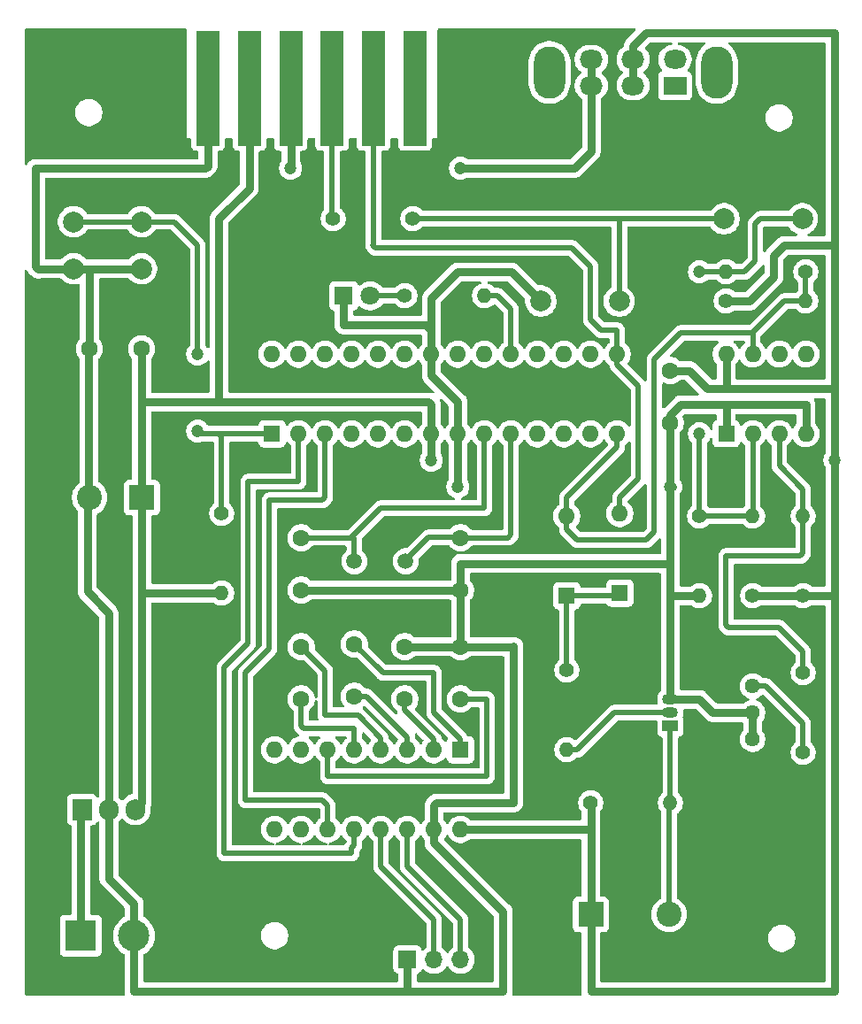
<source format=gbr>
G04 #@! TF.GenerationSoftware,KiCad,Pcbnew,9.0.6*
G04 #@! TF.CreationDate,2025-12-13T07:39:38+01:00*
G04 #@! TF.ProjectId,datasette_bridge,64617461-7365-4747-9465-5f6272696467,rev?*
G04 #@! TF.SameCoordinates,PX6b112e0PY3778af0*
G04 #@! TF.FileFunction,Copper,L2,Bot*
G04 #@! TF.FilePolarity,Positive*
%FSLAX46Y46*%
G04 Gerber Fmt 4.6, Leading zero omitted, Abs format (unit mm)*
G04 Created by KiCad (PCBNEW 9.0.6) date 2025-12-13 07:39:38*
%MOMM*%
%LPD*%
G01*
G04 APERTURE LIST*
G04 #@! TA.AperFunction,ComponentPad*
%ADD10C,1.400000*%
G04 #@! TD*
G04 #@! TA.AperFunction,ComponentPad*
%ADD11C,1.600000*%
G04 #@! TD*
G04 #@! TA.AperFunction,ComponentPad*
%ADD12C,2.000000*%
G04 #@! TD*
G04 #@! TA.AperFunction,ComponentPad*
%ADD13O,1.400000X1.400000*%
G04 #@! TD*
G04 #@! TA.AperFunction,ComponentPad*
%ADD14C,1.440000*%
G04 #@! TD*
G04 #@! TA.AperFunction,ComponentPad*
%ADD15R,2.999740X2.999740*%
G04 #@! TD*
G04 #@! TA.AperFunction,ComponentPad*
%ADD16C,2.999740*%
G04 #@! TD*
G04 #@! TA.AperFunction,ComponentPad*
%ADD17R,1.905000X2.000000*%
G04 #@! TD*
G04 #@! TA.AperFunction,ComponentPad*
%ADD18O,1.905000X2.000000*%
G04 #@! TD*
G04 #@! TA.AperFunction,ComponentPad*
%ADD19C,1.500000*%
G04 #@! TD*
G04 #@! TA.AperFunction,ComponentPad*
%ADD20R,1.700000X1.700000*%
G04 #@! TD*
G04 #@! TA.AperFunction,ComponentPad*
%ADD21O,1.700000X1.700000*%
G04 #@! TD*
G04 #@! TA.AperFunction,ComponentPad*
%ADD22R,1.600000X1.600000*%
G04 #@! TD*
G04 #@! TA.AperFunction,ComponentPad*
%ADD23O,1.600000X1.600000*%
G04 #@! TD*
G04 #@! TA.AperFunction,ComponentPad*
%ADD24R,2.400000X2.400000*%
G04 #@! TD*
G04 #@! TA.AperFunction,ComponentPad*
%ADD25C,2.400000*%
G04 #@! TD*
G04 #@! TA.AperFunction,ComponentPad*
%ADD26R,2.200000X1.800000*%
G04 #@! TD*
G04 #@! TA.AperFunction,ComponentPad*
%ADD27O,2.200000X1.800000*%
G04 #@! TD*
G04 #@! TA.AperFunction,ComponentPad*
%ADD28O,3.000000X5.000000*%
G04 #@! TD*
G04 #@! TA.AperFunction,ComponentPad*
%ADD29R,1.500000X1.050000*%
G04 #@! TD*
G04 #@! TA.AperFunction,ComponentPad*
%ADD30O,1.500000X1.050000*%
G04 #@! TD*
G04 #@! TA.AperFunction,ComponentPad*
%ADD31R,1.800000X1.800000*%
G04 #@! TD*
G04 #@! TA.AperFunction,ComponentPad*
%ADD32C,1.800000*%
G04 #@! TD*
G04 #@! TA.AperFunction,SMDPad,CuDef*
%ADD33R,2.200000X11.000000*%
G04 #@! TD*
G04 #@! TA.AperFunction,ViaPad*
%ADD34C,1.200000*%
G04 #@! TD*
G04 #@! TA.AperFunction,Conductor*
%ADD35C,0.800000*%
G04 #@! TD*
G04 #@! TA.AperFunction,Conductor*
%ADD36C,0.500000*%
G04 #@! TD*
G04 APERTURE END LIST*
D10*
G04 #@! TO.P,R11,1*
G04 #@! TO.N,ReadIn*
X-48260000Y-18034000D03*
G04 #@! TO.P,R11,2*
G04 #@! TO.N,Net-(C10-Pad2)*
X-40640000Y-18034000D03*
G04 #@! TD*
G04 #@! TO.P,R10,1*
G04 #@! TO.N,Net-(U4--)*
X-3302000Y-61468000D03*
G04 #@! TO.P,R10,2*
G04 #@! TO.N,Net-(R10-Pad2)*
X-3302000Y-69088000D03*
G04 #@! TD*
D11*
G04 #@! TO.P,C11,1*
G04 #@! TO.N,VCC*
X-16002000Y-32552000D03*
G04 #@! TO.P,C11,2*
G04 #@! TO.N,GND*
X-16002000Y-37552000D03*
G04 #@! TD*
D12*
G04 #@! TO.P,C10,1*
G04 #@! TO.N,GND*
X-28388000Y-25908000D03*
G04 #@! TO.P,C10,2*
G04 #@! TO.N,Net-(C10-Pad2)*
X-20888000Y-25908000D03*
G04 #@! TD*
D10*
G04 #@! TO.P,R1,1*
G04 #@! TO.N,VCC*
X-23622000Y-73914000D03*
D13*
G04 #@! TO.P,R1,2*
G04 #@! TO.N,Net-(BZ1--)*
X-16002000Y-73914000D03*
G04 #@! TD*
D11*
G04 #@! TO.P,C4,1*
G04 #@! TO.N,Net-(U1-VS+)*
X-41402000Y-63968000D03*
G04 #@! TO.P,C4,2*
G04 #@! TO.N,GND*
X-41402000Y-58968000D03*
G04 #@! TD*
D10*
G04 #@! TO.P,R3,1*
G04 #@! TO.N,Net-(D4-A)*
X-41402000Y-25400000D03*
D13*
G04 #@! TO.P,R3,2*
G04 #@! TO.N,Net-(U2-PB5)*
X-33782000Y-25400000D03*
G04 #@! TD*
D11*
G04 #@! TO.P,C1,1*
G04 #@! TO.N,Net-(U1-C2+)*
X-51308000Y-58968000D03*
G04 #@! TO.P,C1,2*
G04 #@! TO.N,Net-(U1-C2-)*
X-51308000Y-63968000D03*
G04 #@! TD*
D14*
G04 #@! TO.P,RV1,1,1*
G04 #@! TO.N,Net-(R10-Pad2)*
X-8128000Y-62738000D03*
G04 #@! TO.P,RV1,2,2*
G04 #@! TO.N,GND*
X-8128000Y-65278000D03*
G04 #@! TO.P,RV1,3,3*
X-8128000Y-67818000D03*
G04 #@! TD*
D15*
G04 #@! TO.P,J3,1,Pin_1*
G04 #@! TO.N,Vin*
X-72390000Y-86614000D03*
D16*
G04 #@! TO.P,J3,2,Pin_2*
G04 #@! TO.N,GND*
X-67310000Y-86614000D03*
G04 #@! TD*
D10*
G04 #@! TO.P,R7,1*
G04 #@! TO.N,Net-(U4-+)*
X-13208000Y-46482000D03*
D13*
G04 #@! TO.P,R7,2*
G04 #@! TO.N,GND*
X-13208000Y-54102000D03*
G04 #@! TD*
D17*
G04 #@! TO.P,U3,1,VI*
G04 #@! TO.N,Vin*
X-72263000Y-74549000D03*
D18*
G04 #@! TO.P,U3,2,GND*
G04 #@! TO.N,GND*
X-69723000Y-74549000D03*
G04 #@! TO.P,U3,3,VO*
G04 #@! TO.N,VCC*
X-67183000Y-74549000D03*
G04 #@! TD*
D12*
G04 #@! TO.P,SW1,1,1*
G04 #@! TO.N,GND*
X-66600000Y-22824000D03*
X-73100000Y-22824000D03*
G04 #@! TO.P,SW1,2,2*
G04 #@! TO.N,/RST*
X-66600000Y-18324000D03*
X-73100000Y-18324000D03*
G04 #@! TD*
D10*
G04 #@! TO.P,R6,1*
G04 #@! TO.N,VCC*
X-3302000Y-54102000D03*
D13*
G04 #@! TO.P,R6,2*
G04 #@! TO.N,Net-(U4--)*
X-3302000Y-46482000D03*
G04 #@! TD*
D19*
G04 #@! TO.P,Y1,1,1*
G04 #@! TO.N,/XTAL2*
X-41328000Y-50800000D03*
G04 #@! TO.P,Y1,2,2*
G04 #@! TO.N,/XTAL1*
X-46228000Y-50800000D03*
G04 #@! TD*
D10*
G04 #@! TO.P,R8,1*
G04 #@! TO.N,ReadOut*
X-3048000Y-23114000D03*
D13*
G04 #@! TO.P,R8,2*
G04 #@! TO.N,Net-(U4-+)*
X-10668000Y-23114000D03*
G04 #@! TD*
D20*
G04 #@! TO.P,J1,1,Pin_1*
G04 #@! TO.N,GND*
X-41148000Y-88900000D03*
D21*
G04 #@! TO.P,J1,2,Pin_2*
G04 #@! TO.N,/Pin2*
X-38608000Y-88900000D03*
G04 #@! TO.P,J1,3,Pin_3*
G04 #@! TO.N,/Pin3*
X-36068000Y-88900000D03*
G04 #@! TD*
D11*
G04 #@! TO.P,C2,1*
G04 #@! TO.N,Net-(U1-C1+)*
X-46228000Y-58714000D03*
G04 #@! TO.P,C2,2*
G04 #@! TO.N,Net-(U1-C1-)*
X-46228000Y-63714000D03*
G04 #@! TD*
G04 #@! TO.P,C6,1*
G04 #@! TO.N,GND*
X-36068000Y-53554000D03*
G04 #@! TO.P,C6,2*
G04 #@! TO.N,/XTAL2*
X-36068000Y-48554000D03*
G04 #@! TD*
D22*
G04 #@! TO.P,U2,1,~{RESET}/PC6*
G04 #@! TO.N,/RST*
X-54102000Y-38608000D03*
D23*
G04 #@! TO.P,U2,2,PD0*
G04 #@! TO.N,Net-(U1-R1OUT)*
X-51562000Y-38608000D03*
G04 #@! TO.P,U2,3,PD1*
G04 #@! TO.N,Net-(U1-T1IN)*
X-49022000Y-38608000D03*
G04 #@! TO.P,U2,4,PD2*
G04 #@! TO.N,unconnected-(U2-PD2-Pad4)*
X-46482000Y-38608000D03*
G04 #@! TO.P,U2,5,PD3*
G04 #@! TO.N,unconnected-(U2-PD3-Pad5)*
X-43942000Y-38608000D03*
G04 #@! TO.P,U2,6,PD4*
G04 #@! TO.N,unconnected-(U2-PD4-Pad6)*
X-41402000Y-38608000D03*
G04 #@! TO.P,U2,7,VCC*
G04 #@! TO.N,VCC*
X-38862000Y-38608000D03*
G04 #@! TO.P,U2,8,GND*
G04 #@! TO.N,GND*
X-36322000Y-38608000D03*
G04 #@! TO.P,U2,9,XTAL1/PB6*
G04 #@! TO.N,/XTAL1*
X-33782000Y-38608000D03*
G04 #@! TO.P,U2,10,XTAL2/PB7*
G04 #@! TO.N,/XTAL2*
X-31242000Y-38608000D03*
G04 #@! TO.P,U2,11,PD5*
G04 #@! TO.N,unconnected-(U2-PD5-Pad11)*
X-28702000Y-38608000D03*
G04 #@! TO.P,U2,12,PD6*
G04 #@! TO.N,unconnected-(U2-PD6-Pad12)*
X-26162000Y-38608000D03*
G04 #@! TO.P,U2,13,PD7*
G04 #@! TO.N,unconnected-(U2-PD7-Pad13)*
X-23622000Y-38608000D03*
G04 #@! TO.P,U2,14,PB0*
G04 #@! TO.N,ReadOut*
X-21082000Y-38608000D03*
G04 #@! TO.P,U2,15,PB1*
G04 #@! TO.N,Write*
X-21082000Y-30988000D03*
G04 #@! TO.P,U2,16,PB2*
G04 #@! TO.N,unconnected-(U2-PB2-Pad16)*
X-23622000Y-30988000D03*
G04 #@! TO.P,U2,17,PB3*
G04 #@! TO.N,unconnected-(U2-PB3-Pad17)*
X-26162000Y-30988000D03*
G04 #@! TO.P,U2,18,PB4*
G04 #@! TO.N,unconnected-(U2-PB4-Pad18)*
X-28702000Y-30988000D03*
G04 #@! TO.P,U2,19,PB5*
G04 #@! TO.N,Net-(U2-PB5)*
X-31242000Y-30988000D03*
G04 #@! TO.P,U2,20,AVCC*
G04 #@! TO.N,unconnected-(U2-AVCC-Pad20)*
X-33782000Y-30988000D03*
G04 #@! TO.P,U2,21,AREF*
G04 #@! TO.N,unconnected-(U2-AREF-Pad21)*
X-36322000Y-30988000D03*
G04 #@! TO.P,U2,22,GND*
G04 #@! TO.N,GND*
X-38862000Y-30988000D03*
G04 #@! TO.P,U2,23,PC0*
G04 #@! TO.N,unconnected-(U2-PC0-Pad23)*
X-41402000Y-30988000D03*
G04 #@! TO.P,U2,24,PC1*
G04 #@! TO.N,unconnected-(U2-PC1-Pad24)*
X-43942000Y-30988000D03*
G04 #@! TO.P,U2,25,PC2*
G04 #@! TO.N,unconnected-(U2-PC2-Pad25)*
X-46482000Y-30988000D03*
G04 #@! TO.P,U2,26,PC3*
G04 #@! TO.N,unconnected-(U2-PC3-Pad26)*
X-49022000Y-30988000D03*
G04 #@! TO.P,U2,27,PC4*
G04 #@! TO.N,unconnected-(U2-PC4-Pad27)*
X-51562000Y-30988000D03*
G04 #@! TO.P,U2,28,PC5*
G04 #@! TO.N,unconnected-(U2-PC5-Pad28)*
X-54102000Y-30988000D03*
G04 #@! TD*
D22*
G04 #@! TO.P,U1,1,C1+*
G04 #@! TO.N,Net-(U1-C1+)*
X-36068000Y-68834000D03*
D23*
G04 #@! TO.P,U1,2,VS+*
G04 #@! TO.N,Net-(U1-VS+)*
X-38608000Y-68834000D03*
G04 #@! TO.P,U1,3,C1-*
G04 #@! TO.N,Net-(U1-C1-)*
X-41148000Y-68834000D03*
G04 #@! TO.P,U1,4,C2+*
G04 #@! TO.N,Net-(U1-C2+)*
X-43688000Y-68834000D03*
G04 #@! TO.P,U1,5,C2-*
G04 #@! TO.N,Net-(U1-C2-)*
X-46228000Y-68834000D03*
G04 #@! TO.P,U1,6,VS-*
G04 #@! TO.N,Net-(U1-VS-)*
X-48768000Y-68834000D03*
G04 #@! TO.P,U1,7,T2OUT*
G04 #@! TO.N,unconnected-(U1-T2OUT-Pad7)*
X-51308000Y-68834000D03*
G04 #@! TO.P,U1,8,R2IN*
G04 #@! TO.N,unconnected-(U1-R2IN-Pad8)*
X-53848000Y-68834000D03*
G04 #@! TO.P,U1,9,R2OUT*
G04 #@! TO.N,unconnected-(U1-R2OUT-Pad9)*
X-53848000Y-76454000D03*
G04 #@! TO.P,U1,10,T2IN*
G04 #@! TO.N,unconnected-(U1-T2IN-Pad10)*
X-51308000Y-76454000D03*
G04 #@! TO.P,U1,11,T1IN*
G04 #@! TO.N,Net-(U1-T1IN)*
X-48768000Y-76454000D03*
G04 #@! TO.P,U1,12,R1OUT*
G04 #@! TO.N,Net-(U1-R1OUT)*
X-46228000Y-76454000D03*
G04 #@! TO.P,U1,13,R1IN*
G04 #@! TO.N,/Pin2*
X-43688000Y-76454000D03*
G04 #@! TO.P,U1,14,T1OUT*
G04 #@! TO.N,/Pin3*
X-41148000Y-76454000D03*
G04 #@! TO.P,U1,15,GND*
G04 #@! TO.N,GND*
X-38608000Y-76454000D03*
G04 #@! TO.P,U1,16,VCC*
G04 #@! TO.N,VCC*
X-36068000Y-76454000D03*
G04 #@! TD*
D11*
G04 #@! TO.P,C5,1*
G04 #@! TO.N,GND*
X-51308000Y-53554000D03*
G04 #@! TO.P,C5,2*
G04 #@! TO.N,/XTAL1*
X-51308000Y-48554000D03*
G04 #@! TD*
D22*
G04 #@! TO.P,D3,1,K*
G04 #@! TO.N,Net-(D2-K)*
X-20828000Y-53848000D03*
D23*
G04 #@! TO.P,D3,2,A*
G04 #@! TO.N,Write*
X-20828000Y-46228000D03*
G04 #@! TD*
D24*
G04 #@! TO.P,BZ1,1,+*
G04 #@! TO.N,VCC*
X-23613728Y-84582000D03*
D25*
G04 #@! TO.P,BZ1,2,-*
G04 #@! TO.N,Net-(BZ1--)*
X-16113728Y-84582000D03*
G04 #@! TD*
D10*
G04 #@! TO.P,R9,1*
G04 #@! TO.N,VCC*
X-10668000Y-25908000D03*
D13*
G04 #@! TO.P,R9,2*
G04 #@! TO.N,ReadOut*
X-3048000Y-25908000D03*
G04 #@! TD*
D26*
G04 #@! TO.P,S1,1*
G04 #@! TO.N,unconnected-(S1-Pad1)*
X-15558000Y-5294000D03*
D27*
G04 #@! TO.P,S1,2*
G04 #@! TO.N,VCC*
X-19558000Y-5294000D03*
G04 #@! TO.P,S1,3*
G04 #@! TO.N,Motor*
X-23558000Y-5294000D03*
G04 #@! TO.P,S1,4*
G04 #@! TO.N,unconnected-(S1-Pad4)*
X-15558000Y-2794000D03*
G04 #@! TO.P,S1,5*
G04 #@! TO.N,VCC*
X-19558000Y-2794000D03*
G04 #@! TO.P,S1,6*
G04 #@! TO.N,Motor*
X-23558000Y-2794000D03*
D28*
G04 #@! TO.P,S1,SH1*
G04 #@! TO.N,N/C*
X-11558000Y-4044000D03*
G04 #@! TO.P,S1,SH2*
X-27558000Y-4044000D03*
G04 #@! TD*
D24*
G04 #@! TO.P,C7,1*
G04 #@! TO.N,VCC*
X-66548000Y-44704000D03*
D25*
G04 #@! TO.P,C7,2*
G04 #@! TO.N,GND*
X-71548000Y-44704000D03*
G04 #@! TD*
D29*
G04 #@! TO.P,Q1,1,C*
G04 #@! TO.N,Net-(BZ1--)*
X-16002000Y-66548000D03*
D30*
G04 #@! TO.P,Q1,2,B*
G04 #@! TO.N,Net-(Q1-B)*
X-16002000Y-65278000D03*
G04 #@! TO.P,Q1,3,E*
G04 #@! TO.N,GND*
X-16002000Y-64008000D03*
G04 #@! TD*
D10*
G04 #@! TO.P,R5,1*
G04 #@! TO.N,VCC*
X-8128000Y-54102000D03*
D13*
G04 #@! TO.P,R5,2*
G04 #@! TO.N,Net-(U4-+)*
X-8128000Y-46482000D03*
G04 #@! TD*
D11*
G04 #@! TO.P,C3,1*
G04 #@! TO.N,Net-(U1-VS-)*
X-36068000Y-63968000D03*
G04 #@! TO.P,C3,2*
G04 #@! TO.N,GND*
X-36068000Y-58968000D03*
G04 #@! TD*
D22*
G04 #@! TO.P,D2,1,K*
G04 #@! TO.N,Net-(D2-K)*
X-25908000Y-54102000D03*
D23*
G04 #@! TO.P,D2,2,A*
G04 #@! TO.N,ReadOut*
X-25908000Y-46482000D03*
G04 #@! TD*
D11*
G04 #@! TO.P,C8,1*
G04 #@! TO.N,VCC*
X-66588000Y-30480000D03*
G04 #@! TO.P,C8,2*
G04 #@! TO.N,GND*
X-71588000Y-30480000D03*
G04 #@! TD*
D12*
G04 #@! TO.P,C9,1*
G04 #@! TO.N,Net-(C10-Pad2)*
X-10862000Y-18034000D03*
G04 #@! TO.P,C9,2*
G04 #@! TO.N,Net-(U4-+)*
X-3362000Y-18034000D03*
G04 #@! TD*
D22*
G04 #@! TO.P,U4,1,GND*
G04 #@! TO.N,GND*
X-10658000Y-38598000D03*
D23*
G04 #@! TO.P,U4,2,+*
G04 #@! TO.N,Net-(U4-+)*
X-8118000Y-38598000D03*
G04 #@! TO.P,U4,3,-*
G04 #@! TO.N,Net-(U4--)*
X-5578000Y-38598000D03*
G04 #@! TO.P,U4,4,V-*
G04 #@! TO.N,GND*
X-3038000Y-38598000D03*
G04 #@! TO.P,U4,5,BAL*
G04 #@! TO.N,unconnected-(U4-BAL-Pad5)*
X-3038000Y-30978000D03*
G04 #@! TO.P,U4,6,STRB*
G04 #@! TO.N,unconnected-(U4-STRB-Pad6)*
X-5578000Y-30978000D03*
G04 #@! TO.P,U4,7*
G04 #@! TO.N,ReadOut*
X-8118000Y-30978000D03*
G04 #@! TO.P,U4,8,V+*
G04 #@! TO.N,VCC*
X-10658000Y-30978000D03*
G04 #@! TD*
D10*
G04 #@! TO.P,R2,1*
G04 #@! TO.N,Net-(D2-K)*
X-25908000Y-61214000D03*
D13*
G04 #@! TO.P,R2,2*
G04 #@! TO.N,Net-(Q1-B)*
X-25908000Y-68834000D03*
G04 #@! TD*
D31*
G04 #@! TO.P,D4,1,K*
G04 #@! TO.N,GND*
X-47244000Y-25400000D03*
D32*
G04 #@! TO.P,D4,2,A*
G04 #@! TO.N,Net-(D4-A)*
X-44704000Y-25400000D03*
G04 #@! TD*
D10*
G04 #@! TO.P,R4,1*
G04 #@! TO.N,/RST*
X-58928000Y-46228000D03*
D13*
G04 #@! TO.P,R4,2*
G04 #@! TO.N,VCC*
X-58928000Y-53848000D03*
G04 #@! TD*
D33*
G04 #@! TO.P,J2,1,GND*
G04 #@! TO.N,GND*
X-60232000Y-5542500D03*
G04 #@! TO.P,J2,2,5V*
G04 #@! TO.N,VCC*
X-56272000Y-5542500D03*
G04 #@! TO.P,J2,3,Motor*
G04 #@! TO.N,Motor*
X-52312000Y-5542500D03*
G04 #@! TO.P,J2,4,Read*
G04 #@! TO.N,ReadIn*
X-48352000Y-5542500D03*
G04 #@! TO.P,J2,5,Write*
G04 #@! TO.N,Write*
X-44392000Y-5542500D03*
G04 #@! TO.P,J2,6,Sense*
G04 #@! TO.N,Sense*
X-40432000Y-5542500D03*
G04 #@! TD*
D34*
G04 #@! TO.N,Motor*
X-36068000Y-13208000D03*
X-52324000Y-13208000D03*
G04 #@! TO.N,VCC*
X-254000Y-41148000D03*
X-38862000Y-41148000D03*
G04 #@! TO.N,GND*
X-16002000Y-43688000D03*
X-36322000Y-43688000D03*
G04 #@! TO.N,Net-(U4-+)*
X-13208000Y-23114000D03*
X-13208000Y-38608000D03*
G04 #@! TO.N,/RST*
X-61214000Y-38354000D03*
X-61214000Y-30988000D03*
G04 #@! TD*
D35*
G04 #@! TO.N,Motor*
X-36068000Y-13208000D02*
X-25146000Y-13208000D01*
X-25146000Y-13208000D02*
X-23558000Y-11620000D01*
X-23558000Y-11620000D02*
X-23558000Y-5294000D01*
D36*
G04 #@! TO.N,Net-(U4-+)*
X-13208000Y-46482000D02*
X-13208000Y-38608000D01*
D35*
G04 #@! TO.N,GND*
X-3048000Y-35814000D02*
X-10668000Y-35814000D01*
X-10658000Y-38598000D02*
X-10658000Y-35824000D01*
X-10658000Y-35824000D02*
X-10668000Y-35814000D01*
X-3038000Y-38598000D02*
X-3038000Y-35824000D01*
X-14986000Y-35814000D02*
X-16002000Y-36830000D01*
X-3038000Y-35824000D02*
X-3048000Y-35814000D01*
X-10668000Y-35814000D02*
X-14986000Y-35814000D01*
X-16002000Y-36830000D02*
X-16002000Y-37552000D01*
X-16002000Y-37552000D02*
X-16002000Y-38354000D01*
X-16002000Y-38354000D02*
X-16002000Y-43688000D01*
G04 #@! TO.N,VCC*
X-12446000Y-34290000D02*
X-14184000Y-32552000D01*
X-14184000Y-32552000D02*
X-16002000Y-32552000D01*
D36*
G04 #@! TO.N,Write*
X-21082000Y-30988000D02*
X-21082000Y-28702000D01*
X-22606000Y-28702000D02*
X-23622000Y-27686000D01*
X-23622000Y-27686000D02*
X-23622000Y-22606000D01*
X-23622000Y-22606000D02*
X-25400000Y-20828000D01*
X-21082000Y-28702000D02*
X-22606000Y-28702000D01*
X-25400000Y-20828000D02*
X-44196000Y-20828000D01*
X-44196000Y-20828000D02*
X-44450000Y-20574000D01*
X-44450000Y-20574000D02*
X-44392000Y-20516000D01*
X-44392000Y-20516000D02*
X-44392000Y-5542500D01*
G04 #@! TO.N,Net-(C10-Pad2)*
X-40640000Y-18034000D02*
X-20828000Y-18034000D01*
X-20888000Y-25908000D02*
X-20888000Y-18094000D01*
X-20888000Y-18094000D02*
X-20828000Y-18034000D01*
D35*
G04 #@! TO.N,GND*
X-31182000Y-23114000D02*
X-36322000Y-23114000D01*
X-28388000Y-25908000D02*
X-31182000Y-23114000D01*
X-38862000Y-25654000D02*
X-38862000Y-28702000D01*
X-36322000Y-23114000D02*
X-38862000Y-25654000D01*
D36*
G04 #@! TO.N,Net-(U2-PB5)*
X-32512000Y-25400000D02*
X-31242000Y-26670000D01*
X-33782000Y-25400000D02*
X-32512000Y-25400000D01*
X-31242000Y-26670000D02*
X-31242000Y-30988000D01*
G04 #@! TO.N,Net-(U4--)*
X-5588000Y-57150000D02*
X-3302000Y-59436000D01*
X-3302000Y-59436000D02*
X-3302000Y-61468000D01*
G04 #@! TO.N,Net-(R10-Pad2)*
X-6858000Y-62738000D02*
X-3302000Y-66294000D01*
X-8128000Y-62738000D02*
X-6858000Y-62738000D01*
X-3302000Y-66294000D02*
X-3302000Y-69088000D01*
D35*
G04 #@! TO.N,GND*
X-8128000Y-65278000D02*
X-8128000Y-67818000D01*
X-13208000Y-64008000D02*
X-11938000Y-65278000D01*
X-16002000Y-64008000D02*
X-13208000Y-64008000D01*
X-11938000Y-65278000D02*
X-8128000Y-65278000D01*
X-16002000Y-64008000D02*
X-16002000Y-54102000D01*
D36*
G04 #@! TO.N,Net-(BZ1--)*
X-16002000Y-73914000D02*
X-16002000Y-66548000D01*
G04 #@! TO.N,Net-(Q1-B)*
X-24892000Y-68834000D02*
X-21336000Y-65278000D01*
X-25908000Y-68834000D02*
X-24892000Y-68834000D01*
X-21336000Y-65278000D02*
X-16002000Y-65278000D01*
G04 #@! TO.N,Net-(D2-K)*
X-25908000Y-54102000D02*
X-25908000Y-61214000D01*
G04 #@! TO.N,Net-(C10-Pad2)*
X-20828000Y-18034000D02*
X-10862000Y-18034000D01*
G04 #@! TO.N,ReadIn*
X-48352000Y-5542500D02*
X-48352000Y-17942000D01*
X-48352000Y-17942000D02*
X-48260000Y-18034000D01*
D35*
G04 #@! TO.N,VCC*
X-58674000Y-35560000D02*
X-59182000Y-35560000D01*
X-56272000Y-15124000D02*
X-59182000Y-18034000D01*
X-56272000Y-5542500D02*
X-56272000Y-15124000D01*
X-59182000Y-18034000D02*
X-59182000Y-35560000D01*
G04 #@! TO.N,GND*
X-60232000Y-12988000D02*
X-60452000Y-13208000D01*
X-76708000Y-13208000D02*
X-76708000Y-22606000D01*
X-60232000Y-5542500D02*
X-60232000Y-12988000D01*
X-60452000Y-13208000D02*
X-76708000Y-13208000D01*
X-76708000Y-22606000D02*
X-76454000Y-22860000D01*
X-76454000Y-22860000D02*
X-76418000Y-22824000D01*
X-76418000Y-22824000D02*
X-73100000Y-22824000D01*
X-39370000Y-28194000D02*
X-47244000Y-28194000D01*
X-38862000Y-30988000D02*
X-38862000Y-28702000D01*
X-38862000Y-28702000D02*
X-39370000Y-28194000D01*
X-47244000Y-28194000D02*
X-47244000Y-25400000D01*
G04 #@! TO.N,VCC*
X-58928000Y-53848000D02*
X-66294000Y-53848000D01*
X-8382000Y-25908000D02*
X-6096000Y-23622000D01*
X-19558000Y-5294000D02*
X-19558000Y-2794000D01*
X-10668000Y-30968000D02*
X-10658000Y-30978000D01*
X-66548000Y-53594000D02*
X-66548000Y-73914000D01*
X-10414000Y-34290000D02*
X-12446000Y-34290000D01*
X-59182000Y-35560000D02*
X-66588000Y-35560000D01*
X-3302000Y-54102000D02*
X-8128000Y-54102000D01*
X-66334000Y-30734000D02*
X-66588000Y-30480000D01*
X-66548000Y-44704000D02*
X-66548000Y-53594000D01*
X-66294000Y-53848000D02*
X-66548000Y-53594000D01*
X-18288000Y-254000D02*
X-19558000Y-1524000D01*
X-23613728Y-84582000D02*
X-23613728Y-91948000D01*
X-5080000Y-20574000D02*
X-254000Y-20574000D01*
X-36068000Y-76454000D02*
X-23613728Y-76454000D01*
X-6096000Y-21590000D02*
X-5080000Y-20574000D01*
X-66588000Y-30480000D02*
X-66588000Y-34544000D01*
X-10414000Y-34290000D02*
X-254000Y-34290000D01*
X-66588000Y-34544000D02*
X-66588000Y-35560000D01*
X-23613728Y-73922272D02*
X-23622000Y-73914000D01*
X-38862000Y-38608000D02*
X-38862000Y-35814000D01*
X-38862000Y-35814000D02*
X-39116000Y-35560000D01*
X-66588000Y-44664000D02*
X-66548000Y-44704000D01*
X-23613728Y-76454000D02*
X-23613728Y-73922272D01*
X-10658000Y-34046000D02*
X-10414000Y-34290000D01*
X-10658000Y-30978000D02*
X-10658000Y-34046000D01*
X-39116000Y-35560000D02*
X-58674000Y-35560000D01*
X-23613728Y-91948000D02*
X-254000Y-91948000D01*
X-254000Y-34290000D02*
X-254000Y-54102000D01*
X-6096000Y-23622000D02*
X-6096000Y-21590000D01*
X-19558000Y-1524000D02*
X-19558000Y-2794000D01*
X-66548000Y-44928784D02*
X-66772784Y-44704000D01*
X-67183000Y-44928784D02*
X-67407784Y-44704000D01*
X-38862000Y-41148000D02*
X-38862000Y-38608000D01*
X-10668000Y-25908000D02*
X-8382000Y-25908000D01*
X-254000Y-254000D02*
X-18288000Y-254000D01*
X-254000Y-54102000D02*
X-3302000Y-54102000D01*
X-254000Y-91948000D02*
X-254000Y-54102000D01*
X-66548000Y-30774000D02*
X-66842000Y-30480000D01*
X-254000Y-20574000D02*
X-254000Y-34290000D01*
X-66588000Y-35560000D02*
X-66588000Y-44664000D01*
X-23613728Y-84582000D02*
X-23613728Y-76454000D01*
X-254000Y-20574000D02*
X-254000Y-254000D01*
X-66548000Y-73914000D02*
X-67183000Y-74549000D01*
D36*
G04 #@! TO.N,Net-(BZ1--)*
X-16113728Y-74025728D02*
X-16002000Y-73914000D01*
X-16113728Y-84582000D02*
X-16113728Y-74025728D01*
G04 #@! TO.N,Net-(U1-VS-)*
X-48768000Y-71374000D02*
X-33528000Y-71374000D01*
X-33568000Y-63968000D02*
X-36068000Y-63968000D01*
X-48768000Y-68834000D02*
X-48768000Y-71374000D01*
X-33528000Y-71374000D02*
X-33528000Y-64008000D01*
X-33528000Y-64008000D02*
X-33568000Y-63968000D01*
D35*
G04 #@! TO.N,GND*
X-16296000Y-51014000D02*
X-16002000Y-51308000D01*
X-71772784Y-53703216D02*
X-71772784Y-44704000D01*
X-30988000Y-73914000D02*
X-30988000Y-58928000D01*
X-16002000Y-51308000D02*
X-16002000Y-54102000D01*
X-71628000Y-22824000D02*
X-66600000Y-22824000D01*
X-36068000Y-51014000D02*
X-16296000Y-51014000D01*
X-41148000Y-88900000D02*
X-41148000Y-91948000D01*
X-38354000Y-73914000D02*
X-30988000Y-73914000D01*
X-32004000Y-91948000D02*
X-32004000Y-84328000D01*
X-38608000Y-76454000D02*
X-38608000Y-74168000D01*
X-69723000Y-81153000D02*
X-69723000Y-74549000D01*
X-38862000Y-30988000D02*
X-38862000Y-33020000D01*
X-32004000Y-84328000D02*
X-38608000Y-77724000D01*
X-71588000Y-30480000D02*
X-71588000Y-22864000D01*
X-67310000Y-86614000D02*
X-67310000Y-91948000D01*
X-69723000Y-55753000D02*
X-71772784Y-53703216D01*
X-36322000Y-35560000D02*
X-36322000Y-38608000D01*
X-38862000Y-33020000D02*
X-36322000Y-35560000D01*
X-38608000Y-77724000D02*
X-38608000Y-76454000D01*
X-16002000Y-54102000D02*
X-13208000Y-54102000D01*
X-67310000Y-83566000D02*
X-69723000Y-81153000D01*
X-36068000Y-58968000D02*
X-36068000Y-51014000D01*
X-69723000Y-74549000D02*
X-69723000Y-55753000D01*
X-73100000Y-22824000D02*
X-71628000Y-22824000D01*
X-71628000Y-44559216D02*
X-71628000Y-30694000D01*
X-16002000Y-51308000D02*
X-16002000Y-43688000D01*
X-41148000Y-91948000D02*
X-32004000Y-91948000D01*
X-41402000Y-58968000D02*
X-36068000Y-58968000D01*
X-36322000Y-38608000D02*
X-36322000Y-43688000D01*
X-67310000Y-86614000D02*
X-67310000Y-83566000D01*
X-51308000Y-53554000D02*
X-36068000Y-53554000D01*
X-67310000Y-91948000D02*
X-41148000Y-91948000D01*
X-38608000Y-74168000D02*
X-38354000Y-73914000D01*
X-71628000Y-30694000D02*
X-71842000Y-30480000D01*
X-31028000Y-58968000D02*
X-36068000Y-58968000D01*
X-71588000Y-22864000D02*
X-71628000Y-22824000D01*
X-71772784Y-44704000D02*
X-71628000Y-44559216D01*
X-16002000Y-43688000D02*
X-15748000Y-43688000D01*
X-30988000Y-58928000D02*
X-31028000Y-58968000D01*
D36*
G04 #@! TO.N,Net-(U1-C2-)*
X-46228000Y-66802000D02*
X-46228000Y-68834000D01*
X-51054000Y-66802000D02*
X-46228000Y-66802000D01*
X-51308000Y-66548000D02*
X-51054000Y-66802000D01*
X-51308000Y-63968000D02*
X-51308000Y-66548000D01*
G04 #@! TO.N,Net-(U1-C2+)*
X-45858630Y-65532000D02*
X-43688000Y-67702630D01*
X-51308000Y-58968000D02*
X-49022000Y-61254000D01*
X-49022000Y-65532000D02*
X-45858630Y-65532000D01*
X-49022000Y-61254000D02*
X-49022000Y-65532000D01*
X-43688000Y-67702630D02*
X-43688000Y-68834000D01*
G04 #@! TO.N,Net-(U1-VS+)*
X-41402000Y-65024000D02*
X-38608000Y-67818000D01*
X-38608000Y-67818000D02*
X-38608000Y-68834000D01*
X-41402000Y-63968000D02*
X-41402000Y-65024000D01*
G04 #@! TO.N,Net-(U1-C1+)*
X-36068000Y-67818000D02*
X-36068000Y-68834000D01*
X-38608000Y-61468000D02*
X-38608000Y-65278000D01*
X-46228000Y-58714000D02*
X-43474000Y-61468000D01*
X-38608000Y-65278000D02*
X-36068000Y-67818000D01*
X-43474000Y-61468000D02*
X-38608000Y-61468000D01*
G04 #@! TO.N,Net-(U1-C1-)*
X-41148000Y-67627500D02*
X-41148000Y-68834000D01*
X-45061500Y-63714000D02*
X-41148000Y-67627500D01*
X-46228000Y-63714000D02*
X-45061500Y-63714000D01*
G04 #@! TO.N,/XTAL1*
X-46482000Y-48514000D02*
X-43688000Y-45720000D01*
X-46482000Y-48554000D02*
X-46228000Y-48554000D01*
X-33782000Y-45720000D02*
X-33782000Y-38608000D01*
X-46482000Y-48554000D02*
X-46482000Y-48514000D01*
X-43688000Y-45720000D02*
X-33782000Y-45720000D01*
X-51308000Y-48554000D02*
X-46482000Y-48554000D01*
X-46228000Y-48554000D02*
X-46228000Y-50800000D01*
G04 #@! TO.N,/XTAL2*
X-31242000Y-48260000D02*
X-31536000Y-48554000D01*
X-39116000Y-48514000D02*
X-36108000Y-48514000D01*
X-31242000Y-38608000D02*
X-31242000Y-48260000D01*
X-31536000Y-48554000D02*
X-36068000Y-48554000D01*
X-41328000Y-50800000D02*
X-41328000Y-50726000D01*
X-41328000Y-50726000D02*
X-39116000Y-48514000D01*
X-36108000Y-48514000D02*
X-36068000Y-48554000D01*
G04 #@! TO.N,Net-(U4-+)*
X-7874000Y-22098000D02*
X-7874000Y-18542000D01*
X-7366000Y-18034000D02*
X-3362000Y-18034000D01*
X-13208000Y-46482000D02*
X-8128000Y-46482000D01*
X-10668000Y-23114000D02*
X-8890000Y-23114000D01*
X-8118000Y-45964000D02*
X-8118000Y-38598000D01*
X-8128000Y-46482000D02*
X-8128000Y-45974000D01*
X-13208000Y-23114000D02*
X-10668000Y-23114000D01*
X-8890000Y-23114000D02*
X-7874000Y-22098000D01*
X-7874000Y-18542000D02*
X-7366000Y-18034000D01*
X-8128000Y-45974000D02*
X-8118000Y-45964000D01*
G04 #@! TO.N,Net-(D2-K)*
X-25908000Y-54102000D02*
X-21082000Y-54102000D01*
X-21082000Y-54102000D02*
X-20828000Y-53848000D01*
G04 #@! TO.N,ReadOut*
X-25908000Y-46482000D02*
X-25908000Y-44704000D01*
X-5080000Y-25908000D02*
X-8128000Y-28956000D01*
X-25908000Y-47752000D02*
X-24892000Y-48768000D01*
X-21082000Y-39878000D02*
X-21082000Y-38608000D01*
X-3048000Y-23114000D02*
X-3048000Y-25908000D01*
X-24892000Y-48768000D02*
X-18288000Y-48768000D01*
X-18288000Y-48768000D02*
X-17526000Y-48006000D01*
X-3048000Y-25908000D02*
X-5080000Y-25908000D01*
X-17526000Y-48006000D02*
X-17526000Y-31496000D01*
X-14986000Y-28956000D02*
X-8128000Y-28956000D01*
X-8118000Y-28966000D02*
X-8118000Y-30978000D01*
X-25908000Y-46482000D02*
X-25908000Y-47752000D01*
X-8128000Y-28956000D02*
X-8118000Y-28966000D01*
X-25908000Y-44704000D02*
X-21082000Y-39878000D01*
X-17526000Y-31496000D02*
X-14986000Y-28956000D01*
G04 #@! TO.N,Write*
X-21082000Y-30988000D02*
X-21082000Y-32004000D01*
X-19050000Y-34036000D02*
X-19050000Y-42926000D01*
X-20828000Y-44704000D02*
X-20828000Y-46228000D01*
X-21082000Y-32004000D02*
X-19050000Y-34036000D01*
X-19050000Y-42926000D02*
X-20828000Y-44704000D01*
G04 #@! TO.N,Net-(D4-A)*
X-44704000Y-25400000D02*
X-41402000Y-25400000D01*
G04 #@! TO.N,/Pin2*
X-43688000Y-76454000D02*
X-43688000Y-80010000D01*
X-43688000Y-80010000D02*
X-38608000Y-85090000D01*
X-38608000Y-85090000D02*
X-38608000Y-88900000D01*
G04 #@! TO.N,/Pin3*
X-36068000Y-85090000D02*
X-36068000Y-88900000D01*
X-41148000Y-80010000D02*
X-36068000Y-85090000D01*
X-41148000Y-76454000D02*
X-41148000Y-80010000D01*
D35*
G04 #@! TO.N,Vin*
X-72390000Y-74676000D02*
X-72263000Y-74549000D01*
X-72390000Y-86614000D02*
X-72390000Y-74676000D01*
D36*
G04 #@! TO.N,/RST*
X-60960000Y-38608000D02*
X-61214000Y-38354000D01*
X-58928000Y-38862000D02*
X-59182000Y-38608000D01*
X-73100000Y-18324000D02*
X-66600000Y-18324000D01*
X-54102000Y-38608000D02*
X-59182000Y-38608000D01*
X-63464000Y-18324000D02*
X-61214000Y-20574000D01*
X-58928000Y-46228000D02*
X-58928000Y-38862000D01*
X-66600000Y-18324000D02*
X-63464000Y-18324000D01*
X-61214000Y-20574000D02*
X-61214000Y-30988000D01*
X-59182000Y-38608000D02*
X-60960000Y-38608000D01*
G04 #@! TO.N,Net-(U4--)*
X-3556000Y-50292000D02*
X-10668000Y-50292000D01*
X-10668000Y-56896000D02*
X-10414000Y-57150000D01*
X-10668000Y-50292000D02*
X-10668000Y-56896000D01*
X-10414000Y-57150000D02*
X-5588000Y-57150000D01*
X-3302000Y-50038000D02*
X-3556000Y-50292000D01*
X-3302000Y-43942000D02*
X-3302000Y-46482000D01*
X-5578000Y-41666000D02*
X-3302000Y-43942000D01*
X-3302000Y-46482000D02*
X-3302000Y-50038000D01*
X-5578000Y-38598000D02*
X-5578000Y-41666000D01*
G04 #@! TO.N,Net-(U1-R1OUT)*
X-56388000Y-43180000D02*
X-51562000Y-43180000D01*
X-58674000Y-60960000D02*
X-56388000Y-58674000D01*
X-46228000Y-77978000D02*
X-46482000Y-78232000D01*
X-56388000Y-58674000D02*
X-56388000Y-43180000D01*
X-46482000Y-78740000D02*
X-58674000Y-78740000D01*
X-46482000Y-78232000D02*
X-46482000Y-78740000D01*
X-58674000Y-78740000D02*
X-58674000Y-60960000D01*
X-51562000Y-43180000D02*
X-51562000Y-38608000D01*
X-46228000Y-76454000D02*
X-46228000Y-77978000D01*
G04 #@! TO.N,Net-(U1-T1IN)*
X-48768000Y-74168000D02*
X-49276000Y-73660000D01*
X-49276000Y-44958000D02*
X-49022000Y-44704000D01*
X-49022000Y-44704000D02*
X-49022000Y-38608000D01*
X-48768000Y-76454000D02*
X-48768000Y-74168000D01*
X-56642000Y-61468000D02*
X-54356000Y-59182000D01*
X-49276000Y-73660000D02*
X-56642000Y-73660000D01*
X-54356000Y-44958000D02*
X-49276000Y-44958000D01*
X-54356000Y-59182000D02*
X-54356000Y-44958000D01*
X-56642000Y-73660000D02*
X-56642000Y-61468000D01*
D35*
G04 #@! TO.N,Motor*
X-23558000Y-5294000D02*
X-23558000Y-2794000D01*
X-52312000Y-5542500D02*
X-52312000Y-13196000D01*
X-52312000Y-13196000D02*
X-52324000Y-13208000D01*
G04 #@! TD*
G04 #@! TA.AperFunction,NonConductor*
G36*
X-62324961Y146315D02*
G01*
X-62279206Y93511D01*
X-62268000Y42000D01*
X-62268000Y-10334000D01*
X-61956499Y-10334000D01*
X-61889460Y-10353685D01*
X-61843705Y-10406489D01*
X-61832499Y-10458000D01*
X-61832499Y-11090376D01*
X-61826092Y-11149983D01*
X-61775798Y-11284828D01*
X-61775794Y-11284835D01*
X-61689548Y-11400044D01*
X-61689545Y-11400047D01*
X-61574336Y-11486293D01*
X-61574329Y-11486297D01*
X-61529382Y-11503061D01*
X-61439483Y-11536591D01*
X-61379873Y-11543000D01*
X-61256500Y-11542999D01*
X-61189461Y-11562683D01*
X-61143706Y-11615487D01*
X-61132500Y-11666999D01*
X-61132500Y-12183500D01*
X-61152185Y-12250539D01*
X-61204989Y-12296294D01*
X-61256500Y-12307500D01*
X-76796694Y-12307500D01*
X-76970659Y-12342103D01*
X-76970668Y-12342106D01*
X-77134541Y-12409983D01*
X-77134554Y-12409990D01*
X-77282035Y-12508535D01*
X-77282039Y-12508538D01*
X-77407462Y-12633961D01*
X-77407465Y-12633965D01*
X-77506010Y-12781446D01*
X-77506017Y-12781459D01*
X-77529439Y-12838008D01*
X-77573279Y-12892412D01*
X-77639573Y-12914477D01*
X-77707273Y-12897198D01*
X-77754884Y-12846061D01*
X-77768000Y-12790556D01*
X-77768000Y-7771648D01*
X-72928500Y-7771648D01*
X-72928500Y-7976351D01*
X-72896478Y-8178534D01*
X-72833219Y-8373223D01*
X-72740285Y-8555613D01*
X-72619972Y-8721213D01*
X-72475214Y-8865971D01*
X-72320251Y-8978556D01*
X-72309610Y-8986287D01*
X-72193393Y-9045503D01*
X-72127224Y-9079218D01*
X-72127222Y-9079218D01*
X-72127219Y-9079220D01*
X-72022863Y-9113127D01*
X-71932535Y-9142477D01*
X-71831443Y-9158488D01*
X-71730352Y-9174500D01*
X-71730351Y-9174500D01*
X-71525649Y-9174500D01*
X-71525648Y-9174500D01*
X-71323466Y-9142477D01*
X-71128781Y-9079220D01*
X-70946390Y-8986287D01*
X-70853410Y-8918732D01*
X-70780787Y-8865971D01*
X-70780785Y-8865968D01*
X-70780781Y-8865966D01*
X-70636034Y-8721219D01*
X-70636032Y-8721215D01*
X-70636029Y-8721213D01*
X-70583268Y-8648590D01*
X-70515713Y-8555610D01*
X-70422780Y-8373219D01*
X-70359523Y-8178534D01*
X-70327500Y-7976352D01*
X-70327500Y-7771648D01*
X-70359523Y-7569466D01*
X-70422780Y-7374781D01*
X-70422782Y-7374778D01*
X-70422782Y-7374776D01*
X-70476315Y-7269713D01*
X-70515713Y-7192390D01*
X-70523444Y-7181749D01*
X-70636029Y-7026786D01*
X-70780787Y-6882028D01*
X-70946387Y-6761715D01*
X-70946388Y-6761714D01*
X-70946390Y-6761713D01*
X-71003347Y-6732691D01*
X-71128777Y-6668781D01*
X-71323466Y-6605522D01*
X-71498005Y-6577878D01*
X-71525648Y-6573500D01*
X-71730352Y-6573500D01*
X-71754671Y-6577351D01*
X-71932535Y-6605522D01*
X-72127224Y-6668781D01*
X-72309614Y-6761715D01*
X-72475214Y-6882028D01*
X-72619972Y-7026786D01*
X-72740285Y-7192386D01*
X-72833219Y-7374776D01*
X-72896478Y-7569465D01*
X-72928500Y-7771648D01*
X-77768000Y-7771648D01*
X-77768000Y42000D01*
X-77748315Y109039D01*
X-77695511Y154794D01*
X-77644000Y166000D01*
X-62392000Y166000D01*
X-62324961Y146315D01*
G37*
G04 #@! TD.AperFunction*
G04 #@! TA.AperFunction,NonConductor*
G36*
X-4667592Y-18804185D02*
G01*
X-4634315Y-18835613D01*
X-4506517Y-19011510D01*
X-4339510Y-19178517D01*
X-4148433Y-19317343D01*
X-4049009Y-19368002D01*
X-3937997Y-19424566D01*
X-3937995Y-19424566D01*
X-3937992Y-19424568D01*
X-3916443Y-19431569D01*
X-3858769Y-19471007D01*
X-3831571Y-19535366D01*
X-3843486Y-19604212D01*
X-3890731Y-19655688D01*
X-3954763Y-19673500D01*
X-5168697Y-19673500D01*
X-5342659Y-19708103D01*
X-5342671Y-19708106D01*
X-5424608Y-19742045D01*
X-5424607Y-19742046D01*
X-5506545Y-19775985D01*
X-5579150Y-19824499D01*
X-5654039Y-19874537D01*
X-6795460Y-21015958D01*
X-6795466Y-21015965D01*
X-6816140Y-21046906D01*
X-6816143Y-21046911D01*
X-6816143Y-21046913D01*
X-6819823Y-21052421D01*
X-6896398Y-21167022D01*
X-6950011Y-21211826D01*
X-7019336Y-21220533D01*
X-7082363Y-21190378D01*
X-7119082Y-21130935D01*
X-7123500Y-21098130D01*
X-7123500Y-18908500D01*
X-7103815Y-18841461D01*
X-7051011Y-18795706D01*
X-6999500Y-18784500D01*
X-4734631Y-18784500D01*
X-4667592Y-18804185D01*
G37*
G04 #@! TD.AperFunction*
G04 #@! TA.AperFunction,NonConductor*
G36*
X-8983815Y-29709050D02*
G01*
X-8974853Y-29707762D01*
X-8950813Y-29718740D01*
X-8925461Y-29726185D01*
X-8919534Y-29733025D01*
X-8911297Y-29736787D01*
X-8897008Y-29759021D01*
X-8879706Y-29778989D01*
X-8877419Y-29789503D01*
X-8873523Y-29795565D01*
X-8868500Y-29830500D01*
X-8868500Y-29852582D01*
X-8888185Y-29919621D01*
X-8919615Y-29952900D01*
X-8965213Y-29986028D01*
X-8965218Y-29986032D01*
X-9109972Y-30130786D01*
X-9230285Y-30296386D01*
X-9277515Y-30389080D01*
X-9325490Y-30439876D01*
X-9393311Y-30456671D01*
X-9459446Y-30434134D01*
X-9498485Y-30389080D01*
X-9514067Y-30358499D01*
X-9545713Y-30296390D01*
X-9564110Y-30271069D01*
X-9666029Y-30130786D01*
X-9810781Y-29986034D01*
X-9818018Y-29980776D01*
X-9886780Y-29930818D01*
X-9929445Y-29875489D01*
X-9935424Y-29805876D01*
X-9902819Y-29744080D01*
X-9841980Y-29709723D01*
X-9813894Y-29706500D01*
X-8992500Y-29706500D01*
X-8983815Y-29709050D01*
G37*
G04 #@! TD.AperFunction*
G04 #@! TA.AperFunction,NonConductor*
G36*
X-34118636Y-24034185D02*
G01*
X-34072881Y-24086989D01*
X-34062937Y-24156147D01*
X-34091962Y-24219703D01*
X-34147356Y-24256430D01*
X-34173516Y-24264930D01*
X-34242837Y-24287454D01*
X-34411200Y-24373240D01*
X-34469245Y-24415413D01*
X-34564073Y-24484310D01*
X-34564075Y-24484312D01*
X-34564076Y-24484312D01*
X-34697688Y-24617924D01*
X-34697688Y-24617925D01*
X-34697690Y-24617927D01*
X-34718570Y-24646666D01*
X-34808760Y-24770800D01*
X-34894546Y-24939163D01*
X-34952941Y-25118881D01*
X-34982500Y-25305513D01*
X-34982500Y-25494486D01*
X-34952941Y-25681118D01*
X-34894546Y-25860836D01*
X-34822371Y-26002486D01*
X-34808760Y-26029199D01*
X-34697690Y-26182073D01*
X-34564073Y-26315690D01*
X-34411199Y-26426760D01*
X-34341212Y-26462420D01*
X-34242837Y-26512545D01*
X-34242835Y-26512545D01*
X-34242832Y-26512547D01*
X-34166961Y-26537199D01*
X-34063119Y-26570940D01*
X-33876486Y-26600500D01*
X-33876481Y-26600500D01*
X-33687514Y-26600500D01*
X-33500882Y-26570940D01*
X-33321168Y-26512547D01*
X-33152801Y-26426760D01*
X-32999927Y-26315690D01*
X-32916481Y-26232243D01*
X-32855162Y-26198761D01*
X-32785470Y-26203745D01*
X-32741122Y-26232246D01*
X-32028819Y-26944548D01*
X-31995334Y-27005871D01*
X-31992500Y-27032229D01*
X-31992500Y-29862582D01*
X-32012185Y-29929621D01*
X-32043615Y-29962900D01*
X-32089213Y-29996028D01*
X-32089218Y-29996032D01*
X-32233972Y-30140786D01*
X-32354285Y-30306386D01*
X-32401515Y-30399080D01*
X-32449490Y-30449876D01*
X-32517311Y-30466671D01*
X-32583446Y-30444134D01*
X-32622485Y-30399080D01*
X-32633405Y-30377648D01*
X-32669713Y-30306390D01*
X-32695375Y-30271069D01*
X-32790029Y-30140786D01*
X-32934787Y-29996028D01*
X-33100387Y-29875715D01*
X-33100388Y-29875714D01*
X-33100390Y-29875713D01*
X-33189125Y-29830500D01*
X-33282777Y-29782781D01*
X-33477466Y-29719522D01*
X-33652005Y-29691878D01*
X-33679648Y-29687500D01*
X-33884352Y-29687500D01*
X-33908671Y-29691351D01*
X-34086535Y-29719522D01*
X-34281224Y-29782781D01*
X-34463614Y-29875715D01*
X-34629214Y-29996028D01*
X-34773972Y-30140786D01*
X-34894285Y-30306386D01*
X-34941515Y-30399080D01*
X-34989490Y-30449876D01*
X-35057311Y-30466671D01*
X-35123446Y-30444134D01*
X-35162485Y-30399080D01*
X-35173405Y-30377648D01*
X-35209713Y-30306390D01*
X-35235375Y-30271069D01*
X-35330029Y-30140786D01*
X-35474787Y-29996028D01*
X-35640387Y-29875715D01*
X-35640388Y-29875714D01*
X-35640390Y-29875713D01*
X-35729125Y-29830500D01*
X-35822777Y-29782781D01*
X-36017466Y-29719522D01*
X-36192005Y-29691878D01*
X-36219648Y-29687500D01*
X-36424352Y-29687500D01*
X-36448671Y-29691351D01*
X-36626535Y-29719522D01*
X-36821224Y-29782781D01*
X-37003614Y-29875715D01*
X-37169214Y-29996028D01*
X-37313972Y-30140786D01*
X-37434285Y-30306386D01*
X-37481515Y-30399080D01*
X-37529490Y-30449876D01*
X-37597311Y-30466671D01*
X-37663446Y-30444134D01*
X-37702485Y-30399080D01*
X-37713405Y-30377648D01*
X-37749713Y-30306390D01*
X-37775375Y-30271069D01*
X-37870029Y-30140786D01*
X-37925181Y-30085634D01*
X-37958666Y-30024311D01*
X-37961500Y-29997953D01*
X-37961500Y-26078361D01*
X-37941815Y-26011322D01*
X-37925181Y-25990680D01*
X-35985320Y-24050819D01*
X-35923997Y-24017334D01*
X-35897639Y-24014500D01*
X-34185675Y-24014500D01*
X-34118636Y-24034185D01*
G37*
G04 #@! TD.AperFunction*
G04 #@! TA.AperFunction,NonConductor*
G36*
X-11471853Y-29715383D02*
G01*
X-11441130Y-29722528D01*
X-11438578Y-29725154D01*
X-11435067Y-29726185D01*
X-11414423Y-29750009D01*
X-11392436Y-29772634D01*
X-11391709Y-29776222D01*
X-11389312Y-29778989D01*
X-11384825Y-29810201D01*
X-11378561Y-29841112D01*
X-11379890Y-29844523D01*
X-11379368Y-29848147D01*
X-11392472Y-29876839D01*
X-11403911Y-29906221D01*
X-11407469Y-29909678D01*
X-11408393Y-29911703D01*
X-11429221Y-29930819D01*
X-11505220Y-29986034D01*
X-11649972Y-30130786D01*
X-11770285Y-30296386D01*
X-11863219Y-30478776D01*
X-11926478Y-30673465D01*
X-11958500Y-30875648D01*
X-11958500Y-31080351D01*
X-11926478Y-31282534D01*
X-11863219Y-31477223D01*
X-11770285Y-31659613D01*
X-11649972Y-31825213D01*
X-11594819Y-31880366D01*
X-11561334Y-31941689D01*
X-11558500Y-31968047D01*
X-11558500Y-33265500D01*
X-11578185Y-33332539D01*
X-11630989Y-33378294D01*
X-11682500Y-33389500D01*
X-12021638Y-33389500D01*
X-12088677Y-33369815D01*
X-12109319Y-33353181D01*
X-13609965Y-31852535D01*
X-13609970Y-31852531D01*
X-13664060Y-31816391D01*
X-13664061Y-31816390D01*
X-13669041Y-31813063D01*
X-13757453Y-31753987D01*
X-13851789Y-31714912D01*
X-13857526Y-31712535D01*
X-13857529Y-31712534D01*
X-13921334Y-31686105D01*
X-13921342Y-31686103D01*
X-14095304Y-31651500D01*
X-14095308Y-31651500D01*
X-14095309Y-31651500D01*
X-15011953Y-31651500D01*
X-15078992Y-31631815D01*
X-15099634Y-31615181D01*
X-15154787Y-31560028D01*
X-15320387Y-31439715D01*
X-15320388Y-31439714D01*
X-15320390Y-31439713D01*
X-15391091Y-31403689D01*
X-15502777Y-31346781D01*
X-15697466Y-31283522D01*
X-15872005Y-31255878D01*
X-15899648Y-31251500D01*
X-15920771Y-31251500D01*
X-15987810Y-31231815D01*
X-16033565Y-31179011D01*
X-16043509Y-31109853D01*
X-16014484Y-31046297D01*
X-16008452Y-31039819D01*
X-14711452Y-29742819D01*
X-14650129Y-29709334D01*
X-14623771Y-29706500D01*
X-11502106Y-29706500D01*
X-11471853Y-29715383D01*
G37*
G04 #@! TD.AperFunction*
G04 #@! TA.AperFunction,NonConductor*
G36*
X-19373823Y146315D02*
G01*
X-19328068Y93511D01*
X-19318124Y24353D01*
X-19347149Y-39203D01*
X-19353181Y-45681D01*
X-20253727Y-946225D01*
X-20253732Y-946231D01*
X-20257464Y-949964D01*
X-20296937Y-1009040D01*
X-20297345Y-1009649D01*
X-20297401Y-1009732D01*
X-20356012Y-1097449D01*
X-20379642Y-1154499D01*
X-20423895Y-1261333D01*
X-20430820Y-1296147D01*
X-20446917Y-1377076D01*
X-20458500Y-1435309D01*
X-20458500Y-1514201D01*
X-20458995Y-1519722D01*
X-20469845Y-1547282D01*
X-20478185Y-1575687D01*
X-20483057Y-1580845D01*
X-20484588Y-1584735D01*
X-20491300Y-1589572D01*
X-20509615Y-1608966D01*
X-20670359Y-1725752D01*
X-20670364Y-1725756D01*
X-20826244Y-1881636D01*
X-20826248Y-1881641D01*
X-20955813Y-2059974D01*
X-21055896Y-2256393D01*
X-21055897Y-2256396D01*
X-21124015Y-2466047D01*
X-21158500Y-2683778D01*
X-21158500Y-2904221D01*
X-21124015Y-3121952D01*
X-21055897Y-3331603D01*
X-21055896Y-3331606D01*
X-20955813Y-3528025D01*
X-20826248Y-3706358D01*
X-20826244Y-3706363D01*
X-20670362Y-3862245D01*
X-20594515Y-3917350D01*
X-20558274Y-3943680D01*
X-20515607Y-3999010D01*
X-20509628Y-4068623D01*
X-20542233Y-4130418D01*
X-20558272Y-4144317D01*
X-20670364Y-4225756D01*
X-20826244Y-4381636D01*
X-20826248Y-4381641D01*
X-20955813Y-4559974D01*
X-21055896Y-4756393D01*
X-21055897Y-4756396D01*
X-21124015Y-4966047D01*
X-21158500Y-5183778D01*
X-21158500Y-5404221D01*
X-21124015Y-5621952D01*
X-21055897Y-5831603D01*
X-21055896Y-5831606D01*
X-20955813Y-6028025D01*
X-20826248Y-6206358D01*
X-20826244Y-6206363D01*
X-20670364Y-6362243D01*
X-20670359Y-6362247D01*
X-20568394Y-6436328D01*
X-20492022Y-6491815D01*
X-20363625Y-6557237D01*
X-20295607Y-6591895D01*
X-20295604Y-6591896D01*
X-20253666Y-6605522D01*
X-20085951Y-6660015D01*
X-19868222Y-6694500D01*
X-19868221Y-6694500D01*
X-19247779Y-6694500D01*
X-19247778Y-6694500D01*
X-19030049Y-6660015D01*
X-18820394Y-6591895D01*
X-18623978Y-6491815D01*
X-18445635Y-6362242D01*
X-18289758Y-6206365D01*
X-18160185Y-6028022D01*
X-18060105Y-5831606D01*
X-17991985Y-5621951D01*
X-17957500Y-5404222D01*
X-17957500Y-5183778D01*
X-17991985Y-4966049D01*
X-18060105Y-4756394D01*
X-18060105Y-4756393D01*
X-18094763Y-4688375D01*
X-18160185Y-4559978D01*
X-18176740Y-4537192D01*
X-18289753Y-4381641D01*
X-18289757Y-4381636D01*
X-18445637Y-4225756D01*
X-18445642Y-4225752D01*
X-18557728Y-4144317D01*
X-18600394Y-4088987D01*
X-18606373Y-4019374D01*
X-18573768Y-3957579D01*
X-18557735Y-3943686D01*
X-18445635Y-3862242D01*
X-18289758Y-3706365D01*
X-18160185Y-3528022D01*
X-18060105Y-3331606D01*
X-17991985Y-3121951D01*
X-17957500Y-2904222D01*
X-17957500Y-2683778D01*
X-17991985Y-2466049D01*
X-18060105Y-2256394D01*
X-18060105Y-2256393D01*
X-18110597Y-2157299D01*
X-18160185Y-2059978D01*
X-18176740Y-2037192D01*
X-18289753Y-1881641D01*
X-18289757Y-1881636D01*
X-18378266Y-1793127D01*
X-18411751Y-1731804D01*
X-18406767Y-1662112D01*
X-18378266Y-1617765D01*
X-18188485Y-1427985D01*
X-17951319Y-1190819D01*
X-17889996Y-1157334D01*
X-17863638Y-1154500D01*
X-15934802Y-1154500D01*
X-15867763Y-1174185D01*
X-15822008Y-1226989D01*
X-15812064Y-1296147D01*
X-15841089Y-1359703D01*
X-15899867Y-1397477D01*
X-15915403Y-1400972D01*
X-15949995Y-1406451D01*
X-16085953Y-1427985D01*
X-16295604Y-1496103D01*
X-16295607Y-1496104D01*
X-16492026Y-1596187D01*
X-16670359Y-1725752D01*
X-16670364Y-1725756D01*
X-16826244Y-1881636D01*
X-16826248Y-1881641D01*
X-16955813Y-2059974D01*
X-17055896Y-2256393D01*
X-17055897Y-2256396D01*
X-17124015Y-2466047D01*
X-17158500Y-2683778D01*
X-17158500Y-2904221D01*
X-17124015Y-3121952D01*
X-17055897Y-3331603D01*
X-17055896Y-3331606D01*
X-16955813Y-3528025D01*
X-16826248Y-3706358D01*
X-16826244Y-3706363D01*
X-16805206Y-3727401D01*
X-16771721Y-3788724D01*
X-16776705Y-3858416D01*
X-16818577Y-3914349D01*
X-16849552Y-3931263D01*
X-16900326Y-3950201D01*
X-16900336Y-3950206D01*
X-17015545Y-4036452D01*
X-17015548Y-4036455D01*
X-17101794Y-4151664D01*
X-17101798Y-4151671D01*
X-17152092Y-4286517D01*
X-17158499Y-4346116D01*
X-17158499Y-4346123D01*
X-17158500Y-4346135D01*
X-17158500Y-6241870D01*
X-17158499Y-6241876D01*
X-17152092Y-6301483D01*
X-17101798Y-6436328D01*
X-17101794Y-6436335D01*
X-17015548Y-6551544D01*
X-17015545Y-6551547D01*
X-16900336Y-6637793D01*
X-16900329Y-6637797D01*
X-16765483Y-6688091D01*
X-16765484Y-6688091D01*
X-16758556Y-6688835D01*
X-16705873Y-6694500D01*
X-14410128Y-6694499D01*
X-14350517Y-6688091D01*
X-14215669Y-6637796D01*
X-14100454Y-6551546D01*
X-14014204Y-6436331D01*
X-13963909Y-6301483D01*
X-13957500Y-6241873D01*
X-13957501Y-4346128D01*
X-13963909Y-4286517D01*
X-13986571Y-4225758D01*
X-14014203Y-4151671D01*
X-14014207Y-4151664D01*
X-14100453Y-4036455D01*
X-14100456Y-4036452D01*
X-14215665Y-3950206D01*
X-14215671Y-3950203D01*
X-14266448Y-3931264D01*
X-14322381Y-3889392D01*
X-14346798Y-3823927D01*
X-14331946Y-3755655D01*
X-14310794Y-3727401D01*
X-14289758Y-3706365D01*
X-14160185Y-3528022D01*
X-14060105Y-3331606D01*
X-13991985Y-3121951D01*
X-13957500Y-2904222D01*
X-13957500Y-2683778D01*
X-13991985Y-2466049D01*
X-14060105Y-2256394D01*
X-14060105Y-2256393D01*
X-14110597Y-2157299D01*
X-14160185Y-2059978D01*
X-14176740Y-2037192D01*
X-14289753Y-1881641D01*
X-14289757Y-1881636D01*
X-14445637Y-1725756D01*
X-14445642Y-1725752D01*
X-14623975Y-1596187D01*
X-14623976Y-1596186D01*
X-14623978Y-1596185D01*
X-14686904Y-1564122D01*
X-14820394Y-1496104D01*
X-14820397Y-1496103D01*
X-15030048Y-1427985D01*
X-15143082Y-1410082D01*
X-15200597Y-1400972D01*
X-15263731Y-1371044D01*
X-15300662Y-1311732D01*
X-15299664Y-1241870D01*
X-15261054Y-1183637D01*
X-15197091Y-1155523D01*
X-15181198Y-1154500D01*
X-12747029Y-1154500D01*
X-12679990Y-1174185D01*
X-12634235Y-1226989D01*
X-12624291Y-1296147D01*
X-12653316Y-1359703D01*
X-12671542Y-1376875D01*
X-12879852Y-1536718D01*
X-13065282Y-1722148D01*
X-13224925Y-1930196D01*
X-13356042Y-2157299D01*
X-13356047Y-2157309D01*
X-13456395Y-2399571D01*
X-13456398Y-2399581D01*
X-13524270Y-2652885D01*
X-13558500Y-2912872D01*
X-13558500Y-5175127D01*
X-13531877Y-5377339D01*
X-13524270Y-5435116D01*
X-13456398Y-5688418D01*
X-13456395Y-5688428D01*
X-13356047Y-5930690D01*
X-13356042Y-5930700D01*
X-13224925Y-6157803D01*
X-13065282Y-6365851D01*
X-13065274Y-6365860D01*
X-12879860Y-6551274D01*
X-12879852Y-6551281D01*
X-12879851Y-6551282D01*
X-12850896Y-6573500D01*
X-12671804Y-6710924D01*
X-12444701Y-6842041D01*
X-12444691Y-6842046D01*
X-12202429Y-6942394D01*
X-12202419Y-6942398D01*
X-11949116Y-7010270D01*
X-11689120Y-7044500D01*
X-11689113Y-7044500D01*
X-11426887Y-7044500D01*
X-11426880Y-7044500D01*
X-11166884Y-7010270D01*
X-10913581Y-6942398D01*
X-10671303Y-6842043D01*
X-10444197Y-6710924D01*
X-10236149Y-6551282D01*
X-10236145Y-6551277D01*
X-10236140Y-6551274D01*
X-10050726Y-6365860D01*
X-10050723Y-6365855D01*
X-10050718Y-6365851D01*
X-9891076Y-6157803D01*
X-9759957Y-5930697D01*
X-9659602Y-5688419D01*
X-9591730Y-5435116D01*
X-9557500Y-5175120D01*
X-9557500Y-2912880D01*
X-9591730Y-2652884D01*
X-9659602Y-2399581D01*
X-9718912Y-2256394D01*
X-9759954Y-2157309D01*
X-9759959Y-2157299D01*
X-9891076Y-1930196D01*
X-10013576Y-1770554D01*
X-10050718Y-1722149D01*
X-10050719Y-1722148D01*
X-10050726Y-1722140D01*
X-10236140Y-1536726D01*
X-10236149Y-1536718D01*
X-10444458Y-1376875D01*
X-10485660Y-1320447D01*
X-10489815Y-1250701D01*
X-10455602Y-1189781D01*
X-10393885Y-1157029D01*
X-10368971Y-1154500D01*
X-1278500Y-1154500D01*
X-1211461Y-1174185D01*
X-1165706Y-1226989D01*
X-1154500Y-1278500D01*
X-1154500Y-19549500D01*
X-1174185Y-19616539D01*
X-1226989Y-19662294D01*
X-1278500Y-19673500D01*
X-2769237Y-19673500D01*
X-2836276Y-19653815D01*
X-2882031Y-19601011D01*
X-2891975Y-19531853D01*
X-2862950Y-19468297D01*
X-2807558Y-19431569D01*
X-2786008Y-19424568D01*
X-2575567Y-19317343D01*
X-2384490Y-19178517D01*
X-2217483Y-19011510D01*
X-2078657Y-18820433D01*
X-1971432Y-18609992D01*
X-1898447Y-18385368D01*
X-1896121Y-18370680D01*
X-1861500Y-18152097D01*
X-1861500Y-17915902D01*
X-1898447Y-17682631D01*
X-1950514Y-17522386D01*
X-1971432Y-17458008D01*
X-1971434Y-17458005D01*
X-1971434Y-17458003D01*
X-2045654Y-17312340D01*
X-2078657Y-17247567D01*
X-2217483Y-17056490D01*
X-2384490Y-16889483D01*
X-2575567Y-16750657D01*
X-2786004Y-16643433D01*
X-3010632Y-16570446D01*
X-3243903Y-16533500D01*
X-3243908Y-16533500D01*
X-3480092Y-16533500D01*
X-3480097Y-16533500D01*
X-3713369Y-16570446D01*
X-3937997Y-16643433D01*
X-4148434Y-16750657D01*
X-4257450Y-16829862D01*
X-4339510Y-16889483D01*
X-4339512Y-16889485D01*
X-4339513Y-16889485D01*
X-4506515Y-17056487D01*
X-4506515Y-17056488D01*
X-4506517Y-17056490D01*
X-4513182Y-17065664D01*
X-4634313Y-17232386D01*
X-4689643Y-17275051D01*
X-4734631Y-17283500D01*
X-7439920Y-17283500D01*
X-7584908Y-17312340D01*
X-7584918Y-17312343D01*
X-7721489Y-17368912D01*
X-7721502Y-17368919D01*
X-7844416Y-17451048D01*
X-7844420Y-17451051D01*
X-8456950Y-18063580D01*
X-8456956Y-18063588D01*
X-8506188Y-18137268D01*
X-8506187Y-18137269D01*
X-8539079Y-18186496D01*
X-8539086Y-18186508D01*
X-8595658Y-18323086D01*
X-8595660Y-18323092D01*
X-8624500Y-18468079D01*
X-8624500Y-21735770D01*
X-8644185Y-21802809D01*
X-8660819Y-21823451D01*
X-9164549Y-22327181D01*
X-9225872Y-22360666D01*
X-9252230Y-22363500D01*
X-9669375Y-22363500D01*
X-9736414Y-22343815D01*
X-9757056Y-22327181D01*
X-9885925Y-22198312D01*
X-9885927Y-22198310D01*
X-10038801Y-22087240D01*
X-10207164Y-22001454D01*
X-10386882Y-21943059D01*
X-10573514Y-21913500D01*
X-10573519Y-21913500D01*
X-10762481Y-21913500D01*
X-10762486Y-21913500D01*
X-10949119Y-21943059D01*
X-11128837Y-22001454D01*
X-11297200Y-22087240D01*
X-11384421Y-22150610D01*
X-11450073Y-22198310D01*
X-11450075Y-22198312D01*
X-11450076Y-22198312D01*
X-11578944Y-22327181D01*
X-11640267Y-22360666D01*
X-11666625Y-22363500D01*
X-12350796Y-22363500D01*
X-12417835Y-22343815D01*
X-12438477Y-22327181D01*
X-12491070Y-22274588D01*
X-12491072Y-22274586D01*
X-12631212Y-22172768D01*
X-12785555Y-22094127D01*
X-12950299Y-22040598D01*
X-12950301Y-22040597D01*
X-12950302Y-22040597D01*
X-13115947Y-22014362D01*
X-13121389Y-22013500D01*
X-13294611Y-22013500D01*
X-13300053Y-22014362D01*
X-13465698Y-22040597D01*
X-13630448Y-22094128D01*
X-13784789Y-22172768D01*
X-13822307Y-22200027D01*
X-13924928Y-22274586D01*
X-13924930Y-22274588D01*
X-13924931Y-22274588D01*
X-14047412Y-22397069D01*
X-14047412Y-22397070D01*
X-14047414Y-22397072D01*
X-14087406Y-22452116D01*
X-14149232Y-22537211D01*
X-14227872Y-22691552D01*
X-14281403Y-22856302D01*
X-14294991Y-22942097D01*
X-14308500Y-23027389D01*
X-14308500Y-23200611D01*
X-14281402Y-23371701D01*
X-14227873Y-23536445D01*
X-14149232Y-23690788D01*
X-14047414Y-23830928D01*
X-13924928Y-23953414D01*
X-13784788Y-24055232D01*
X-13630445Y-24133873D01*
X-13465701Y-24187402D01*
X-13294611Y-24214500D01*
X-13294610Y-24214500D01*
X-13121390Y-24214500D01*
X-13121389Y-24214500D01*
X-12950299Y-24187402D01*
X-12785555Y-24133873D01*
X-12631212Y-24055232D01*
X-12491072Y-23953414D01*
X-12438477Y-23900819D01*
X-12377154Y-23867334D01*
X-12350796Y-23864500D01*
X-11666625Y-23864500D01*
X-11599586Y-23884185D01*
X-11578944Y-23900819D01*
X-11450073Y-24029690D01*
X-11297199Y-24140760D01*
X-11267000Y-24156147D01*
X-11128837Y-24226545D01*
X-11128835Y-24226545D01*
X-11128832Y-24226547D01*
X-11045030Y-24253776D01*
X-10949119Y-24284940D01*
X-10762486Y-24314500D01*
X-10762481Y-24314500D01*
X-10573514Y-24314500D01*
X-10386882Y-24284940D01*
X-10207168Y-24226547D01*
X-10038801Y-24140760D01*
X-9885927Y-24029690D01*
X-9757056Y-23900819D01*
X-9695733Y-23867334D01*
X-9669375Y-23864500D01*
X-8816080Y-23864500D01*
X-8718538Y-23845096D01*
X-8671087Y-23835658D01*
X-8534505Y-23779084D01*
X-8460888Y-23729895D01*
X-8411584Y-23696952D01*
X-7291048Y-22576416D01*
X-7223603Y-22475474D01*
X-7169991Y-22430669D01*
X-7100666Y-22421962D01*
X-7037638Y-22452116D01*
X-7000918Y-22511559D01*
X-6996500Y-22544365D01*
X-6996500Y-23197638D01*
X-7016185Y-23264677D01*
X-7032819Y-23285319D01*
X-8718681Y-24971181D01*
X-8780004Y-25004666D01*
X-8806362Y-25007500D01*
X-9824730Y-25007500D01*
X-9891769Y-24987815D01*
X-9897603Y-24983827D01*
X-10038801Y-24881240D01*
X-10207164Y-24795454D01*
X-10386882Y-24737059D01*
X-10573514Y-24707500D01*
X-10573519Y-24707500D01*
X-10762481Y-24707500D01*
X-10762486Y-24707500D01*
X-10949119Y-24737059D01*
X-11128837Y-24795454D01*
X-11297200Y-24881240D01*
X-11376447Y-24938817D01*
X-11450073Y-24992310D01*
X-11450075Y-24992312D01*
X-11450076Y-24992312D01*
X-11583688Y-25125924D01*
X-11583688Y-25125925D01*
X-11583690Y-25125927D01*
X-11604570Y-25154666D01*
X-11694760Y-25278800D01*
X-11780546Y-25447163D01*
X-11838941Y-25626881D01*
X-11868500Y-25813513D01*
X-11868500Y-26002486D01*
X-11838941Y-26189118D01*
X-11780546Y-26368836D01*
X-11707322Y-26512545D01*
X-11694760Y-26537199D01*
X-11583690Y-26690073D01*
X-11450073Y-26823690D01*
X-11297199Y-26934760D01*
X-11217653Y-26975290D01*
X-11128837Y-27020545D01*
X-11128835Y-27020545D01*
X-11128832Y-27020547D01*
X-11032503Y-27051846D01*
X-10949119Y-27078940D01*
X-10762486Y-27108500D01*
X-10762481Y-27108500D01*
X-10573514Y-27108500D01*
X-10386882Y-27078940D01*
X-10207168Y-27020547D01*
X-10038801Y-26934760D01*
X-9897615Y-26832181D01*
X-9831810Y-26808702D01*
X-9824730Y-26808500D01*
X-8293307Y-26808500D01*
X-8293306Y-26808499D01*
X-8119334Y-26773895D01*
X-8037394Y-26739953D01*
X-7955453Y-26706013D01*
X-7841180Y-26629658D01*
X-7807964Y-26607464D01*
X-5396536Y-24196036D01*
X-5355000Y-24133873D01*
X-5297987Y-24048547D01*
X-5263174Y-23964500D01*
X-5230105Y-23884666D01*
X-5195500Y-23710692D01*
X-5195500Y-23533308D01*
X-5195500Y-22014362D01*
X-5175815Y-21947323D01*
X-5159181Y-21926681D01*
X-4743319Y-21510819D01*
X-4681996Y-21477334D01*
X-4655638Y-21474500D01*
X-1278500Y-21474500D01*
X-1211461Y-21494185D01*
X-1165706Y-21546989D01*
X-1154500Y-21598500D01*
X-1154500Y-33265500D01*
X-1174185Y-33332539D01*
X-1226989Y-33378294D01*
X-1278500Y-33389500D01*
X-9633500Y-33389500D01*
X-9700539Y-33369815D01*
X-9746294Y-33317011D01*
X-9757500Y-33265500D01*
X-9757500Y-31968047D01*
X-9737815Y-31901008D01*
X-9721181Y-31880366D01*
X-9666034Y-31825219D01*
X-9666032Y-31825215D01*
X-9666029Y-31825213D01*
X-9545716Y-31659614D01*
X-9545715Y-31659613D01*
X-9545713Y-31659610D01*
X-9498484Y-31566917D01*
X-9450511Y-31516123D01*
X-9382690Y-31499328D01*
X-9316555Y-31521865D01*
X-9277515Y-31566919D01*
X-9230285Y-31659614D01*
X-9109972Y-31825213D01*
X-8965214Y-31969971D01*
X-8839367Y-32061402D01*
X-8799610Y-32090287D01*
X-8683393Y-32149503D01*
X-8617224Y-32183218D01*
X-8617222Y-32183218D01*
X-8617219Y-32183220D01*
X-8512863Y-32217127D01*
X-8422535Y-32246477D01*
X-8359398Y-32256477D01*
X-8220352Y-32278500D01*
X-8220351Y-32278500D01*
X-8015649Y-32278500D01*
X-8015648Y-32278500D01*
X-7813466Y-32246477D01*
X-7618781Y-32183220D01*
X-7436390Y-32090287D01*
X-7322953Y-32007871D01*
X-7270787Y-31969971D01*
X-7270785Y-31969968D01*
X-7270781Y-31969966D01*
X-7126034Y-31825219D01*
X-7126032Y-31825215D01*
X-7126029Y-31825213D01*
X-7005716Y-31659614D01*
X-7005715Y-31659613D01*
X-7005713Y-31659610D01*
X-6958484Y-31566917D01*
X-6910511Y-31516123D01*
X-6842690Y-31499328D01*
X-6776555Y-31521865D01*
X-6737515Y-31566919D01*
X-6690285Y-31659614D01*
X-6569972Y-31825213D01*
X-6425214Y-31969971D01*
X-6299367Y-32061402D01*
X-6259610Y-32090287D01*
X-6143393Y-32149503D01*
X-6077224Y-32183218D01*
X-6077222Y-32183218D01*
X-6077219Y-32183220D01*
X-5972863Y-32217127D01*
X-5882535Y-32246477D01*
X-5819398Y-32256477D01*
X-5680352Y-32278500D01*
X-5680351Y-32278500D01*
X-5475649Y-32278500D01*
X-5475648Y-32278500D01*
X-5273466Y-32246477D01*
X-5078781Y-32183220D01*
X-4896390Y-32090287D01*
X-4782953Y-32007871D01*
X-4730787Y-31969971D01*
X-4730785Y-31969968D01*
X-4730781Y-31969966D01*
X-4586034Y-31825219D01*
X-4586032Y-31825215D01*
X-4586029Y-31825213D01*
X-4465716Y-31659614D01*
X-4465715Y-31659613D01*
X-4465713Y-31659610D01*
X-4418484Y-31566917D01*
X-4370511Y-31516123D01*
X-4302690Y-31499328D01*
X-4236555Y-31521865D01*
X-4197515Y-31566919D01*
X-4150285Y-31659614D01*
X-4029972Y-31825213D01*
X-3885214Y-31969971D01*
X-3759367Y-32061402D01*
X-3719610Y-32090287D01*
X-3603393Y-32149503D01*
X-3537224Y-32183218D01*
X-3537222Y-32183218D01*
X-3537219Y-32183220D01*
X-3432863Y-32217127D01*
X-3342535Y-32246477D01*
X-3279398Y-32256477D01*
X-3140352Y-32278500D01*
X-3140351Y-32278500D01*
X-2935649Y-32278500D01*
X-2935648Y-32278500D01*
X-2733466Y-32246477D01*
X-2538781Y-32183220D01*
X-2356390Y-32090287D01*
X-2242953Y-32007871D01*
X-2190787Y-31969971D01*
X-2190785Y-31969968D01*
X-2190781Y-31969966D01*
X-2046034Y-31825219D01*
X-2046032Y-31825215D01*
X-2046029Y-31825213D01*
X-1965892Y-31714912D01*
X-1925713Y-31659610D01*
X-1832780Y-31477219D01*
X-1769523Y-31282534D01*
X-1737500Y-31080352D01*
X-1737500Y-30875648D01*
X-1769523Y-30673466D01*
X-1832780Y-30478781D01*
X-1832782Y-30478778D01*
X-1832782Y-30478776D01*
X-1868740Y-30408205D01*
X-1925713Y-30296390D01*
X-1944110Y-30271069D01*
X-2046029Y-30130786D01*
X-2190787Y-29986028D01*
X-2356387Y-29865715D01*
X-2356388Y-29865714D01*
X-2356390Y-29865713D01*
X-2425499Y-29830500D01*
X-2538777Y-29772781D01*
X-2733466Y-29709522D01*
X-2908005Y-29681878D01*
X-2935648Y-29677500D01*
X-3140352Y-29677500D01*
X-3164671Y-29681351D01*
X-3342535Y-29709522D01*
X-3537224Y-29772781D01*
X-3719614Y-29865715D01*
X-3885214Y-29986028D01*
X-4029972Y-30130786D01*
X-4150285Y-30296386D01*
X-4197515Y-30389080D01*
X-4245490Y-30439876D01*
X-4313311Y-30456671D01*
X-4379446Y-30434134D01*
X-4418485Y-30389080D01*
X-4434067Y-30358499D01*
X-4465713Y-30296390D01*
X-4484110Y-30271069D01*
X-4586029Y-30130786D01*
X-4730787Y-29986028D01*
X-4896387Y-29865715D01*
X-4896388Y-29865714D01*
X-4896390Y-29865713D01*
X-4965499Y-29830500D01*
X-5078777Y-29772781D01*
X-5273466Y-29709522D01*
X-5448005Y-29681878D01*
X-5475648Y-29677500D01*
X-5680352Y-29677500D01*
X-5704671Y-29681351D01*
X-5882535Y-29709522D01*
X-6077224Y-29772781D01*
X-6259614Y-29865715D01*
X-6425214Y-29986028D01*
X-6569972Y-30130786D01*
X-6690285Y-30296386D01*
X-6737515Y-30389080D01*
X-6785490Y-30439876D01*
X-6853311Y-30456671D01*
X-6919446Y-30434134D01*
X-6958485Y-30389080D01*
X-6974067Y-30358499D01*
X-7005713Y-30296390D01*
X-7024110Y-30271069D01*
X-7126029Y-30130786D01*
X-7270783Y-29986032D01*
X-7270788Y-29986028D01*
X-7316385Y-29952900D01*
X-7359051Y-29897571D01*
X-7367500Y-29852582D01*
X-7367500Y-29308230D01*
X-7347815Y-29241191D01*
X-7331181Y-29220549D01*
X-4805451Y-26694819D01*
X-4744128Y-26661334D01*
X-4717770Y-26658500D01*
X-4046625Y-26658500D01*
X-3979586Y-26678185D01*
X-3958944Y-26694819D01*
X-3830073Y-26823690D01*
X-3677199Y-26934760D01*
X-3597653Y-26975290D01*
X-3508837Y-27020545D01*
X-3508835Y-27020545D01*
X-3508832Y-27020547D01*
X-3412503Y-27051846D01*
X-3329119Y-27078940D01*
X-3142486Y-27108500D01*
X-3142481Y-27108500D01*
X-2953514Y-27108500D01*
X-2766882Y-27078940D01*
X-2587168Y-27020547D01*
X-2418801Y-26934760D01*
X-2265927Y-26823690D01*
X-2132310Y-26690073D01*
X-2021240Y-26537199D01*
X-1935453Y-26368832D01*
X-1877060Y-26189118D01*
X-1876696Y-26186819D01*
X-1847500Y-26002486D01*
X-1847500Y-25813513D01*
X-1877060Y-25626881D01*
X-1904154Y-25543497D01*
X-1935453Y-25447168D01*
X-1935455Y-25447165D01*
X-1935455Y-25447163D01*
X-2021241Y-25278800D01*
X-2132310Y-25125927D01*
X-2261182Y-24997055D01*
X-2294666Y-24935732D01*
X-2297500Y-24909374D01*
X-2297500Y-24112625D01*
X-2277815Y-24045586D01*
X-2261181Y-24024944D01*
X-2200737Y-23964500D01*
X-2132310Y-23896073D01*
X-2021240Y-23743199D01*
X-1935453Y-23574832D01*
X-1877060Y-23395118D01*
X-1873351Y-23371701D01*
X-1847500Y-23208486D01*
X-1847500Y-23019513D01*
X-1877060Y-22832881D01*
X-1935455Y-22653163D01*
X-1990891Y-22544365D01*
X-2021240Y-22484801D01*
X-2132310Y-22331927D01*
X-2265927Y-22198310D01*
X-2418801Y-22087240D01*
X-2587164Y-22001454D01*
X-2766882Y-21943059D01*
X-2953514Y-21913500D01*
X-2953519Y-21913500D01*
X-3142481Y-21913500D01*
X-3142486Y-21913500D01*
X-3329119Y-21943059D01*
X-3508837Y-22001454D01*
X-3677200Y-22087240D01*
X-3764421Y-22150610D01*
X-3830073Y-22198310D01*
X-3830075Y-22198312D01*
X-3830076Y-22198312D01*
X-3963688Y-22331924D01*
X-3963688Y-22331925D01*
X-3963690Y-22331927D01*
X-3972327Y-22343815D01*
X-4074760Y-22484800D01*
X-4160546Y-22653163D01*
X-4218941Y-22832881D01*
X-4248500Y-23019513D01*
X-4248500Y-23208486D01*
X-4218941Y-23395118D01*
X-4160546Y-23574836D01*
X-4118165Y-23658012D01*
X-4074760Y-23743199D01*
X-3963690Y-23896073D01*
X-3963688Y-23896075D01*
X-3834819Y-24024944D01*
X-3801334Y-24086267D01*
X-3798500Y-24112625D01*
X-3798500Y-24909374D01*
X-3807146Y-24938817D01*
X-3813668Y-24968800D01*
X-3817423Y-24973815D01*
X-3818185Y-24976413D01*
X-3834818Y-24997055D01*
X-3958946Y-25121182D01*
X-4020266Y-25154666D01*
X-4046625Y-25157500D01*
X-5153920Y-25157500D01*
X-5298908Y-25186340D01*
X-5298918Y-25186343D01*
X-5435491Y-25242913D01*
X-5435493Y-25242914D01*
X-5476355Y-25270218D01*
X-5476357Y-25270219D01*
X-5558411Y-25325043D01*
X-5558416Y-25325047D01*
X-8402549Y-28169181D01*
X-8463872Y-28202666D01*
X-8490230Y-28205500D01*
X-15059920Y-28205500D01*
X-15204908Y-28234340D01*
X-15204918Y-28234343D01*
X-15341489Y-28290912D01*
X-15341502Y-28290919D01*
X-15464416Y-28373048D01*
X-15464420Y-28373051D01*
X-18108955Y-31017586D01*
X-18123809Y-31039819D01*
X-18141764Y-31066692D01*
X-18150891Y-31080352D01*
X-18191086Y-31140507D01*
X-18247657Y-31277082D01*
X-18247660Y-31277092D01*
X-18276500Y-31422079D01*
X-18276500Y-33448770D01*
X-18296185Y-33515809D01*
X-18348989Y-33561564D01*
X-18418147Y-33571508D01*
X-18481703Y-33542483D01*
X-18488181Y-33536451D01*
X-20056967Y-31967665D01*
X-20090452Y-31906342D01*
X-20085468Y-31836650D01*
X-20069604Y-31807099D01*
X-20000899Y-31712534D01*
X-19969713Y-31669610D01*
X-19876780Y-31487219D01*
X-19813523Y-31292534D01*
X-19781500Y-31090352D01*
X-19781500Y-30885648D01*
X-19813523Y-30683466D01*
X-19816773Y-30673465D01*
X-19876782Y-30488776D01*
X-19915337Y-30413109D01*
X-19969713Y-30306390D01*
X-19995375Y-30271069D01*
X-20090029Y-30140786D01*
X-20234783Y-29996032D01*
X-20234788Y-29996028D01*
X-20280385Y-29962900D01*
X-20323051Y-29907571D01*
X-20331500Y-29862582D01*
X-20331500Y-28628079D01*
X-20360341Y-28483092D01*
X-20360342Y-28483091D01*
X-20360342Y-28483087D01*
X-20405921Y-28373049D01*
X-20416913Y-28346511D01*
X-20416920Y-28346498D01*
X-20499049Y-28223584D01*
X-20499052Y-28223580D01*
X-20603581Y-28119051D01*
X-20603585Y-28119048D01*
X-20726499Y-28036919D01*
X-20726512Y-28036912D01*
X-20863083Y-27980343D01*
X-20863093Y-27980340D01*
X-21008080Y-27951500D01*
X-21008082Y-27951500D01*
X-22243770Y-27951500D01*
X-22310809Y-27931815D01*
X-22331451Y-27915181D01*
X-22835181Y-27411451D01*
X-22868666Y-27350128D01*
X-22871500Y-27323770D01*
X-22871500Y-22532080D01*
X-22879685Y-22490935D01*
X-22880905Y-22484801D01*
X-22900341Y-22387088D01*
X-22940779Y-22289464D01*
X-22956916Y-22250505D01*
X-22990644Y-22200027D01*
X-22990644Y-22200026D01*
X-23039050Y-22127581D01*
X-24921579Y-20245052D01*
X-24921586Y-20245046D01*
X-24995271Y-20195812D01*
X-24995271Y-20195813D01*
X-25044509Y-20162913D01*
X-25181083Y-20106343D01*
X-25181093Y-20106340D01*
X-25326080Y-20077500D01*
X-25326082Y-20077500D01*
X-43517500Y-20077500D01*
X-43584539Y-20057815D01*
X-43630294Y-20005011D01*
X-43641500Y-19953500D01*
X-43641500Y-17939513D01*
X-41840500Y-17939513D01*
X-41840500Y-18128486D01*
X-41810941Y-18315118D01*
X-41752546Y-18494836D01*
X-41666760Y-18663199D01*
X-41555690Y-18816073D01*
X-41422073Y-18949690D01*
X-41269199Y-19060760D01*
X-41189653Y-19101290D01*
X-41100837Y-19146545D01*
X-41100835Y-19146545D01*
X-41100832Y-19146547D01*
X-41004503Y-19177846D01*
X-40921119Y-19204940D01*
X-40734486Y-19234500D01*
X-40734481Y-19234500D01*
X-40545514Y-19234500D01*
X-40358882Y-19204940D01*
X-40179168Y-19146547D01*
X-40010801Y-19060760D01*
X-39857927Y-18949690D01*
X-39729056Y-18820819D01*
X-39667733Y-18787334D01*
X-39641375Y-18784500D01*
X-21762500Y-18784500D01*
X-21695461Y-18804185D01*
X-21649706Y-18856989D01*
X-21638500Y-18908500D01*
X-21638500Y-24535368D01*
X-21658185Y-24602407D01*
X-21689614Y-24635686D01*
X-21865512Y-24763484D01*
X-22032515Y-24930487D01*
X-22032515Y-24930488D01*
X-22032517Y-24930490D01*
X-22065882Y-24976413D01*
X-22171343Y-25121566D01*
X-22278567Y-25332003D01*
X-22351553Y-25556630D01*
X-22388500Y-25789902D01*
X-22388500Y-26026097D01*
X-22351554Y-26259368D01*
X-22278567Y-26483996D01*
X-22189652Y-26658500D01*
X-22171343Y-26694433D01*
X-22032517Y-26885510D01*
X-21865510Y-27052517D01*
X-21674433Y-27191343D01*
X-21616206Y-27221011D01*
X-21463997Y-27298566D01*
X-21463995Y-27298566D01*
X-21463992Y-27298568D01*
X-21386428Y-27323770D01*
X-21239369Y-27371553D01*
X-21006097Y-27408500D01*
X-21006092Y-27408500D01*
X-20769903Y-27408500D01*
X-20536632Y-27371553D01*
X-20470693Y-27350128D01*
X-20312008Y-27298568D01*
X-20101567Y-27191343D01*
X-19910490Y-27052517D01*
X-19743483Y-26885510D01*
X-19604657Y-26694433D01*
X-19497432Y-26483992D01*
X-19424447Y-26259368D01*
X-19413711Y-26191584D01*
X-19387500Y-26026097D01*
X-19387500Y-25789902D01*
X-19424447Y-25556635D01*
X-19424447Y-25556632D01*
X-19424448Y-25556630D01*
X-19424447Y-25556630D01*
X-19497434Y-25332003D01*
X-19571654Y-25186340D01*
X-19604657Y-25121567D01*
X-19743483Y-24930490D01*
X-19910490Y-24763483D01*
X-19987544Y-24707500D01*
X-20086386Y-24635686D01*
X-20129051Y-24580355D01*
X-20137500Y-24535368D01*
X-20137500Y-18908500D01*
X-20117815Y-18841461D01*
X-20065011Y-18795706D01*
X-20013500Y-18784500D01*
X-12234631Y-18784500D01*
X-12167592Y-18804185D01*
X-12134315Y-18835613D01*
X-12006517Y-19011510D01*
X-11839510Y-19178517D01*
X-11648433Y-19317343D01*
X-11549009Y-19368002D01*
X-11437997Y-19424566D01*
X-11437995Y-19424566D01*
X-11437992Y-19424568D01*
X-11317588Y-19463689D01*
X-11213369Y-19497553D01*
X-10980097Y-19534500D01*
X-10980092Y-19534500D01*
X-10743903Y-19534500D01*
X-10510632Y-19497553D01*
X-10286008Y-19424568D01*
X-10075567Y-19317343D01*
X-9884490Y-19178517D01*
X-9717483Y-19011510D01*
X-9578657Y-18820433D01*
X-9471432Y-18609992D01*
X-9398447Y-18385368D01*
X-9396121Y-18370680D01*
X-9361500Y-18152097D01*
X-9361500Y-17915902D01*
X-9398447Y-17682631D01*
X-9450514Y-17522386D01*
X-9471432Y-17458008D01*
X-9471434Y-17458005D01*
X-9471434Y-17458003D01*
X-9545654Y-17312340D01*
X-9578657Y-17247567D01*
X-9717483Y-17056490D01*
X-9884490Y-16889483D01*
X-10075567Y-16750657D01*
X-10286004Y-16643433D01*
X-10510632Y-16570446D01*
X-10743903Y-16533500D01*
X-10743908Y-16533500D01*
X-10980092Y-16533500D01*
X-10980097Y-16533500D01*
X-11213369Y-16570446D01*
X-11437997Y-16643433D01*
X-11648434Y-16750657D01*
X-11757450Y-16829862D01*
X-11839510Y-16889483D01*
X-11839512Y-16889485D01*
X-11839513Y-16889485D01*
X-12006515Y-17056487D01*
X-12006515Y-17056488D01*
X-12006517Y-17056490D01*
X-12013182Y-17065664D01*
X-12134313Y-17232386D01*
X-12189643Y-17275051D01*
X-12234631Y-17283500D01*
X-39641375Y-17283500D01*
X-39708414Y-17263815D01*
X-39729056Y-17247181D01*
X-39857925Y-17118312D01*
X-39857927Y-17118310D01*
X-40010801Y-17007240D01*
X-40179164Y-16921454D01*
X-40358882Y-16863059D01*
X-40545514Y-16833500D01*
X-40545519Y-16833500D01*
X-40734481Y-16833500D01*
X-40734486Y-16833500D01*
X-40921119Y-16863059D01*
X-41100837Y-16921454D01*
X-41269200Y-17007240D01*
X-41349612Y-17065664D01*
X-41422073Y-17118310D01*
X-41422075Y-17118312D01*
X-41422076Y-17118312D01*
X-41555688Y-17251924D01*
X-41555688Y-17251925D01*
X-41555690Y-17251927D01*
X-41578629Y-17283500D01*
X-41666760Y-17404800D01*
X-41752546Y-17573163D01*
X-41810941Y-17752881D01*
X-41840500Y-17939513D01*
X-43641500Y-17939513D01*
X-43641500Y-13121389D01*
X-37168500Y-13121389D01*
X-37168500Y-13294610D01*
X-37149505Y-13414544D01*
X-37141402Y-13465701D01*
X-37087873Y-13630445D01*
X-37009232Y-13784788D01*
X-36907414Y-13924928D01*
X-36784928Y-14047414D01*
X-36644788Y-14149232D01*
X-36490445Y-14227873D01*
X-36325701Y-14281402D01*
X-36154611Y-14308500D01*
X-36154610Y-14308500D01*
X-35981390Y-14308500D01*
X-35981389Y-14308500D01*
X-35810299Y-14281402D01*
X-35645555Y-14227873D01*
X-35491212Y-14149232D01*
X-35467745Y-14132181D01*
X-35401939Y-14108702D01*
X-35394859Y-14108500D01*
X-25057307Y-14108500D01*
X-25057306Y-14108499D01*
X-24883334Y-14073895D01*
X-24801394Y-14039953D01*
X-24719453Y-14006013D01*
X-24630090Y-13946302D01*
X-24571964Y-13907464D01*
X-22858536Y-12194036D01*
X-22800715Y-12107500D01*
X-22759987Y-12046547D01*
X-22726047Y-11964606D01*
X-22692105Y-11882666D01*
X-22657500Y-11708692D01*
X-22657500Y-11531308D01*
X-22657500Y-8279648D01*
X-6888500Y-8279648D01*
X-6888500Y-8484351D01*
X-6856478Y-8686534D01*
X-6793219Y-8881223D01*
X-6700285Y-9063613D01*
X-6579972Y-9229213D01*
X-6435214Y-9373971D01*
X-6280251Y-9486556D01*
X-6269610Y-9494287D01*
X-6153393Y-9553503D01*
X-6087224Y-9587218D01*
X-6087222Y-9587218D01*
X-6087219Y-9587220D01*
X-5982863Y-9621127D01*
X-5892535Y-9650477D01*
X-5791443Y-9666488D01*
X-5690352Y-9682500D01*
X-5690351Y-9682500D01*
X-5485649Y-9682500D01*
X-5485648Y-9682500D01*
X-5283466Y-9650477D01*
X-5088781Y-9587220D01*
X-4906390Y-9494287D01*
X-4813410Y-9426732D01*
X-4740787Y-9373971D01*
X-4740785Y-9373968D01*
X-4740781Y-9373966D01*
X-4596034Y-9229219D01*
X-4596032Y-9229215D01*
X-4596029Y-9229213D01*
X-4533013Y-9142477D01*
X-4475713Y-9063610D01*
X-4382780Y-8881219D01*
X-4319523Y-8686534D01*
X-4287500Y-8484352D01*
X-4287500Y-8279648D01*
X-4319523Y-8077466D01*
X-4382780Y-7882781D01*
X-4382782Y-7882778D01*
X-4382782Y-7882776D01*
X-4416497Y-7816607D01*
X-4475713Y-7700390D01*
X-4483444Y-7689749D01*
X-4596029Y-7534786D01*
X-4740787Y-7390028D01*
X-4906387Y-7269715D01*
X-4906388Y-7269714D01*
X-4906390Y-7269713D01*
X-4963347Y-7240691D01*
X-5088777Y-7176781D01*
X-5283466Y-7113522D01*
X-5458005Y-7085878D01*
X-5485648Y-7081500D01*
X-5690352Y-7081500D01*
X-5714671Y-7085351D01*
X-5892535Y-7113522D01*
X-6087224Y-7176781D01*
X-6269614Y-7269715D01*
X-6435214Y-7390028D01*
X-6579972Y-7534786D01*
X-6700285Y-7700386D01*
X-6793219Y-7882776D01*
X-6856478Y-8077465D01*
X-6888500Y-8279648D01*
X-22657500Y-8279648D01*
X-22657500Y-6579351D01*
X-22637815Y-6512312D01*
X-22606389Y-6479035D01*
X-22445635Y-6362242D01*
X-22289758Y-6206365D01*
X-22160185Y-6028022D01*
X-22060105Y-5831606D01*
X-21991985Y-5621951D01*
X-21957500Y-5404222D01*
X-21957500Y-5183778D01*
X-21991985Y-4966049D01*
X-22060105Y-4756394D01*
X-22060105Y-4756393D01*
X-22094763Y-4688375D01*
X-22160185Y-4559978D01*
X-22176740Y-4537192D01*
X-22289753Y-4381641D01*
X-22289757Y-4381636D01*
X-22445637Y-4225756D01*
X-22445642Y-4225752D01*
X-22557728Y-4144317D01*
X-22600394Y-4088987D01*
X-22606373Y-4019374D01*
X-22573768Y-3957579D01*
X-22557735Y-3943686D01*
X-22445635Y-3862242D01*
X-22289758Y-3706365D01*
X-22160185Y-3528022D01*
X-22060105Y-3331606D01*
X-21991985Y-3121951D01*
X-21957500Y-2904222D01*
X-21957500Y-2683778D01*
X-21991985Y-2466049D01*
X-22060105Y-2256394D01*
X-22060105Y-2256393D01*
X-22110597Y-2157299D01*
X-22160185Y-2059978D01*
X-22176740Y-2037192D01*
X-22289753Y-1881641D01*
X-22289757Y-1881636D01*
X-22445637Y-1725756D01*
X-22445642Y-1725752D01*
X-22623975Y-1596187D01*
X-22623976Y-1596186D01*
X-22623978Y-1596185D01*
X-22686904Y-1564122D01*
X-22820394Y-1496104D01*
X-22820397Y-1496103D01*
X-23030048Y-1427985D01*
X-23138914Y-1410742D01*
X-23247778Y-1393500D01*
X-23868222Y-1393500D01*
X-23940799Y-1404995D01*
X-24085953Y-1427985D01*
X-24295604Y-1496103D01*
X-24295607Y-1496104D01*
X-24492026Y-1596187D01*
X-24670359Y-1725752D01*
X-24670364Y-1725756D01*
X-24826244Y-1881636D01*
X-24826248Y-1881641D01*
X-24955813Y-2059974D01*
X-25055896Y-2256393D01*
X-25055897Y-2256396D01*
X-25124015Y-2466047D01*
X-25158500Y-2683778D01*
X-25158500Y-2904221D01*
X-25124015Y-3121952D01*
X-25055897Y-3331603D01*
X-25055896Y-3331606D01*
X-24955813Y-3528025D01*
X-24826248Y-3706358D01*
X-24826244Y-3706363D01*
X-24670362Y-3862245D01*
X-24594515Y-3917350D01*
X-24558274Y-3943680D01*
X-24515607Y-3999010D01*
X-24509628Y-4068623D01*
X-24542233Y-4130418D01*
X-24558272Y-4144317D01*
X-24670364Y-4225756D01*
X-24826244Y-4381636D01*
X-24826248Y-4381641D01*
X-24955813Y-4559974D01*
X-25055896Y-4756393D01*
X-25055897Y-4756396D01*
X-25124015Y-4966047D01*
X-25158500Y-5183778D01*
X-25158500Y-5404221D01*
X-25124015Y-5621952D01*
X-25055897Y-5831603D01*
X-25055896Y-5831606D01*
X-24955813Y-6028025D01*
X-24826248Y-6206358D01*
X-24826244Y-6206363D01*
X-24826242Y-6206365D01*
X-24670365Y-6362242D01*
X-24509614Y-6479034D01*
X-24466949Y-6534362D01*
X-24458500Y-6579351D01*
X-24458500Y-11195638D01*
X-24478185Y-11262677D01*
X-24494819Y-11283319D01*
X-25482681Y-12271181D01*
X-25544004Y-12304666D01*
X-25570362Y-12307500D01*
X-35394859Y-12307500D01*
X-35461898Y-12287815D01*
X-35467745Y-12283818D01*
X-35491208Y-12266770D01*
X-35491211Y-12266769D01*
X-35491210Y-12266769D01*
X-35491212Y-12266768D01*
X-35645555Y-12188127D01*
X-35810299Y-12134598D01*
X-35810301Y-12134597D01*
X-35810302Y-12134597D01*
X-35946695Y-12112995D01*
X-35981389Y-12107500D01*
X-36154611Y-12107500D01*
X-36189305Y-12112995D01*
X-36325698Y-12134597D01*
X-36490448Y-12188128D01*
X-36644789Y-12266768D01*
X-36673757Y-12287815D01*
X-36784928Y-12368586D01*
X-36784930Y-12368588D01*
X-36784931Y-12368588D01*
X-36907412Y-12491069D01*
X-36907412Y-12491070D01*
X-36907414Y-12491072D01*
X-36927227Y-12518342D01*
X-37009232Y-12631211D01*
X-37087872Y-12785552D01*
X-37141403Y-12950302D01*
X-37168500Y-13121389D01*
X-43641500Y-13121389D01*
X-43641500Y-11666999D01*
X-43621815Y-11599960D01*
X-43569011Y-11554205D01*
X-43517500Y-11542999D01*
X-43244129Y-11542999D01*
X-43244128Y-11542999D01*
X-43184517Y-11536591D01*
X-43049669Y-11486296D01*
X-42934454Y-11400046D01*
X-42848204Y-11284831D01*
X-42797909Y-11149983D01*
X-42791500Y-11090373D01*
X-42791500Y-10458000D01*
X-42771815Y-10390961D01*
X-42719011Y-10345206D01*
X-42667500Y-10334000D01*
X-42156499Y-10334000D01*
X-42089460Y-10353685D01*
X-42043705Y-10406489D01*
X-42032499Y-10458000D01*
X-42032499Y-11090376D01*
X-42026092Y-11149983D01*
X-41975798Y-11284828D01*
X-41975794Y-11284835D01*
X-41889548Y-11400044D01*
X-41889545Y-11400047D01*
X-41774336Y-11486293D01*
X-41774329Y-11486297D01*
X-41639483Y-11536591D01*
X-41639484Y-11536591D01*
X-41632556Y-11537335D01*
X-41579873Y-11543000D01*
X-39284128Y-11542999D01*
X-39224517Y-11536591D01*
X-39089669Y-11486296D01*
X-38974454Y-11400046D01*
X-38888204Y-11284831D01*
X-38837909Y-11149983D01*
X-38831500Y-11090373D01*
X-38831500Y-10458000D01*
X-38811815Y-10390961D01*
X-38759011Y-10345206D01*
X-38707500Y-10334000D01*
X-38268000Y-10334000D01*
X-38268000Y-2912872D01*
X-29558500Y-2912872D01*
X-29558500Y-5175127D01*
X-29531877Y-5377339D01*
X-29524270Y-5435116D01*
X-29456398Y-5688418D01*
X-29456395Y-5688428D01*
X-29356047Y-5930690D01*
X-29356042Y-5930700D01*
X-29224925Y-6157803D01*
X-29065282Y-6365851D01*
X-29065274Y-6365860D01*
X-28879860Y-6551274D01*
X-28879852Y-6551281D01*
X-28879851Y-6551282D01*
X-28850896Y-6573500D01*
X-28671804Y-6710924D01*
X-28444701Y-6842041D01*
X-28444691Y-6842046D01*
X-28202429Y-6942394D01*
X-28202419Y-6942398D01*
X-27949116Y-7010270D01*
X-27689120Y-7044500D01*
X-27689113Y-7044500D01*
X-27426887Y-7044500D01*
X-27426880Y-7044500D01*
X-27166884Y-7010270D01*
X-26913581Y-6942398D01*
X-26671303Y-6842043D01*
X-26444197Y-6710924D01*
X-26236149Y-6551282D01*
X-26236145Y-6551277D01*
X-26236140Y-6551274D01*
X-26050726Y-6365860D01*
X-26050723Y-6365855D01*
X-26050718Y-6365851D01*
X-25891076Y-6157803D01*
X-25759957Y-5930697D01*
X-25659602Y-5688419D01*
X-25591730Y-5435116D01*
X-25557500Y-5175120D01*
X-25557500Y-2912880D01*
X-25591730Y-2652884D01*
X-25659602Y-2399581D01*
X-25718912Y-2256394D01*
X-25759954Y-2157309D01*
X-25759959Y-2157299D01*
X-25891076Y-1930196D01*
X-26013576Y-1770554D01*
X-26050718Y-1722149D01*
X-26050719Y-1722148D01*
X-26050726Y-1722140D01*
X-26236140Y-1536726D01*
X-26236149Y-1536718D01*
X-26444197Y-1377075D01*
X-26671300Y-1245958D01*
X-26671310Y-1245953D01*
X-26913572Y-1145605D01*
X-26913579Y-1145603D01*
X-26913581Y-1145602D01*
X-27166884Y-1077730D01*
X-27224661Y-1070123D01*
X-27426873Y-1043500D01*
X-27426880Y-1043500D01*
X-27689120Y-1043500D01*
X-27689128Y-1043500D01*
X-27920228Y-1073926D01*
X-27949116Y-1077730D01*
X-28202419Y-1145602D01*
X-28202429Y-1145605D01*
X-28444691Y-1245953D01*
X-28444701Y-1245958D01*
X-28671804Y-1377075D01*
X-28879852Y-1536718D01*
X-29065282Y-1722148D01*
X-29224925Y-1930196D01*
X-29356042Y-2157299D01*
X-29356047Y-2157309D01*
X-29456395Y-2399571D01*
X-29456398Y-2399581D01*
X-29524270Y-2652885D01*
X-29558500Y-2912872D01*
X-38268000Y-2912872D01*
X-38268000Y42000D01*
X-38248315Y109039D01*
X-38195511Y154794D01*
X-38144000Y166000D01*
X-19440862Y166000D01*
X-19373823Y146315D01*
G37*
G04 #@! TD.AperFunction*
G04 #@! TA.AperFunction,NonConductor*
G36*
X-53969460Y-10353685D02*
G01*
X-53923705Y-10406489D01*
X-53912499Y-10458000D01*
X-53912499Y-11090376D01*
X-53906092Y-11149983D01*
X-53855798Y-11284828D01*
X-53855794Y-11284835D01*
X-53769548Y-11400044D01*
X-53769545Y-11400047D01*
X-53654336Y-11486293D01*
X-53654329Y-11486297D01*
X-53609382Y-11503061D01*
X-53519483Y-11536591D01*
X-53459873Y-11543000D01*
X-53336500Y-11542999D01*
X-53269461Y-11562683D01*
X-53223706Y-11615487D01*
X-53212500Y-11666999D01*
X-53212500Y-12518342D01*
X-53232185Y-12585381D01*
X-53236181Y-12591226D01*
X-53265231Y-12631210D01*
X-53343872Y-12785552D01*
X-53397403Y-12950302D01*
X-53424500Y-13121389D01*
X-53424500Y-13294610D01*
X-53405505Y-13414544D01*
X-53397402Y-13465701D01*
X-53343873Y-13630445D01*
X-53265232Y-13784788D01*
X-53163414Y-13924928D01*
X-53040928Y-14047414D01*
X-52900788Y-14149232D01*
X-52746445Y-14227873D01*
X-52581701Y-14281402D01*
X-52410611Y-14308500D01*
X-52410610Y-14308500D01*
X-52237390Y-14308500D01*
X-52237389Y-14308500D01*
X-52066299Y-14281402D01*
X-51901555Y-14227873D01*
X-51747212Y-14149232D01*
X-51607072Y-14047414D01*
X-51484586Y-13924928D01*
X-51382768Y-13784788D01*
X-51304127Y-13630445D01*
X-51250598Y-13465701D01*
X-51223500Y-13294611D01*
X-51223500Y-13121389D01*
X-51250598Y-12950299D01*
X-51304127Y-12785555D01*
X-51382768Y-12631212D01*
X-51387820Y-12624259D01*
X-51411298Y-12558453D01*
X-51411500Y-12551376D01*
X-51411500Y-11666999D01*
X-51391815Y-11599960D01*
X-51339011Y-11554205D01*
X-51287500Y-11542999D01*
X-51164129Y-11542999D01*
X-51164128Y-11542999D01*
X-51104517Y-11536591D01*
X-50969669Y-11486296D01*
X-50854454Y-11400046D01*
X-50768204Y-11284831D01*
X-50717909Y-11149983D01*
X-50711500Y-11090373D01*
X-50711500Y-10458000D01*
X-50691815Y-10390961D01*
X-50639011Y-10345206D01*
X-50587500Y-10334000D01*
X-50076499Y-10334000D01*
X-50009460Y-10353685D01*
X-49963705Y-10406489D01*
X-49952499Y-10458000D01*
X-49952499Y-11090376D01*
X-49946092Y-11149983D01*
X-49895798Y-11284828D01*
X-49895794Y-11284835D01*
X-49809548Y-11400044D01*
X-49809545Y-11400047D01*
X-49694336Y-11486293D01*
X-49694329Y-11486297D01*
X-49649382Y-11503061D01*
X-49559483Y-11536591D01*
X-49499873Y-11543000D01*
X-49226499Y-11542999D01*
X-49159461Y-11562683D01*
X-49113706Y-11615487D01*
X-49102500Y-11666999D01*
X-49102500Y-17127375D01*
X-49122185Y-17194414D01*
X-49138819Y-17215056D01*
X-49175688Y-17251924D01*
X-49175688Y-17251925D01*
X-49175690Y-17251927D01*
X-49198629Y-17283500D01*
X-49286760Y-17404800D01*
X-49372546Y-17573163D01*
X-49430941Y-17752881D01*
X-49460500Y-17939513D01*
X-49460500Y-18128486D01*
X-49430941Y-18315118D01*
X-49372546Y-18494836D01*
X-49286760Y-18663199D01*
X-49175690Y-18816073D01*
X-49042073Y-18949690D01*
X-48889199Y-19060760D01*
X-48809653Y-19101290D01*
X-48720837Y-19146545D01*
X-48720835Y-19146545D01*
X-48720832Y-19146547D01*
X-48624503Y-19177846D01*
X-48541119Y-19204940D01*
X-48354486Y-19234500D01*
X-48354481Y-19234500D01*
X-48165514Y-19234500D01*
X-47978882Y-19204940D01*
X-47799168Y-19146547D01*
X-47630801Y-19060760D01*
X-47477927Y-18949690D01*
X-47344310Y-18816073D01*
X-47233240Y-18663199D01*
X-47147453Y-18494832D01*
X-47089060Y-18315118D01*
X-47068690Y-18186508D01*
X-47059500Y-18128486D01*
X-47059500Y-17939513D01*
X-47089060Y-17752881D01*
X-47136313Y-17607453D01*
X-47147453Y-17573168D01*
X-47147455Y-17573165D01*
X-47147455Y-17573163D01*
X-47233241Y-17404800D01*
X-47259310Y-17368919D01*
X-47344310Y-17251927D01*
X-47477927Y-17118310D01*
X-47484296Y-17113683D01*
X-47550386Y-17065664D01*
X-47593052Y-17010334D01*
X-47601500Y-16965347D01*
X-47601500Y-11666999D01*
X-47581815Y-11599960D01*
X-47529011Y-11554205D01*
X-47477500Y-11542999D01*
X-47204129Y-11542999D01*
X-47204128Y-11542999D01*
X-47144517Y-11536591D01*
X-47009669Y-11486296D01*
X-46894454Y-11400046D01*
X-46808204Y-11284831D01*
X-46757909Y-11149983D01*
X-46751500Y-11090373D01*
X-46751500Y-10458000D01*
X-46731815Y-10390961D01*
X-46679011Y-10345206D01*
X-46627500Y-10334000D01*
X-46116499Y-10334000D01*
X-46049460Y-10353685D01*
X-46003705Y-10406489D01*
X-45992499Y-10458000D01*
X-45992499Y-11090376D01*
X-45986092Y-11149983D01*
X-45935798Y-11284828D01*
X-45935794Y-11284835D01*
X-45849548Y-11400044D01*
X-45849545Y-11400047D01*
X-45734336Y-11486293D01*
X-45734329Y-11486297D01*
X-45689382Y-11503061D01*
X-45599483Y-11536591D01*
X-45539873Y-11543000D01*
X-45266499Y-11542999D01*
X-45199461Y-11562683D01*
X-45153706Y-11615487D01*
X-45142500Y-11666999D01*
X-45142500Y-20260029D01*
X-45151939Y-20307481D01*
X-45171657Y-20355083D01*
X-45171660Y-20355093D01*
X-45200500Y-20500080D01*
X-45200500Y-20500082D01*
X-45200500Y-20500083D01*
X-45200500Y-20647917D01*
X-45200500Y-20647919D01*
X-45200501Y-20647919D01*
X-45171660Y-20792906D01*
X-45171658Y-20792912D01*
X-45115084Y-20929494D01*
X-45032952Y-21052416D01*
X-45032949Y-21052419D01*
X-45032948Y-21052420D01*
X-45032948Y-21052421D01*
X-44674420Y-21410948D01*
X-44674416Y-21410951D01*
X-44551502Y-21493080D01*
X-44551489Y-21493087D01*
X-44421357Y-21546989D01*
X-44414913Y-21549658D01*
X-44414909Y-21549658D01*
X-44414908Y-21549659D01*
X-44269921Y-21578500D01*
X-44269918Y-21578500D01*
X-44122083Y-21578500D01*
X-25762230Y-21578500D01*
X-25695191Y-21598185D01*
X-25674549Y-21614819D01*
X-24408819Y-22880549D01*
X-24375334Y-22941872D01*
X-24372500Y-22968230D01*
X-24372500Y-27759918D01*
X-24372500Y-27759920D01*
X-24372501Y-27759920D01*
X-24343660Y-27904907D01*
X-24343657Y-27904917D01*
X-24287086Y-28041492D01*
X-24254188Y-28090727D01*
X-24254187Y-28090730D01*
X-24204954Y-28164414D01*
X-24204948Y-28164421D01*
X-23084416Y-29284952D01*
X-23084414Y-29284954D01*
X-23054942Y-29304645D01*
X-23010730Y-29334186D01*
X-22961495Y-29367084D01*
X-22961494Y-29367084D01*
X-22961493Y-29367085D01*
X-22961491Y-29367086D01*
X-22959972Y-29367715D01*
X-22824913Y-29423658D01*
X-22824909Y-29423658D01*
X-22824908Y-29423659D01*
X-22679921Y-29452500D01*
X-22679918Y-29452500D01*
X-22679917Y-29452500D01*
X-22532083Y-29452500D01*
X-21956500Y-29452500D01*
X-21889461Y-29472185D01*
X-21843706Y-29524989D01*
X-21832500Y-29576500D01*
X-21832500Y-29862582D01*
X-21852185Y-29929621D01*
X-21883615Y-29962900D01*
X-21929213Y-29996028D01*
X-21929218Y-29996032D01*
X-22073972Y-30140786D01*
X-22194285Y-30306386D01*
X-22241515Y-30399080D01*
X-22289490Y-30449876D01*
X-22357311Y-30466671D01*
X-22423446Y-30444134D01*
X-22462485Y-30399080D01*
X-22473405Y-30377648D01*
X-22509713Y-30306390D01*
X-22535375Y-30271069D01*
X-22630029Y-30140786D01*
X-22774787Y-29996028D01*
X-22940387Y-29875715D01*
X-22940388Y-29875714D01*
X-22940390Y-29875713D01*
X-23029125Y-29830500D01*
X-23122777Y-29782781D01*
X-23317466Y-29719522D01*
X-23492005Y-29691878D01*
X-23519648Y-29687500D01*
X-23724352Y-29687500D01*
X-23748671Y-29691351D01*
X-23926535Y-29719522D01*
X-24121224Y-29782781D01*
X-24303614Y-29875715D01*
X-24469214Y-29996028D01*
X-24613972Y-30140786D01*
X-24734285Y-30306386D01*
X-24781515Y-30399080D01*
X-24829490Y-30449876D01*
X-24897311Y-30466671D01*
X-24963446Y-30444134D01*
X-25002485Y-30399080D01*
X-25013405Y-30377648D01*
X-25049713Y-30306390D01*
X-25075375Y-30271069D01*
X-25170029Y-30140786D01*
X-25314787Y-29996028D01*
X-25480387Y-29875715D01*
X-25480388Y-29875714D01*
X-25480390Y-29875713D01*
X-25569125Y-29830500D01*
X-25662777Y-29782781D01*
X-25857466Y-29719522D01*
X-26032005Y-29691878D01*
X-26059648Y-29687500D01*
X-26264352Y-29687500D01*
X-26288671Y-29691351D01*
X-26466535Y-29719522D01*
X-26661224Y-29782781D01*
X-26843614Y-29875715D01*
X-27009214Y-29996028D01*
X-27153972Y-30140786D01*
X-27274285Y-30306386D01*
X-27321515Y-30399080D01*
X-27369490Y-30449876D01*
X-27437311Y-30466671D01*
X-27503446Y-30444134D01*
X-27542485Y-30399080D01*
X-27553405Y-30377648D01*
X-27589713Y-30306390D01*
X-27615375Y-30271069D01*
X-27710029Y-30140786D01*
X-27854787Y-29996028D01*
X-28020387Y-29875715D01*
X-28020388Y-29875714D01*
X-28020390Y-29875713D01*
X-28109125Y-29830500D01*
X-28202777Y-29782781D01*
X-28397466Y-29719522D01*
X-28572005Y-29691878D01*
X-28599648Y-29687500D01*
X-28804352Y-29687500D01*
X-28828671Y-29691351D01*
X-29006535Y-29719522D01*
X-29201224Y-29782781D01*
X-29383614Y-29875715D01*
X-29549214Y-29996028D01*
X-29693972Y-30140786D01*
X-29814285Y-30306386D01*
X-29861515Y-30399080D01*
X-29909490Y-30449876D01*
X-29977311Y-30466671D01*
X-30043446Y-30444134D01*
X-30082485Y-30399080D01*
X-30093405Y-30377648D01*
X-30129713Y-30306390D01*
X-30155375Y-30271069D01*
X-30250029Y-30140786D01*
X-30394783Y-29996032D01*
X-30394788Y-29996028D01*
X-30440385Y-29962900D01*
X-30483051Y-29907571D01*
X-30491500Y-29862582D01*
X-30491500Y-26596079D01*
X-30520341Y-26451092D01*
X-30520342Y-26451091D01*
X-30520342Y-26451087D01*
X-30520344Y-26451082D01*
X-30576913Y-26314511D01*
X-30576920Y-26314498D01*
X-30659048Y-26191585D01*
X-30700133Y-26150500D01*
X-30763584Y-26087049D01*
X-31060731Y-25789902D01*
X-32033579Y-24817052D01*
X-32033586Y-24817046D01*
X-32128692Y-24753499D01*
X-32128692Y-24753500D01*
X-32156505Y-24734916D01*
X-32156508Y-24734914D01*
X-32156509Y-24734914D01*
X-32293083Y-24678343D01*
X-32293093Y-24678340D01*
X-32438080Y-24649500D01*
X-32438082Y-24649500D01*
X-32783375Y-24649500D01*
X-32850414Y-24629815D01*
X-32871056Y-24613181D01*
X-32999925Y-24484312D01*
X-32999927Y-24484310D01*
X-33152801Y-24373240D01*
X-33161992Y-24368557D01*
X-33321164Y-24287454D01*
X-33374609Y-24270088D01*
X-33416645Y-24256430D01*
X-33474319Y-24216993D01*
X-33501517Y-24152634D01*
X-33489602Y-24083788D01*
X-33442358Y-24032312D01*
X-33378325Y-24014500D01*
X-31606362Y-24014500D01*
X-31539323Y-24034185D01*
X-31518681Y-24050819D01*
X-29918286Y-25651214D01*
X-29884801Y-25712537D01*
X-29883493Y-25758291D01*
X-29888500Y-25789907D01*
X-29888500Y-26026097D01*
X-29851554Y-26259368D01*
X-29778567Y-26483996D01*
X-29689652Y-26658500D01*
X-29671343Y-26694433D01*
X-29532517Y-26885510D01*
X-29365510Y-27052517D01*
X-29174433Y-27191343D01*
X-29116206Y-27221011D01*
X-28963997Y-27298566D01*
X-28963995Y-27298566D01*
X-28963992Y-27298568D01*
X-28886428Y-27323770D01*
X-28739369Y-27371553D01*
X-28506097Y-27408500D01*
X-28506092Y-27408500D01*
X-28269903Y-27408500D01*
X-28036632Y-27371553D01*
X-27970693Y-27350128D01*
X-27812008Y-27298568D01*
X-27601567Y-27191343D01*
X-27410490Y-27052517D01*
X-27243483Y-26885510D01*
X-27104657Y-26694433D01*
X-26997432Y-26483992D01*
X-26924447Y-26259368D01*
X-26913711Y-26191584D01*
X-26887500Y-26026097D01*
X-26887500Y-25789902D01*
X-26924447Y-25556635D01*
X-26924447Y-25556632D01*
X-26924448Y-25556630D01*
X-26924447Y-25556630D01*
X-26997434Y-25332003D01*
X-27071654Y-25186340D01*
X-27104657Y-25121567D01*
X-27243483Y-24930490D01*
X-27410490Y-24763483D01*
X-27601567Y-24624657D01*
X-27645235Y-24602407D01*
X-27812004Y-24517433D01*
X-28036632Y-24444446D01*
X-28269903Y-24407500D01*
X-28269908Y-24407500D01*
X-28506092Y-24407500D01*
X-28506093Y-24407500D01*
X-28537709Y-24412507D01*
X-28607002Y-24403551D01*
X-28644786Y-24377714D01*
X-30607965Y-22414535D01*
X-30607970Y-22414531D01*
X-30662378Y-22378178D01*
X-30662384Y-22378175D01*
X-30667041Y-22375063D01*
X-30755453Y-22315987D01*
X-30837394Y-22282046D01*
X-30919334Y-22248105D01*
X-30919342Y-22248103D01*
X-31093304Y-22213500D01*
X-31093308Y-22213500D01*
X-31093309Y-22213500D01*
X-36410691Y-22213500D01*
X-36410694Y-22213500D01*
X-36584659Y-22248103D01*
X-36584668Y-22248106D01*
X-36748541Y-22315983D01*
X-36748554Y-22315990D01*
X-36896034Y-22414534D01*
X-36896036Y-22414537D01*
X-39561462Y-25079960D01*
X-39561463Y-25079961D01*
X-39584739Y-25114797D01*
X-39587468Y-25118882D01*
X-39660013Y-25227453D01*
X-39692349Y-25305519D01*
X-39695128Y-25312227D01*
X-39695132Y-25312235D01*
X-39727895Y-25391333D01*
X-39727895Y-25391334D01*
X-39760774Y-25556632D01*
X-39762500Y-25565309D01*
X-39762500Y-25565310D01*
X-39762500Y-27169500D01*
X-39782185Y-27236539D01*
X-39834989Y-27282294D01*
X-39886500Y-27293500D01*
X-46219500Y-27293500D01*
X-46286539Y-27273815D01*
X-46332294Y-27221011D01*
X-46343500Y-27169500D01*
X-46343500Y-26916976D01*
X-46323815Y-26849937D01*
X-46271011Y-26804182D01*
X-46243865Y-26796736D01*
X-46244068Y-26795876D01*
X-46236521Y-26794092D01*
X-46236519Y-26794091D01*
X-46236517Y-26794091D01*
X-46101669Y-26743796D01*
X-45986454Y-26657546D01*
X-45900204Y-26542331D01*
X-45889095Y-26512547D01*
X-45870399Y-26462420D01*
X-45828529Y-26406486D01*
X-45763064Y-26382068D01*
X-45694791Y-26396919D01*
X-45666536Y-26418071D01*
X-45616364Y-26468243D01*
X-45616359Y-26468247D01*
X-45460808Y-26581260D01*
X-45438022Y-26597815D01*
X-45318922Y-26658500D01*
X-45241607Y-26697895D01*
X-45241604Y-26697896D01*
X-45136779Y-26731955D01*
X-45031951Y-26766015D01*
X-44814222Y-26800500D01*
X-44814221Y-26800500D01*
X-44593779Y-26800500D01*
X-44593778Y-26800500D01*
X-44376049Y-26766015D01*
X-44166394Y-26697895D01*
X-43969978Y-26597815D01*
X-43791635Y-26468242D01*
X-43635758Y-26312365D01*
X-43555295Y-26201615D01*
X-43499965Y-26158949D01*
X-43454976Y-26150500D01*
X-42400625Y-26150500D01*
X-42333586Y-26170185D01*
X-42312944Y-26186819D01*
X-42184073Y-26315690D01*
X-42031199Y-26426760D01*
X-41961212Y-26462420D01*
X-41862837Y-26512545D01*
X-41862835Y-26512545D01*
X-41862832Y-26512547D01*
X-41786961Y-26537199D01*
X-41683119Y-26570940D01*
X-41496486Y-26600500D01*
X-41496481Y-26600500D01*
X-41307514Y-26600500D01*
X-41120882Y-26570940D01*
X-40941168Y-26512547D01*
X-40772801Y-26426760D01*
X-40619927Y-26315690D01*
X-40486310Y-26182073D01*
X-40375240Y-26029199D01*
X-40289453Y-25860832D01*
X-40231060Y-25681118D01*
X-40212718Y-25565310D01*
X-40201500Y-25494486D01*
X-40201500Y-25305513D01*
X-40231060Y-25118881D01*
X-40258154Y-25035497D01*
X-40289453Y-24939168D01*
X-40289455Y-24939165D01*
X-40289455Y-24939163D01*
X-40362679Y-24795454D01*
X-40375240Y-24770801D01*
X-40486310Y-24617927D01*
X-40619927Y-24484310D01*
X-40772801Y-24373240D01*
X-40781992Y-24368557D01*
X-40941164Y-24287454D01*
X-41120882Y-24229059D01*
X-41307514Y-24199500D01*
X-41307519Y-24199500D01*
X-41496481Y-24199500D01*
X-41496486Y-24199500D01*
X-41683119Y-24229059D01*
X-41862837Y-24287454D01*
X-42031200Y-24373240D01*
X-42089245Y-24415413D01*
X-42184073Y-24484310D01*
X-42184075Y-24484312D01*
X-42184076Y-24484312D01*
X-42312944Y-24613181D01*
X-42374267Y-24646666D01*
X-42400625Y-24649500D01*
X-43454976Y-24649500D01*
X-43522015Y-24629815D01*
X-43555295Y-24598384D01*
X-43568394Y-24580355D01*
X-43601078Y-24535368D01*
X-43635755Y-24487638D01*
X-43791637Y-24331756D01*
X-43791642Y-24331752D01*
X-43969975Y-24202187D01*
X-43969976Y-24202186D01*
X-43969978Y-24202185D01*
X-44032904Y-24170122D01*
X-44166394Y-24102104D01*
X-44166397Y-24102103D01*
X-44376048Y-24033985D01*
X-44499072Y-24014500D01*
X-44593778Y-23999500D01*
X-44814222Y-23999500D01*
X-44886799Y-24010995D01*
X-45031953Y-24033985D01*
X-45241604Y-24102103D01*
X-45241607Y-24102104D01*
X-45438026Y-24202187D01*
X-45616359Y-24331752D01*
X-45616364Y-24331756D01*
X-45666537Y-24381929D01*
X-45727860Y-24415413D01*
X-45797552Y-24410428D01*
X-45853485Y-24368557D01*
X-45870399Y-24337580D01*
X-45900203Y-24257671D01*
X-45900207Y-24257664D01*
X-45986453Y-24142455D01*
X-45986456Y-24142452D01*
X-46101665Y-24056206D01*
X-46101672Y-24056202D01*
X-46236518Y-24005908D01*
X-46236517Y-24005908D01*
X-46296117Y-23999501D01*
X-46296119Y-23999500D01*
X-46296127Y-23999500D01*
X-46296136Y-23999500D01*
X-48191871Y-23999500D01*
X-48191877Y-23999501D01*
X-48251484Y-24005908D01*
X-48386329Y-24056202D01*
X-48386336Y-24056206D01*
X-48501545Y-24142452D01*
X-48501548Y-24142455D01*
X-48587794Y-24257664D01*
X-48587798Y-24257671D01*
X-48638092Y-24392517D01*
X-48644499Y-24452116D01*
X-48644500Y-24452135D01*
X-48644500Y-26347870D01*
X-48644499Y-26347876D01*
X-48638092Y-26407483D01*
X-48587798Y-26542328D01*
X-48587794Y-26542335D01*
X-48501548Y-26657544D01*
X-48501545Y-26657547D01*
X-48386336Y-26743793D01*
X-48386329Y-26743797D01*
X-48251483Y-26794091D01*
X-48243938Y-26795874D01*
X-48244477Y-26798151D01*
X-48190713Y-26820408D01*
X-48150853Y-26877793D01*
X-48144500Y-26916975D01*
X-48144500Y-28282695D01*
X-48109897Y-28456658D01*
X-48109894Y-28456667D01*
X-48042017Y-28620540D01*
X-48042010Y-28620553D01*
X-47943465Y-28768034D01*
X-47943462Y-28768038D01*
X-47818039Y-28893461D01*
X-47818035Y-28893464D01*
X-47670554Y-28992009D01*
X-47670541Y-28992016D01*
X-47547637Y-29042923D01*
X-47506666Y-29059894D01*
X-47506664Y-29059894D01*
X-47506659Y-29059896D01*
X-47332696Y-29094499D01*
X-47332693Y-29094500D01*
X-47332691Y-29094500D01*
X-47155309Y-29094500D01*
X-39886500Y-29094500D01*
X-39819461Y-29114185D01*
X-39773706Y-29166989D01*
X-39762500Y-29218500D01*
X-39762500Y-29997953D01*
X-39782185Y-30064992D01*
X-39798819Y-30085634D01*
X-39853968Y-30140782D01*
X-39853972Y-30140786D01*
X-39974285Y-30306386D01*
X-40021515Y-30399080D01*
X-40069490Y-30449876D01*
X-40137311Y-30466671D01*
X-40203446Y-30444134D01*
X-40242485Y-30399080D01*
X-40253405Y-30377648D01*
X-40289713Y-30306390D01*
X-40315375Y-30271069D01*
X-40410029Y-30140786D01*
X-40554787Y-29996028D01*
X-40720387Y-29875715D01*
X-40720388Y-29875714D01*
X-40720390Y-29875713D01*
X-40809125Y-29830500D01*
X-40902777Y-29782781D01*
X-41097466Y-29719522D01*
X-41272005Y-29691878D01*
X-41299648Y-29687500D01*
X-41504352Y-29687500D01*
X-41528671Y-29691351D01*
X-41706535Y-29719522D01*
X-41901224Y-29782781D01*
X-42083614Y-29875715D01*
X-42249214Y-29996028D01*
X-42393972Y-30140786D01*
X-42514285Y-30306386D01*
X-42561515Y-30399080D01*
X-42609490Y-30449876D01*
X-42677311Y-30466671D01*
X-42743446Y-30444134D01*
X-42782485Y-30399080D01*
X-42793405Y-30377648D01*
X-42829713Y-30306390D01*
X-42855375Y-30271069D01*
X-42950029Y-30140786D01*
X-43094787Y-29996028D01*
X-43260387Y-29875715D01*
X-43260388Y-29875714D01*
X-43260390Y-29875713D01*
X-43349125Y-29830500D01*
X-43442777Y-29782781D01*
X-43637466Y-29719522D01*
X-43812005Y-29691878D01*
X-43839648Y-29687500D01*
X-44044352Y-29687500D01*
X-44068671Y-29691351D01*
X-44246535Y-29719522D01*
X-44441224Y-29782781D01*
X-44623614Y-29875715D01*
X-44789214Y-29996028D01*
X-44933972Y-30140786D01*
X-45054285Y-30306386D01*
X-45101515Y-30399080D01*
X-45149490Y-30449876D01*
X-45217311Y-30466671D01*
X-45283446Y-30444134D01*
X-45322485Y-30399080D01*
X-45333405Y-30377648D01*
X-45369713Y-30306390D01*
X-45395375Y-30271069D01*
X-45490029Y-30140786D01*
X-45634787Y-29996028D01*
X-45800387Y-29875715D01*
X-45800388Y-29875714D01*
X-45800390Y-29875713D01*
X-45889125Y-29830500D01*
X-45982777Y-29782781D01*
X-46177466Y-29719522D01*
X-46352005Y-29691878D01*
X-46379648Y-29687500D01*
X-46584352Y-29687500D01*
X-46608671Y-29691351D01*
X-46786535Y-29719522D01*
X-46981224Y-29782781D01*
X-47163614Y-29875715D01*
X-47329214Y-29996028D01*
X-47473972Y-30140786D01*
X-47594285Y-30306386D01*
X-47641515Y-30399080D01*
X-47689490Y-30449876D01*
X-47757311Y-30466671D01*
X-47823446Y-30444134D01*
X-47862485Y-30399080D01*
X-47873405Y-30377648D01*
X-47909713Y-30306390D01*
X-47935375Y-30271069D01*
X-48030029Y-30140786D01*
X-48174787Y-29996028D01*
X-48340387Y-29875715D01*
X-48340388Y-29875714D01*
X-48340390Y-29875713D01*
X-48429125Y-29830500D01*
X-48522777Y-29782781D01*
X-48717466Y-29719522D01*
X-48892005Y-29691878D01*
X-48919648Y-29687500D01*
X-49124352Y-29687500D01*
X-49148671Y-29691351D01*
X-49326535Y-29719522D01*
X-49521224Y-29782781D01*
X-49703614Y-29875715D01*
X-49869214Y-29996028D01*
X-50013972Y-30140786D01*
X-50134285Y-30306386D01*
X-50181515Y-30399080D01*
X-50229490Y-30449876D01*
X-50297311Y-30466671D01*
X-50363446Y-30444134D01*
X-50402485Y-30399080D01*
X-50413405Y-30377648D01*
X-50449713Y-30306390D01*
X-50475375Y-30271069D01*
X-50570029Y-30140786D01*
X-50714787Y-29996028D01*
X-50880387Y-29875715D01*
X-50880388Y-29875714D01*
X-50880390Y-29875713D01*
X-50969125Y-29830500D01*
X-51062777Y-29782781D01*
X-51257466Y-29719522D01*
X-51432005Y-29691878D01*
X-51459648Y-29687500D01*
X-51664352Y-29687500D01*
X-51688671Y-29691351D01*
X-51866535Y-29719522D01*
X-52061224Y-29782781D01*
X-52243614Y-29875715D01*
X-52409214Y-29996028D01*
X-52553972Y-30140786D01*
X-52674285Y-30306386D01*
X-52721515Y-30399080D01*
X-52769490Y-30449876D01*
X-52837311Y-30466671D01*
X-52903446Y-30444134D01*
X-52942485Y-30399080D01*
X-52953405Y-30377648D01*
X-52989713Y-30306390D01*
X-53015375Y-30271069D01*
X-53110029Y-30140786D01*
X-53254787Y-29996028D01*
X-53420387Y-29875715D01*
X-53420388Y-29875714D01*
X-53420390Y-29875713D01*
X-53509125Y-29830500D01*
X-53602777Y-29782781D01*
X-53797466Y-29719522D01*
X-53972005Y-29691878D01*
X-53999648Y-29687500D01*
X-54204352Y-29687500D01*
X-54228671Y-29691351D01*
X-54406535Y-29719522D01*
X-54601224Y-29782781D01*
X-54783614Y-29875715D01*
X-54949214Y-29996028D01*
X-55093972Y-30140786D01*
X-55214285Y-30306386D01*
X-55307219Y-30488776D01*
X-55370478Y-30683465D01*
X-55402500Y-30885648D01*
X-55402500Y-31090351D01*
X-55370478Y-31292534D01*
X-55307219Y-31487223D01*
X-55243818Y-31611653D01*
X-55219381Y-31659613D01*
X-55214285Y-31669613D01*
X-55093972Y-31835213D01*
X-54949214Y-31979971D01*
X-54822049Y-32072360D01*
X-54783610Y-32100287D01*
X-54667393Y-32159503D01*
X-54601224Y-32193218D01*
X-54601222Y-32193218D01*
X-54601219Y-32193220D01*
X-54509852Y-32222907D01*
X-54406535Y-32256477D01*
X-54305443Y-32272488D01*
X-54204352Y-32288500D01*
X-54204351Y-32288500D01*
X-53999649Y-32288500D01*
X-53999648Y-32288500D01*
X-53797466Y-32256477D01*
X-53602781Y-32193220D01*
X-53420390Y-32100287D01*
X-53293189Y-32007871D01*
X-53254787Y-31979971D01*
X-53254785Y-31979968D01*
X-53254781Y-31979966D01*
X-53110034Y-31835219D01*
X-53110032Y-31835215D01*
X-53110029Y-31835213D01*
X-52989716Y-31669614D01*
X-52989715Y-31669613D01*
X-52989713Y-31669610D01*
X-52942484Y-31576917D01*
X-52894511Y-31526123D01*
X-52826690Y-31509328D01*
X-52760555Y-31531865D01*
X-52721517Y-31576917D01*
X-52680990Y-31656454D01*
X-52674285Y-31669614D01*
X-52553972Y-31835213D01*
X-52409214Y-31979971D01*
X-52282049Y-32072360D01*
X-52243610Y-32100287D01*
X-52127393Y-32159503D01*
X-52061224Y-32193218D01*
X-52061222Y-32193218D01*
X-52061219Y-32193220D01*
X-51969852Y-32222907D01*
X-51866535Y-32256477D01*
X-51765443Y-32272488D01*
X-51664352Y-32288500D01*
X-51664351Y-32288500D01*
X-51459649Y-32288500D01*
X-51459648Y-32288500D01*
X-51257466Y-32256477D01*
X-51062781Y-32193220D01*
X-50880390Y-32100287D01*
X-50753189Y-32007871D01*
X-50714787Y-31979971D01*
X-50714785Y-31979968D01*
X-50714781Y-31979966D01*
X-50570034Y-31835219D01*
X-50570032Y-31835215D01*
X-50570029Y-31835213D01*
X-50449716Y-31669614D01*
X-50449715Y-31669613D01*
X-50449713Y-31669610D01*
X-50402484Y-31576917D01*
X-50354511Y-31526123D01*
X-50286690Y-31509328D01*
X-50220555Y-31531865D01*
X-50181517Y-31576917D01*
X-50140990Y-31656454D01*
X-50134285Y-31669614D01*
X-50013972Y-31835213D01*
X-49869214Y-31979971D01*
X-49742049Y-32072360D01*
X-49703610Y-32100287D01*
X-49587393Y-32159503D01*
X-49521224Y-32193218D01*
X-49521222Y-32193218D01*
X-49521219Y-32193220D01*
X-49429852Y-32222907D01*
X-49326535Y-32256477D01*
X-49225443Y-32272488D01*
X-49124352Y-32288500D01*
X-49124351Y-32288500D01*
X-48919649Y-32288500D01*
X-48919648Y-32288500D01*
X-48717466Y-32256477D01*
X-48522781Y-32193220D01*
X-48340390Y-32100287D01*
X-48213189Y-32007871D01*
X-48174787Y-31979971D01*
X-48174785Y-31979968D01*
X-48174781Y-31979966D01*
X-48030034Y-31835219D01*
X-48030032Y-31835215D01*
X-48030029Y-31835213D01*
X-47909716Y-31669614D01*
X-47909715Y-31669613D01*
X-47909713Y-31669610D01*
X-47862484Y-31576917D01*
X-47814511Y-31526123D01*
X-47746690Y-31509328D01*
X-47680555Y-31531865D01*
X-47641517Y-31576917D01*
X-47600990Y-31656454D01*
X-47594285Y-31669614D01*
X-47473972Y-31835213D01*
X-47329214Y-31979971D01*
X-47202049Y-32072360D01*
X-47163610Y-32100287D01*
X-47047393Y-32159503D01*
X-46981224Y-32193218D01*
X-46981222Y-32193218D01*
X-46981219Y-32193220D01*
X-46889852Y-32222907D01*
X-46786535Y-32256477D01*
X-46685443Y-32272488D01*
X-46584352Y-32288500D01*
X-46584351Y-32288500D01*
X-46379649Y-32288500D01*
X-46379648Y-32288500D01*
X-46177466Y-32256477D01*
X-45982781Y-32193220D01*
X-45800390Y-32100287D01*
X-45673189Y-32007871D01*
X-45634787Y-31979971D01*
X-45634785Y-31979968D01*
X-45634781Y-31979966D01*
X-45490034Y-31835219D01*
X-45490032Y-31835215D01*
X-45490029Y-31835213D01*
X-45369716Y-31669614D01*
X-45369715Y-31669613D01*
X-45369713Y-31669610D01*
X-45322484Y-31576917D01*
X-45274511Y-31526123D01*
X-45206690Y-31509328D01*
X-45140555Y-31531865D01*
X-45101517Y-31576917D01*
X-45060990Y-31656454D01*
X-45054285Y-31669614D01*
X-44933972Y-31835213D01*
X-44789214Y-31979971D01*
X-44662049Y-32072360D01*
X-44623610Y-32100287D01*
X-44507393Y-32159503D01*
X-44441224Y-32193218D01*
X-44441222Y-32193218D01*
X-44441219Y-32193220D01*
X-44349852Y-32222907D01*
X-44246535Y-32256477D01*
X-44145443Y-32272488D01*
X-44044352Y-32288500D01*
X-44044351Y-32288500D01*
X-43839649Y-32288500D01*
X-43839648Y-32288500D01*
X-43637466Y-32256477D01*
X-43442781Y-32193220D01*
X-43260390Y-32100287D01*
X-43133189Y-32007871D01*
X-43094787Y-31979971D01*
X-43094785Y-31979968D01*
X-43094781Y-31979966D01*
X-42950034Y-31835219D01*
X-42950032Y-31835215D01*
X-42950029Y-31835213D01*
X-42829716Y-31669614D01*
X-42829715Y-31669613D01*
X-42829713Y-31669610D01*
X-42782484Y-31576917D01*
X-42734511Y-31526123D01*
X-42666690Y-31509328D01*
X-42600555Y-31531865D01*
X-42561517Y-31576917D01*
X-42520990Y-31656454D01*
X-42514285Y-31669614D01*
X-42393972Y-31835213D01*
X-42249214Y-31979971D01*
X-42122049Y-32072360D01*
X-42083610Y-32100287D01*
X-41967393Y-32159503D01*
X-41901224Y-32193218D01*
X-41901222Y-32193218D01*
X-41901219Y-32193220D01*
X-41809852Y-32222907D01*
X-41706535Y-32256477D01*
X-41605443Y-32272488D01*
X-41504352Y-32288500D01*
X-41504351Y-32288500D01*
X-41299649Y-32288500D01*
X-41299648Y-32288500D01*
X-41097466Y-32256477D01*
X-40902781Y-32193220D01*
X-40720390Y-32100287D01*
X-40593189Y-32007871D01*
X-40554787Y-31979971D01*
X-40554785Y-31979968D01*
X-40554781Y-31979966D01*
X-40410034Y-31835219D01*
X-40410032Y-31835215D01*
X-40410029Y-31835213D01*
X-40289716Y-31669614D01*
X-40289715Y-31669613D01*
X-40289713Y-31669610D01*
X-40242484Y-31576917D01*
X-40194511Y-31526123D01*
X-40126690Y-31509328D01*
X-40060555Y-31531865D01*
X-40021517Y-31576917D01*
X-39980990Y-31656454D01*
X-39974285Y-31669614D01*
X-39853972Y-31835213D01*
X-39798819Y-31890366D01*
X-39765334Y-31951689D01*
X-39762500Y-31978047D01*
X-39762500Y-33108696D01*
X-39727897Y-33282659D01*
X-39727894Y-33282669D01*
X-39707236Y-33332539D01*
X-39699998Y-33350013D01*
X-39660013Y-33446547D01*
X-39600937Y-33534959D01*
X-39597585Y-33539977D01*
X-39597582Y-33539981D01*
X-39561466Y-33594034D01*
X-39561465Y-33594035D01*
X-39561464Y-33594036D01*
X-38625054Y-34530446D01*
X-38619656Y-34540331D01*
X-38610882Y-34547401D01*
X-38603209Y-34570451D01*
X-38591569Y-34591768D01*
X-38592373Y-34603003D01*
X-38588814Y-34613694D01*
X-38594821Y-34637231D01*
X-38596553Y-34661459D01*
X-38603305Y-34670477D01*
X-38606090Y-34681394D01*
X-38623869Y-34697948D01*
X-38638425Y-34717393D01*
X-38648980Y-34721329D01*
X-38657225Y-34729007D01*
X-38681130Y-34733321D01*
X-38703889Y-34741810D01*
X-38716683Y-34739737D01*
X-38725984Y-34741416D01*
X-38760182Y-34732690D01*
X-38762742Y-34731629D01*
X-38771394Y-34728046D01*
X-38853334Y-34694105D01*
X-38853342Y-34694103D01*
X-39027304Y-34659500D01*
X-39027308Y-34659500D01*
X-39027309Y-34659500D01*
X-58157500Y-34659500D01*
X-58224539Y-34639815D01*
X-58270294Y-34587011D01*
X-58281500Y-34535500D01*
X-58281500Y-18458361D01*
X-58261815Y-18391322D01*
X-58245181Y-18370680D01*
X-55572537Y-15698036D01*
X-55572535Y-15698033D01*
X-55473991Y-15550553D01*
X-55473991Y-15550552D01*
X-55473987Y-15550547D01*
X-55406106Y-15386666D01*
X-55371500Y-15212691D01*
X-55371500Y-11666999D01*
X-55351815Y-11599960D01*
X-55299011Y-11554205D01*
X-55247500Y-11542999D01*
X-55124129Y-11542999D01*
X-55124128Y-11542999D01*
X-55064517Y-11536591D01*
X-54929669Y-11486296D01*
X-54814454Y-11400046D01*
X-54728204Y-11284831D01*
X-54677909Y-11149983D01*
X-54671500Y-11090373D01*
X-54671500Y-10458000D01*
X-54651815Y-10390961D01*
X-54599011Y-10345206D01*
X-54547500Y-10334000D01*
X-54036499Y-10334000D01*
X-53969460Y-10353685D01*
G37*
G04 #@! TD.AperFunction*
G04 #@! TA.AperFunction,NonConductor*
G36*
X-14541323Y-33472185D02*
G01*
X-14520681Y-33488819D01*
X-13307681Y-34701819D01*
X-13274196Y-34763142D01*
X-13279180Y-34832834D01*
X-13321052Y-34888767D01*
X-13386516Y-34913184D01*
X-13395362Y-34913500D01*
X-15074697Y-34913500D01*
X-15248659Y-34948103D01*
X-15248671Y-34948106D01*
X-15330608Y-34982045D01*
X-15330607Y-34982046D01*
X-15412545Y-35015985D01*
X-15500960Y-35075063D01*
X-15500961Y-35075064D01*
X-15560039Y-35114537D01*
X-15560040Y-35114538D01*
X-16563819Y-36118318D01*
X-16625142Y-36151803D01*
X-16694834Y-36146819D01*
X-16750767Y-36104947D01*
X-16775184Y-36039483D01*
X-16775500Y-36030637D01*
X-16775500Y-33819816D01*
X-16755815Y-33752777D01*
X-16703011Y-33707022D01*
X-16633853Y-33697078D01*
X-16595204Y-33709332D01*
X-16501226Y-33757217D01*
X-16501223Y-33757217D01*
X-16501219Y-33757220D01*
X-16366755Y-33800910D01*
X-16306535Y-33820477D01*
X-16205443Y-33836488D01*
X-16104352Y-33852500D01*
X-16104351Y-33852500D01*
X-15899649Y-33852500D01*
X-15899648Y-33852500D01*
X-15697466Y-33820477D01*
X-15502781Y-33757220D01*
X-15320390Y-33664287D01*
X-15223694Y-33594034D01*
X-15154787Y-33543971D01*
X-15154785Y-33543968D01*
X-15154781Y-33543966D01*
X-15099634Y-33488819D01*
X-15038311Y-33455334D01*
X-15011953Y-33452500D01*
X-14608362Y-33452500D01*
X-14541323Y-33472185D01*
G37*
G04 #@! TD.AperFunction*
G04 #@! TA.AperFunction,NonConductor*
G36*
X-3995461Y-36734185D02*
G01*
X-3949706Y-36786989D01*
X-3938500Y-36838500D01*
X-3938500Y-37607953D01*
X-3958185Y-37674992D01*
X-3974819Y-37695634D01*
X-4029968Y-37750782D01*
X-4029972Y-37750786D01*
X-4150285Y-37916386D01*
X-4197515Y-38009080D01*
X-4245490Y-38059876D01*
X-4313311Y-38076671D01*
X-4379446Y-38054134D01*
X-4418485Y-38009080D01*
X-4419117Y-38007840D01*
X-4465713Y-37916390D01*
X-4484110Y-37891069D01*
X-4586029Y-37750786D01*
X-4730787Y-37606028D01*
X-4896387Y-37485715D01*
X-4896388Y-37485714D01*
X-4896390Y-37485713D01*
X-4953347Y-37456691D01*
X-5078777Y-37392781D01*
X-5273466Y-37329522D01*
X-5448005Y-37301878D01*
X-5475648Y-37297500D01*
X-5680352Y-37297500D01*
X-5704671Y-37301351D01*
X-5882535Y-37329522D01*
X-6077224Y-37392781D01*
X-6259614Y-37485715D01*
X-6425214Y-37606028D01*
X-6569972Y-37750786D01*
X-6690285Y-37916386D01*
X-6737515Y-38009080D01*
X-6785490Y-38059876D01*
X-6853311Y-38076671D01*
X-6919446Y-38054134D01*
X-6958485Y-38009080D01*
X-6959117Y-38007840D01*
X-7005713Y-37916390D01*
X-7024110Y-37891069D01*
X-7126029Y-37750786D01*
X-7270787Y-37606028D01*
X-7436387Y-37485715D01*
X-7436388Y-37485714D01*
X-7436390Y-37485713D01*
X-7493347Y-37456691D01*
X-7618777Y-37392781D01*
X-7813466Y-37329522D01*
X-7988005Y-37301878D01*
X-8015648Y-37297500D01*
X-8220352Y-37297500D01*
X-8244671Y-37301351D01*
X-8422535Y-37329522D01*
X-8617224Y-37392781D01*
X-8799614Y-37485715D01*
X-8965214Y-37606028D01*
X-9109968Y-37750782D01*
X-9136332Y-37787070D01*
X-9191662Y-37829735D01*
X-9261276Y-37835714D01*
X-9323071Y-37803108D01*
X-9357428Y-37742269D01*
X-9359940Y-37727438D01*
X-9362284Y-37705634D01*
X-9363909Y-37690517D01*
X-9414204Y-37555669D01*
X-9414205Y-37555668D01*
X-9414207Y-37555664D01*
X-9500453Y-37440455D01*
X-9500456Y-37440452D01*
X-9615665Y-37354206D01*
X-9615672Y-37354202D01*
X-9676833Y-37331391D01*
X-9732767Y-37289520D01*
X-9757184Y-37224056D01*
X-9757500Y-37215209D01*
X-9757500Y-36838500D01*
X-9737815Y-36771461D01*
X-9685011Y-36725706D01*
X-9633500Y-36714500D01*
X-4062500Y-36714500D01*
X-3995461Y-36734185D01*
G37*
G04 #@! TD.AperFunction*
G04 #@! TA.AperFunction,NonConductor*
G36*
X-22280555Y-31531865D02*
G01*
X-22241517Y-31576917D01*
X-22200990Y-31656454D01*
X-22194285Y-31669614D01*
X-22073972Y-31835213D01*
X-22073966Y-31835219D01*
X-21929219Y-31979966D01*
X-21878202Y-32017031D01*
X-21835535Y-32072360D01*
X-21829469Y-32093158D01*
X-21803660Y-32222907D01*
X-21803657Y-32222917D01*
X-21747086Y-32359492D01*
X-21714188Y-32408727D01*
X-21714187Y-32408730D01*
X-21664954Y-32482414D01*
X-21664948Y-32482421D01*
X-19836819Y-34310549D01*
X-19803334Y-34371872D01*
X-19800500Y-34398230D01*
X-19800500Y-37777657D01*
X-19820185Y-37844696D01*
X-19872989Y-37890451D01*
X-19942147Y-37900395D01*
X-20005703Y-37871370D01*
X-20024818Y-37850542D01*
X-20090029Y-37760787D01*
X-20090033Y-37760782D01*
X-20234787Y-37616028D01*
X-20400387Y-37495715D01*
X-20400388Y-37495714D01*
X-20400390Y-37495713D01*
X-20457347Y-37466691D01*
X-20582777Y-37402781D01*
X-20777466Y-37339522D01*
X-20952005Y-37311878D01*
X-20979648Y-37307500D01*
X-21184352Y-37307500D01*
X-21208671Y-37311351D01*
X-21386535Y-37339522D01*
X-21581224Y-37402781D01*
X-21763614Y-37495715D01*
X-21929214Y-37616028D01*
X-22073972Y-37760786D01*
X-22194285Y-37926386D01*
X-22241515Y-38019080D01*
X-22289490Y-38069876D01*
X-22357311Y-38086671D01*
X-22423446Y-38064134D01*
X-22462485Y-38019080D01*
X-22467580Y-38009080D01*
X-22509713Y-37926390D01*
X-22559764Y-37857500D01*
X-22630029Y-37760786D01*
X-22774787Y-37616028D01*
X-22940387Y-37495715D01*
X-22940388Y-37495714D01*
X-22940390Y-37495713D01*
X-22997347Y-37466691D01*
X-23122777Y-37402781D01*
X-23317466Y-37339522D01*
X-23492005Y-37311878D01*
X-23519648Y-37307500D01*
X-23724352Y-37307500D01*
X-23748671Y-37311351D01*
X-23926535Y-37339522D01*
X-24121224Y-37402781D01*
X-24303614Y-37495715D01*
X-24469214Y-37616028D01*
X-24613972Y-37760786D01*
X-24734285Y-37926386D01*
X-24781515Y-38019080D01*
X-24829490Y-38069876D01*
X-24897311Y-38086671D01*
X-24963446Y-38064134D01*
X-25002485Y-38019080D01*
X-25007580Y-38009080D01*
X-25049713Y-37926390D01*
X-25099764Y-37857500D01*
X-25170029Y-37760786D01*
X-25314787Y-37616028D01*
X-25480387Y-37495715D01*
X-25480388Y-37495714D01*
X-25480390Y-37495713D01*
X-25537347Y-37466691D01*
X-25662777Y-37402781D01*
X-25857466Y-37339522D01*
X-26032005Y-37311878D01*
X-26059648Y-37307500D01*
X-26264352Y-37307500D01*
X-26288671Y-37311351D01*
X-26466535Y-37339522D01*
X-26661224Y-37402781D01*
X-26843614Y-37495715D01*
X-27009214Y-37616028D01*
X-27153972Y-37760786D01*
X-27274285Y-37926386D01*
X-27321515Y-38019080D01*
X-27369490Y-38069876D01*
X-27437311Y-38086671D01*
X-27503446Y-38064134D01*
X-27542485Y-38019080D01*
X-27547580Y-38009080D01*
X-27589713Y-37926390D01*
X-27639764Y-37857500D01*
X-27710029Y-37760786D01*
X-27854787Y-37616028D01*
X-28020387Y-37495715D01*
X-28020388Y-37495714D01*
X-28020390Y-37495713D01*
X-28077347Y-37466691D01*
X-28202777Y-37402781D01*
X-28397466Y-37339522D01*
X-28572005Y-37311878D01*
X-28599648Y-37307500D01*
X-28804352Y-37307500D01*
X-28828671Y-37311351D01*
X-29006535Y-37339522D01*
X-29201224Y-37402781D01*
X-29383614Y-37495715D01*
X-29549214Y-37616028D01*
X-29693972Y-37760786D01*
X-29814285Y-37926386D01*
X-29861515Y-38019080D01*
X-29909490Y-38069876D01*
X-29977311Y-38086671D01*
X-30043446Y-38064134D01*
X-30082485Y-38019080D01*
X-30087580Y-38009080D01*
X-30129713Y-37926390D01*
X-30179764Y-37857500D01*
X-30250029Y-37760786D01*
X-30394787Y-37616028D01*
X-30560387Y-37495715D01*
X-30560388Y-37495714D01*
X-30560390Y-37495713D01*
X-30617347Y-37466691D01*
X-30742777Y-37402781D01*
X-30937466Y-37339522D01*
X-31112005Y-37311878D01*
X-31139648Y-37307500D01*
X-31344352Y-37307500D01*
X-31368671Y-37311351D01*
X-31546535Y-37339522D01*
X-31741224Y-37402781D01*
X-31923614Y-37495715D01*
X-32089214Y-37616028D01*
X-32233972Y-37760786D01*
X-32354285Y-37926386D01*
X-32401515Y-38019080D01*
X-32449490Y-38069876D01*
X-32517311Y-38086671D01*
X-32583446Y-38064134D01*
X-32622485Y-38019080D01*
X-32627580Y-38009080D01*
X-32669713Y-37926390D01*
X-32719764Y-37857500D01*
X-32790029Y-37760786D01*
X-32934787Y-37616028D01*
X-33100387Y-37495715D01*
X-33100388Y-37495714D01*
X-33100390Y-37495713D01*
X-33157347Y-37466691D01*
X-33282777Y-37402781D01*
X-33477466Y-37339522D01*
X-33652005Y-37311878D01*
X-33679648Y-37307500D01*
X-33884352Y-37307500D01*
X-33908671Y-37311351D01*
X-34086535Y-37339522D01*
X-34281224Y-37402781D01*
X-34463614Y-37495715D01*
X-34629214Y-37616028D01*
X-34773972Y-37760786D01*
X-34894285Y-37926386D01*
X-34941515Y-38019080D01*
X-34989490Y-38069876D01*
X-35057311Y-38086671D01*
X-35123446Y-38064134D01*
X-35162485Y-38019080D01*
X-35167580Y-38009080D01*
X-35209713Y-37926390D01*
X-35259764Y-37857500D01*
X-35330029Y-37760786D01*
X-35385181Y-37705634D01*
X-35418666Y-37644311D01*
X-35421500Y-37617953D01*
X-35421500Y-35471306D01*
X-35421501Y-35471304D01*
X-35456104Y-35297341D01*
X-35456107Y-35297332D01*
X-35456356Y-35296732D01*
X-35495328Y-35202643D01*
X-35523984Y-35133459D01*
X-35523991Y-35133446D01*
X-35622535Y-34985966D01*
X-35660398Y-34948103D01*
X-35747965Y-34860536D01*
X-36791414Y-33817087D01*
X-37925181Y-32683319D01*
X-37958666Y-32621996D01*
X-37961500Y-32595638D01*
X-37961500Y-31978047D01*
X-37941815Y-31911008D01*
X-37925181Y-31890366D01*
X-37915181Y-31880366D01*
X-37870034Y-31835219D01*
X-37870032Y-31835215D01*
X-37870029Y-31835213D01*
X-37749716Y-31669614D01*
X-37749715Y-31669613D01*
X-37749713Y-31669610D01*
X-37702484Y-31576917D01*
X-37654511Y-31526123D01*
X-37586690Y-31509328D01*
X-37520555Y-31531865D01*
X-37481517Y-31576917D01*
X-37440990Y-31656454D01*
X-37434285Y-31669614D01*
X-37313972Y-31835213D01*
X-37169214Y-31979971D01*
X-37042049Y-32072360D01*
X-37003610Y-32100287D01*
X-36887393Y-32159503D01*
X-36821224Y-32193218D01*
X-36821222Y-32193218D01*
X-36821219Y-32193220D01*
X-36729852Y-32222907D01*
X-36626535Y-32256477D01*
X-36525443Y-32272488D01*
X-36424352Y-32288500D01*
X-36424351Y-32288500D01*
X-36219649Y-32288500D01*
X-36219648Y-32288500D01*
X-36017466Y-32256477D01*
X-35822781Y-32193220D01*
X-35640390Y-32100287D01*
X-35513189Y-32007871D01*
X-35474787Y-31979971D01*
X-35474785Y-31979968D01*
X-35474781Y-31979966D01*
X-35330034Y-31835219D01*
X-35330032Y-31835215D01*
X-35330029Y-31835213D01*
X-35209716Y-31669614D01*
X-35209715Y-31669613D01*
X-35209713Y-31669610D01*
X-35162484Y-31576917D01*
X-35114511Y-31526123D01*
X-35046690Y-31509328D01*
X-34980555Y-31531865D01*
X-34941517Y-31576917D01*
X-34900990Y-31656454D01*
X-34894285Y-31669614D01*
X-34773972Y-31835213D01*
X-34629214Y-31979971D01*
X-34502049Y-32072360D01*
X-34463610Y-32100287D01*
X-34347393Y-32159503D01*
X-34281224Y-32193218D01*
X-34281222Y-32193218D01*
X-34281219Y-32193220D01*
X-34189852Y-32222907D01*
X-34086535Y-32256477D01*
X-33985443Y-32272488D01*
X-33884352Y-32288500D01*
X-33884351Y-32288500D01*
X-33679649Y-32288500D01*
X-33679648Y-32288500D01*
X-33477466Y-32256477D01*
X-33282781Y-32193220D01*
X-33100390Y-32100287D01*
X-32973189Y-32007871D01*
X-32934787Y-31979971D01*
X-32934785Y-31979968D01*
X-32934781Y-31979966D01*
X-32790034Y-31835219D01*
X-32790032Y-31835215D01*
X-32790029Y-31835213D01*
X-32669716Y-31669614D01*
X-32669715Y-31669613D01*
X-32669713Y-31669610D01*
X-32622484Y-31576917D01*
X-32574511Y-31526123D01*
X-32506690Y-31509328D01*
X-32440555Y-31531865D01*
X-32401517Y-31576917D01*
X-32360990Y-31656454D01*
X-32354285Y-31669614D01*
X-32233972Y-31835213D01*
X-32089214Y-31979971D01*
X-31962049Y-32072360D01*
X-31923610Y-32100287D01*
X-31807393Y-32159503D01*
X-31741224Y-32193218D01*
X-31741222Y-32193218D01*
X-31741219Y-32193220D01*
X-31649852Y-32222907D01*
X-31546535Y-32256477D01*
X-31445443Y-32272488D01*
X-31344352Y-32288500D01*
X-31344351Y-32288500D01*
X-31139649Y-32288500D01*
X-31139648Y-32288500D01*
X-30937466Y-32256477D01*
X-30742781Y-32193220D01*
X-30560390Y-32100287D01*
X-30433189Y-32007871D01*
X-30394787Y-31979971D01*
X-30394785Y-31979968D01*
X-30394781Y-31979966D01*
X-30250034Y-31835219D01*
X-30250032Y-31835215D01*
X-30250029Y-31835213D01*
X-30129716Y-31669614D01*
X-30129715Y-31669613D01*
X-30129713Y-31669610D01*
X-30082484Y-31576917D01*
X-30034511Y-31526123D01*
X-29966690Y-31509328D01*
X-29900555Y-31531865D01*
X-29861517Y-31576917D01*
X-29820990Y-31656454D01*
X-29814285Y-31669614D01*
X-29693972Y-31835213D01*
X-29549214Y-31979971D01*
X-29422049Y-32072360D01*
X-29383610Y-32100287D01*
X-29267393Y-32159503D01*
X-29201224Y-32193218D01*
X-29201222Y-32193218D01*
X-29201219Y-32193220D01*
X-29109852Y-32222907D01*
X-29006535Y-32256477D01*
X-28905443Y-32272488D01*
X-28804352Y-32288500D01*
X-28804351Y-32288500D01*
X-28599649Y-32288500D01*
X-28599648Y-32288500D01*
X-28397466Y-32256477D01*
X-28202781Y-32193220D01*
X-28020390Y-32100287D01*
X-27893189Y-32007871D01*
X-27854787Y-31979971D01*
X-27854785Y-31979968D01*
X-27854781Y-31979966D01*
X-27710034Y-31835219D01*
X-27710032Y-31835215D01*
X-27710029Y-31835213D01*
X-27589716Y-31669614D01*
X-27589715Y-31669613D01*
X-27589713Y-31669610D01*
X-27542484Y-31576917D01*
X-27494511Y-31526123D01*
X-27426690Y-31509328D01*
X-27360555Y-31531865D01*
X-27321517Y-31576917D01*
X-27280990Y-31656454D01*
X-27274285Y-31669614D01*
X-27153972Y-31835213D01*
X-27009214Y-31979971D01*
X-26882049Y-32072360D01*
X-26843610Y-32100287D01*
X-26727393Y-32159503D01*
X-26661224Y-32193218D01*
X-26661222Y-32193218D01*
X-26661219Y-32193220D01*
X-26569852Y-32222907D01*
X-26466535Y-32256477D01*
X-26365443Y-32272488D01*
X-26264352Y-32288500D01*
X-26264351Y-32288500D01*
X-26059649Y-32288500D01*
X-26059648Y-32288500D01*
X-25857466Y-32256477D01*
X-25662781Y-32193220D01*
X-25480390Y-32100287D01*
X-25353189Y-32007871D01*
X-25314787Y-31979971D01*
X-25314785Y-31979968D01*
X-25314781Y-31979966D01*
X-25170034Y-31835219D01*
X-25170032Y-31835215D01*
X-25170029Y-31835213D01*
X-25049716Y-31669614D01*
X-25049715Y-31669613D01*
X-25049713Y-31669610D01*
X-25002484Y-31576917D01*
X-24954511Y-31526123D01*
X-24886690Y-31509328D01*
X-24820555Y-31531865D01*
X-24781517Y-31576917D01*
X-24740990Y-31656454D01*
X-24734285Y-31669614D01*
X-24613972Y-31835213D01*
X-24469214Y-31979971D01*
X-24342049Y-32072360D01*
X-24303610Y-32100287D01*
X-24187393Y-32159503D01*
X-24121224Y-32193218D01*
X-24121222Y-32193218D01*
X-24121219Y-32193220D01*
X-24029852Y-32222907D01*
X-23926535Y-32256477D01*
X-23825443Y-32272488D01*
X-23724352Y-32288500D01*
X-23724351Y-32288500D01*
X-23519649Y-32288500D01*
X-23519648Y-32288500D01*
X-23317466Y-32256477D01*
X-23122781Y-32193220D01*
X-22940390Y-32100287D01*
X-22813189Y-32007871D01*
X-22774787Y-31979971D01*
X-22774785Y-31979968D01*
X-22774781Y-31979966D01*
X-22630034Y-31835219D01*
X-22630032Y-31835215D01*
X-22630029Y-31835213D01*
X-22509716Y-31669614D01*
X-22509715Y-31669613D01*
X-22509713Y-31669610D01*
X-22462484Y-31576917D01*
X-22414511Y-31526123D01*
X-22346690Y-31509328D01*
X-22280555Y-31531865D01*
G37*
G04 #@! TD.AperFunction*
G04 #@! TA.AperFunction,NonConductor*
G36*
X-37910082Y-35292039D02*
G01*
X-37880970Y-35293079D01*
X-37875055Y-35296732D01*
X-37869703Y-35297450D01*
X-37858548Y-35306929D01*
X-37832447Y-35323053D01*
X-37258819Y-35896680D01*
X-37225334Y-35958003D01*
X-37222500Y-35984361D01*
X-37222500Y-37617953D01*
X-37242185Y-37684992D01*
X-37258819Y-37705634D01*
X-37313968Y-37760782D01*
X-37313972Y-37760786D01*
X-37434285Y-37926386D01*
X-37481515Y-38019080D01*
X-37529490Y-38069876D01*
X-37597311Y-38086671D01*
X-37663446Y-38064134D01*
X-37702485Y-38019080D01*
X-37707580Y-38009080D01*
X-37749713Y-37926390D01*
X-37799764Y-37857500D01*
X-37870029Y-37760786D01*
X-37925181Y-37705634D01*
X-37958666Y-37644311D01*
X-37961500Y-37617953D01*
X-37961500Y-35725308D01*
X-37961501Y-35725307D01*
X-37976740Y-35648691D01*
X-37996105Y-35551334D01*
X-38037007Y-35452589D01*
X-38038764Y-35446811D01*
X-38039044Y-35417684D01*
X-38042158Y-35388719D01*
X-38039376Y-35383159D01*
X-38039435Y-35376944D01*
X-38023925Y-35352292D01*
X-38010884Y-35326239D01*
X-38005537Y-35323066D01*
X-38002227Y-35317806D01*
X-37975849Y-35305451D01*
X-37950795Y-35290586D01*
X-37944584Y-35290807D01*
X-37938954Y-35288171D01*
X-37910082Y-35292039D01*
G37*
G04 #@! TD.AperFunction*
G04 #@! TA.AperFunction,NonConductor*
G36*
X-34980555Y-39151865D02*
G01*
X-34941515Y-39196919D01*
X-34894285Y-39289614D01*
X-34773972Y-39455213D01*
X-34773966Y-39455219D01*
X-34629219Y-39599966D01*
X-34583616Y-39633098D01*
X-34540950Y-39688425D01*
X-34532500Y-39733416D01*
X-34532500Y-44845500D01*
X-34552185Y-44912539D01*
X-34604989Y-44958294D01*
X-34656500Y-44969500D01*
X-35921856Y-44969500D01*
X-35988895Y-44949815D01*
X-36034650Y-44897011D01*
X-36044594Y-44827853D01*
X-36015569Y-44764297D01*
X-35960176Y-44727569D01*
X-35899555Y-44707873D01*
X-35745212Y-44629232D01*
X-35605072Y-44527414D01*
X-35482586Y-44404928D01*
X-35380768Y-44264788D01*
X-35302127Y-44110445D01*
X-35248598Y-43945701D01*
X-35221500Y-43774611D01*
X-35221500Y-43601389D01*
X-35248598Y-43430299D01*
X-35302127Y-43265555D01*
X-35380768Y-43111212D01*
X-35380771Y-43111208D01*
X-35380771Y-43111207D01*
X-35397818Y-43087745D01*
X-35421298Y-43021939D01*
X-35421500Y-43014859D01*
X-35421500Y-39598047D01*
X-35401815Y-39531008D01*
X-35385181Y-39510366D01*
X-35380298Y-39505483D01*
X-35330034Y-39455219D01*
X-35330032Y-39455215D01*
X-35330029Y-39455213D01*
X-35209716Y-39289614D01*
X-35209717Y-39289614D01*
X-35209713Y-39289610D01*
X-35162484Y-39196917D01*
X-35114511Y-39146123D01*
X-35046690Y-39129328D01*
X-34980555Y-39151865D01*
G37*
G04 #@! TD.AperFunction*
G04 #@! TA.AperFunction,NonConductor*
G36*
X-12011055Y-38994924D02*
G01*
X-11967603Y-39049639D01*
X-11958500Y-39096273D01*
X-11958500Y-39445869D01*
X-11958499Y-39445876D01*
X-11952092Y-39505483D01*
X-11901798Y-39640328D01*
X-11901794Y-39640335D01*
X-11815548Y-39755544D01*
X-11815545Y-39755547D01*
X-11700336Y-39841793D01*
X-11700329Y-39841797D01*
X-11565483Y-39892091D01*
X-11565484Y-39892091D01*
X-11558556Y-39892835D01*
X-11505873Y-39898500D01*
X-9810128Y-39898499D01*
X-9750517Y-39892091D01*
X-9615669Y-39841796D01*
X-9500454Y-39755546D01*
X-9414204Y-39640331D01*
X-9363909Y-39505483D01*
X-9359939Y-39468556D01*
X-9333204Y-39404011D01*
X-9275812Y-39364161D01*
X-9205987Y-39361666D01*
X-9145898Y-39397317D01*
X-9136333Y-39408929D01*
X-9109968Y-39445217D01*
X-9109966Y-39445219D01*
X-8965219Y-39589966D01*
X-8919616Y-39623098D01*
X-8876950Y-39678425D01*
X-8868500Y-39723416D01*
X-8868500Y-45473638D01*
X-8877160Y-45503129D01*
X-8883726Y-45533172D01*
X-8887258Y-45537519D01*
X-8888185Y-45540677D01*
X-8904905Y-45561405D01*
X-8909142Y-45565633D01*
X-8910073Y-45566310D01*
X-9038944Y-45695181D01*
X-9039030Y-45695267D01*
X-9069733Y-45711992D01*
X-9100267Y-45728666D01*
X-9100356Y-45728675D01*
X-9100386Y-45728692D01*
X-9100460Y-45728686D01*
X-9126625Y-45731500D01*
X-12209375Y-45731500D01*
X-12276414Y-45711815D01*
X-12297052Y-45695185D01*
X-12421182Y-45571055D01*
X-12454666Y-45509732D01*
X-12457500Y-45483374D01*
X-12457500Y-39465204D01*
X-12437815Y-39398165D01*
X-12421181Y-39377523D01*
X-12402158Y-39358500D01*
X-12368586Y-39324928D01*
X-12266768Y-39184788D01*
X-12192985Y-39039978D01*
X-12145011Y-38989183D01*
X-12077190Y-38972387D01*
X-12011055Y-38994924D01*
G37*
G04 #@! TD.AperFunction*
G04 #@! TA.AperFunction,NonConductor*
G36*
X-19838080Y-39349417D02*
G01*
X-19803723Y-39410256D01*
X-19800500Y-39438342D01*
X-19800500Y-42563769D01*
X-19820185Y-42630808D01*
X-19836819Y-42651450D01*
X-21410948Y-44225578D01*
X-21410951Y-44225581D01*
X-21448351Y-44281554D01*
X-21448350Y-44281555D01*
X-21493086Y-44348508D01*
X-21549657Y-44485082D01*
X-21549660Y-44485092D01*
X-21578500Y-44630079D01*
X-21578500Y-45102582D01*
X-21598185Y-45169621D01*
X-21629615Y-45202900D01*
X-21675213Y-45236028D01*
X-21675218Y-45236032D01*
X-21819972Y-45380786D01*
X-21940285Y-45546386D01*
X-22033219Y-45728776D01*
X-22096478Y-45923465D01*
X-22128500Y-46125648D01*
X-22128500Y-46330351D01*
X-22096478Y-46532534D01*
X-22033219Y-46727223D01*
X-21940285Y-46909613D01*
X-21819972Y-47075213D01*
X-21675214Y-47219971D01*
X-21524855Y-47329211D01*
X-21509610Y-47340287D01*
X-21406265Y-47392944D01*
X-21327224Y-47433218D01*
X-21327222Y-47433218D01*
X-21327219Y-47433220D01*
X-21262443Y-47454267D01*
X-21132535Y-47496477D01*
X-21031443Y-47512488D01*
X-20930352Y-47528500D01*
X-20930351Y-47528500D01*
X-20725649Y-47528500D01*
X-20725648Y-47528500D01*
X-20523466Y-47496477D01*
X-20328781Y-47433220D01*
X-20146390Y-47340287D01*
X-20041491Y-47264074D01*
X-19980787Y-47219971D01*
X-19980785Y-47219968D01*
X-19980781Y-47219966D01*
X-19836034Y-47075219D01*
X-19836032Y-47075215D01*
X-19836029Y-47075213D01*
X-19783268Y-47002590D01*
X-19715713Y-46909610D01*
X-19622780Y-46727219D01*
X-19559523Y-46532534D01*
X-19527500Y-46330352D01*
X-19527500Y-46125648D01*
X-19535445Y-46075488D01*
X-19559523Y-45923465D01*
X-19601616Y-45793918D01*
X-19622780Y-45728781D01*
X-19622782Y-45728778D01*
X-19622782Y-45728776D01*
X-19670673Y-45634786D01*
X-19715713Y-45546390D01*
X-19742346Y-45509732D01*
X-19836029Y-45380786D01*
X-19980783Y-45236032D01*
X-19980788Y-45236028D01*
X-20026385Y-45202900D01*
X-20029726Y-45198568D01*
X-20034703Y-45196295D01*
X-20050834Y-45171195D01*
X-20069051Y-45147571D01*
X-20070305Y-45140897D01*
X-20072477Y-45137517D01*
X-20077500Y-45102582D01*
X-20077500Y-45066230D01*
X-20057815Y-44999191D01*
X-20041181Y-44978549D01*
X-18488181Y-43425549D01*
X-18426858Y-43392064D01*
X-18357166Y-43397048D01*
X-18301233Y-43438920D01*
X-18276816Y-43504384D01*
X-18276500Y-43513230D01*
X-18276500Y-47643770D01*
X-18296185Y-47710809D01*
X-18312819Y-47731451D01*
X-18562549Y-47981181D01*
X-18623872Y-48014666D01*
X-18650230Y-48017500D01*
X-24529770Y-48017500D01*
X-24596809Y-47997815D01*
X-24617451Y-47981181D01*
X-25005043Y-47593589D01*
X-25038528Y-47532266D01*
X-25033544Y-47462574D01*
X-25005047Y-47418231D01*
X-24916034Y-47329219D01*
X-24795713Y-47163610D01*
X-24702780Y-46981219D01*
X-24639523Y-46786534D01*
X-24607500Y-46584352D01*
X-24607500Y-46379648D01*
X-24616554Y-46322486D01*
X-24639523Y-46177465D01*
X-24685830Y-46034949D01*
X-24702780Y-45982781D01*
X-24702782Y-45982778D01*
X-24702782Y-45982776D01*
X-24736497Y-45916607D01*
X-24795713Y-45800390D01*
X-24819850Y-45767168D01*
X-24916029Y-45634786D01*
X-25060783Y-45490032D01*
X-25060788Y-45490028D01*
X-25106385Y-45456900D01*
X-25149051Y-45401571D01*
X-25157500Y-45356582D01*
X-25157500Y-45066229D01*
X-25137815Y-44999190D01*
X-25121181Y-44978548D01*
X-20499050Y-40356417D01*
X-20499048Y-40356415D01*
X-20465147Y-40305678D01*
X-20416916Y-40233495D01*
X-20373271Y-40128127D01*
X-20360341Y-40096912D01*
X-20331500Y-39951917D01*
X-20331500Y-39804082D01*
X-20331500Y-39733416D01*
X-20311815Y-39666377D01*
X-20280387Y-39633099D01*
X-20234781Y-39599966D01*
X-20090034Y-39455219D01*
X-20024819Y-39365456D01*
X-19969489Y-39322791D01*
X-19899876Y-39316812D01*
X-19838080Y-39349417D01*
G37*
G04 #@! TD.AperFunction*
G04 #@! TA.AperFunction,NonConductor*
G36*
X-57929460Y-10353685D02*
G01*
X-57883705Y-10406489D01*
X-57872499Y-10458000D01*
X-57872499Y-11090376D01*
X-57866092Y-11149983D01*
X-57815798Y-11284828D01*
X-57815794Y-11284835D01*
X-57729548Y-11400044D01*
X-57729545Y-11400047D01*
X-57614336Y-11486293D01*
X-57614329Y-11486297D01*
X-57569382Y-11503061D01*
X-57479483Y-11536591D01*
X-57419873Y-11543000D01*
X-57296500Y-11542999D01*
X-57229461Y-11562683D01*
X-57183706Y-11615487D01*
X-57172500Y-11666999D01*
X-57172500Y-14699637D01*
X-57192185Y-14766676D01*
X-57208819Y-14787318D01*
X-59881462Y-17459960D01*
X-59881463Y-17459961D01*
X-59918592Y-17515530D01*
X-59920937Y-17519040D01*
X-59980013Y-17607453D01*
X-59999436Y-17654345D01*
X-60002485Y-17661703D01*
X-60002486Y-17661707D01*
X-60047895Y-17771333D01*
X-60047897Y-17771341D01*
X-60082500Y-17945303D01*
X-60082500Y-30291460D01*
X-60090324Y-30318102D01*
X-60094894Y-30345499D01*
X-60100032Y-30351164D01*
X-60102185Y-30358499D01*
X-60123168Y-30376680D01*
X-60141827Y-30397259D01*
X-60149212Y-30399247D01*
X-60154989Y-30404254D01*
X-60182474Y-30408205D01*
X-60209293Y-30415429D01*
X-60216580Y-30413109D01*
X-60224147Y-30414198D01*
X-60249409Y-30402661D01*
X-60275872Y-30394239D01*
X-60283065Y-30387291D01*
X-60287703Y-30385173D01*
X-60302018Y-30370531D01*
X-60304525Y-30367503D01*
X-60374586Y-30271072D01*
X-60431302Y-30214356D01*
X-60435018Y-30209867D01*
X-60446604Y-30182907D01*
X-60460666Y-30157154D01*
X-60461666Y-30147857D01*
X-60462604Y-30145674D01*
X-60462177Y-30143109D01*
X-60463500Y-30130796D01*
X-60463500Y-20500080D01*
X-60475037Y-20442084D01*
X-60475037Y-20442083D01*
X-60492341Y-20355088D01*
X-60546592Y-20224117D01*
X-60548236Y-20219522D01*
X-60631046Y-20095588D01*
X-60631047Y-20095587D01*
X-60631049Y-20095584D01*
X-60735584Y-19991049D01*
X-60735585Y-19991048D01*
X-61295064Y-19431569D01*
X-62985579Y-17741052D01*
X-62985586Y-17741046D01*
X-63059271Y-17691812D01*
X-63059271Y-17691813D01*
X-63108509Y-17658913D01*
X-63245083Y-17602343D01*
X-63245093Y-17602340D01*
X-63390080Y-17573500D01*
X-63390082Y-17573500D01*
X-65227369Y-17573500D01*
X-65294408Y-17553815D01*
X-65327687Y-17522386D01*
X-65332668Y-17515530D01*
X-65455483Y-17346490D01*
X-65622490Y-17179483D01*
X-65813567Y-17040657D01*
X-66024004Y-16933433D01*
X-66248632Y-16860446D01*
X-66481903Y-16823500D01*
X-66481908Y-16823500D01*
X-66718092Y-16823500D01*
X-66718097Y-16823500D01*
X-66951369Y-16860446D01*
X-67175997Y-16933433D01*
X-67386434Y-17040657D01*
X-67493306Y-17118305D01*
X-67577510Y-17179483D01*
X-67577512Y-17179485D01*
X-67577513Y-17179485D01*
X-67744515Y-17346487D01*
X-67744515Y-17346488D01*
X-67744517Y-17346490D01*
X-67826961Y-17459964D01*
X-67872313Y-17522386D01*
X-67927643Y-17565051D01*
X-67972631Y-17573500D01*
X-71727369Y-17573500D01*
X-71794408Y-17553815D01*
X-71827687Y-17522386D01*
X-71832668Y-17515530D01*
X-71955483Y-17346490D01*
X-72122490Y-17179483D01*
X-72313567Y-17040657D01*
X-72524004Y-16933433D01*
X-72748632Y-16860446D01*
X-72981903Y-16823500D01*
X-72981908Y-16823500D01*
X-73218092Y-16823500D01*
X-73218097Y-16823500D01*
X-73451369Y-16860446D01*
X-73675997Y-16933433D01*
X-73886434Y-17040657D01*
X-73993306Y-17118305D01*
X-74077510Y-17179483D01*
X-74077512Y-17179485D01*
X-74077513Y-17179485D01*
X-74244515Y-17346487D01*
X-74244515Y-17346488D01*
X-74244517Y-17346490D01*
X-74304138Y-17428550D01*
X-74383343Y-17537566D01*
X-74490567Y-17748003D01*
X-74563554Y-17972631D01*
X-74600500Y-18205902D01*
X-74600500Y-18442097D01*
X-74563554Y-18675368D01*
X-74490567Y-18899996D01*
X-74433746Y-19011512D01*
X-74383343Y-19110433D01*
X-74244517Y-19301510D01*
X-74077510Y-19468517D01*
X-73886433Y-19607343D01*
X-73791551Y-19655688D01*
X-73675997Y-19714566D01*
X-73675995Y-19714566D01*
X-73675992Y-19714568D01*
X-73555588Y-19753689D01*
X-73451369Y-19787553D01*
X-73218097Y-19824500D01*
X-73218092Y-19824500D01*
X-72981903Y-19824500D01*
X-72748632Y-19787553D01*
X-72713036Y-19775987D01*
X-72524008Y-19714568D01*
X-72313567Y-19607343D01*
X-72122490Y-19468517D01*
X-71955483Y-19301510D01*
X-71827687Y-19125613D01*
X-71772357Y-19082949D01*
X-71727369Y-19074500D01*
X-67972631Y-19074500D01*
X-67905592Y-19094185D01*
X-67872315Y-19125613D01*
X-67744517Y-19301510D01*
X-67577510Y-19468517D01*
X-67386433Y-19607343D01*
X-67291551Y-19655688D01*
X-67175997Y-19714566D01*
X-67175995Y-19714566D01*
X-67175992Y-19714568D01*
X-67055588Y-19753689D01*
X-66951369Y-19787553D01*
X-66718097Y-19824500D01*
X-66718092Y-19824500D01*
X-66481903Y-19824500D01*
X-66248632Y-19787553D01*
X-66213036Y-19775987D01*
X-66024008Y-19714568D01*
X-65813567Y-19607343D01*
X-65622490Y-19468517D01*
X-65455483Y-19301510D01*
X-65327687Y-19125613D01*
X-65272357Y-19082949D01*
X-65227369Y-19074500D01*
X-63826230Y-19074500D01*
X-63759191Y-19094185D01*
X-63738549Y-19110819D01*
X-62000819Y-20848548D01*
X-61967334Y-20909871D01*
X-61964500Y-20936229D01*
X-61964500Y-30130796D01*
X-61984185Y-30197835D01*
X-62000819Y-30218477D01*
X-62053412Y-30271069D01*
X-62053412Y-30271070D01*
X-62053414Y-30271072D01*
X-62079071Y-30306386D01*
X-62155232Y-30411211D01*
X-62233872Y-30565552D01*
X-62287403Y-30730302D01*
X-62314500Y-30901389D01*
X-62314500Y-31074610D01*
X-62289602Y-31231815D01*
X-62287402Y-31245701D01*
X-62233873Y-31410445D01*
X-62155232Y-31564788D01*
X-62053414Y-31704928D01*
X-61930928Y-31827414D01*
X-61790788Y-31929232D01*
X-61636445Y-32007873D01*
X-61471701Y-32061402D01*
X-61300611Y-32088500D01*
X-61300610Y-32088500D01*
X-61127390Y-32088500D01*
X-61127389Y-32088500D01*
X-60956299Y-32061402D01*
X-60791555Y-32007873D01*
X-60637212Y-31929232D01*
X-60497072Y-31827414D01*
X-60374586Y-31704928D01*
X-60306817Y-31611652D01*
X-60251488Y-31568988D01*
X-60181874Y-31563009D01*
X-60120079Y-31595615D01*
X-60085722Y-31656454D01*
X-60082500Y-31684539D01*
X-60082500Y-34535500D01*
X-60102185Y-34602539D01*
X-60154989Y-34648294D01*
X-60206500Y-34659500D01*
X-65563500Y-34659500D01*
X-65630539Y-34639815D01*
X-65676294Y-34587011D01*
X-65687500Y-34535500D01*
X-65687500Y-31470047D01*
X-65667815Y-31403008D01*
X-65651181Y-31382366D01*
X-65647500Y-31378685D01*
X-65596034Y-31327219D01*
X-65596032Y-31327215D01*
X-65596029Y-31327213D01*
X-65526720Y-31231815D01*
X-65475713Y-31161610D01*
X-65382780Y-30979219D01*
X-65319523Y-30784534D01*
X-65287500Y-30582352D01*
X-65287500Y-30377648D01*
X-65304380Y-30271072D01*
X-65319523Y-30175465D01*
X-65368636Y-30024311D01*
X-65382780Y-29980781D01*
X-65382782Y-29980778D01*
X-65382782Y-29980776D01*
X-65436429Y-29875489D01*
X-65475713Y-29798390D01*
X-65483444Y-29787749D01*
X-65596029Y-29632786D01*
X-65740787Y-29488028D01*
X-65906387Y-29367715D01*
X-65906388Y-29367714D01*
X-65906390Y-29367713D01*
X-65972196Y-29334183D01*
X-66088777Y-29274781D01*
X-66283466Y-29211522D01*
X-66458005Y-29183878D01*
X-66485648Y-29179500D01*
X-66690352Y-29179500D01*
X-66714671Y-29183351D01*
X-66892535Y-29211522D01*
X-67087224Y-29274781D01*
X-67269614Y-29367715D01*
X-67435214Y-29488028D01*
X-67579972Y-29632786D01*
X-67700285Y-29798386D01*
X-67793219Y-29980776D01*
X-67856478Y-30175465D01*
X-67888500Y-30377648D01*
X-67888500Y-30582351D01*
X-67856478Y-30784534D01*
X-67793219Y-30979223D01*
X-67741691Y-31080351D01*
X-67711040Y-31140507D01*
X-67700285Y-31161613D01*
X-67579972Y-31327213D01*
X-67524819Y-31382366D01*
X-67491334Y-31443689D01*
X-67488500Y-31470047D01*
X-67488500Y-42879500D01*
X-67508185Y-42946539D01*
X-67560989Y-42992294D01*
X-67612499Y-43003500D01*
X-67795870Y-43003500D01*
X-67795877Y-43003501D01*
X-67855484Y-43009908D01*
X-67990329Y-43060202D01*
X-67990336Y-43060206D01*
X-68105545Y-43146452D01*
X-68105548Y-43146455D01*
X-68191794Y-43261664D01*
X-68191798Y-43261671D01*
X-68242092Y-43396517D01*
X-68246650Y-43438920D01*
X-68248499Y-43456123D01*
X-68248500Y-43456135D01*
X-68248500Y-44355882D01*
X-68257939Y-44403334D01*
X-68273678Y-44441330D01*
X-68273681Y-44441342D01*
X-68308284Y-44615303D01*
X-68308284Y-44792696D01*
X-68273681Y-44966658D01*
X-68273679Y-44966666D01*
X-68260207Y-44999191D01*
X-68257939Y-45004665D01*
X-68248500Y-45052118D01*
X-68248500Y-45951870D01*
X-68248499Y-45951876D01*
X-68242092Y-46011483D01*
X-68191798Y-46146328D01*
X-68191794Y-46146335D01*
X-68105548Y-46261544D01*
X-68105545Y-46261547D01*
X-67990336Y-46347793D01*
X-67990329Y-46347797D01*
X-67945382Y-46364561D01*
X-67855483Y-46398091D01*
X-67795873Y-46404500D01*
X-67572500Y-46404499D01*
X-67505461Y-46424183D01*
X-67459706Y-46476987D01*
X-67448500Y-46528499D01*
X-67448500Y-72969900D01*
X-67468185Y-73036939D01*
X-67520989Y-73082694D01*
X-67534182Y-73087831D01*
X-67740756Y-73154950D01*
X-67944539Y-73258783D01*
X-68010450Y-73306671D01*
X-68129566Y-73393214D01*
X-68129568Y-73393216D01*
X-68129569Y-73393216D01*
X-68291285Y-73554932D01*
X-68352682Y-73639438D01*
X-68408013Y-73682103D01*
X-68477626Y-73688082D01*
X-68539421Y-73655476D01*
X-68553318Y-73639438D01*
X-68586360Y-73593960D01*
X-68614714Y-73554934D01*
X-68776434Y-73393214D01*
X-68776437Y-73393212D01*
X-68779037Y-73390991D01*
X-68779752Y-73389896D01*
X-68779879Y-73389769D01*
X-68779853Y-73389742D01*
X-68817227Y-73332482D01*
X-68822500Y-73296705D01*
X-68822500Y-55664306D01*
X-68822501Y-55664304D01*
X-68857104Y-55490341D01*
X-68857107Y-55490332D01*
X-68924984Y-55326459D01*
X-68924991Y-55326446D01*
X-69023535Y-55178966D01*
X-69076001Y-55126500D01*
X-69148965Y-55053536D01*
X-69984326Y-54218175D01*
X-70835965Y-53366535D01*
X-70869450Y-53305212D01*
X-70872284Y-53278854D01*
X-70872284Y-46347571D01*
X-70852599Y-46280532D01*
X-70799795Y-46234777D01*
X-70795765Y-46233022D01*
X-70794274Y-46232405D01*
X-70601226Y-46120948D01*
X-70424376Y-45985247D01*
X-70266753Y-45827624D01*
X-70131052Y-45650774D01*
X-70019595Y-45457726D01*
X-69934290Y-45251781D01*
X-69876596Y-45036463D01*
X-69847500Y-44815457D01*
X-69847500Y-44592543D01*
X-69876596Y-44371537D01*
X-69934290Y-44156219D01*
X-70019595Y-43950274D01*
X-70131052Y-43757226D01*
X-70252225Y-43599309D01*
X-70266752Y-43580377D01*
X-70266758Y-43580370D01*
X-70424371Y-43422757D01*
X-70424378Y-43422751D01*
X-70601218Y-43287058D01*
X-70601220Y-43287057D01*
X-70601226Y-43287052D01*
X-70665503Y-43249941D01*
X-70713716Y-43199376D01*
X-70727500Y-43142556D01*
X-70727500Y-31510047D01*
X-70707815Y-31443008D01*
X-70691181Y-31422366D01*
X-70647500Y-31378685D01*
X-70596034Y-31327219D01*
X-70596032Y-31327215D01*
X-70596029Y-31327213D01*
X-70526720Y-31231815D01*
X-70475713Y-31161610D01*
X-70382780Y-30979219D01*
X-70319523Y-30784534D01*
X-70287500Y-30582352D01*
X-70287500Y-30377648D01*
X-70304380Y-30271072D01*
X-70319523Y-30175465D01*
X-70368636Y-30024311D01*
X-70382780Y-29980781D01*
X-70382782Y-29980778D01*
X-70382782Y-29980776D01*
X-70436429Y-29875489D01*
X-70475713Y-29798390D01*
X-70483444Y-29787749D01*
X-70596029Y-29632786D01*
X-70651181Y-29577634D01*
X-70684666Y-29516311D01*
X-70687500Y-29489953D01*
X-70687500Y-23848500D01*
X-70667815Y-23781461D01*
X-70615011Y-23735706D01*
X-70563500Y-23724500D01*
X-67863649Y-23724500D01*
X-67796610Y-23744185D01*
X-67763333Y-23775612D01*
X-67744517Y-23801510D01*
X-67577510Y-23968517D01*
X-67386433Y-24107343D01*
X-67297544Y-24152634D01*
X-67175997Y-24214566D01*
X-67175995Y-24214566D01*
X-67175992Y-24214568D01*
X-67131393Y-24229059D01*
X-66951369Y-24287553D01*
X-66718097Y-24324500D01*
X-66718092Y-24324500D01*
X-66481903Y-24324500D01*
X-66248632Y-24287553D01*
X-66240590Y-24284940D01*
X-66024008Y-24214568D01*
X-66023874Y-24214500D01*
X-65999705Y-24202185D01*
X-65813567Y-24107343D01*
X-65622490Y-23968517D01*
X-65455483Y-23801510D01*
X-65316657Y-23610433D01*
X-65209432Y-23399992D01*
X-65136447Y-23175368D01*
X-65127830Y-23120960D01*
X-65099500Y-22942097D01*
X-65099500Y-22705902D01*
X-65136447Y-22472631D01*
X-65197743Y-22283983D01*
X-65209432Y-22248008D01*
X-65209434Y-22248005D01*
X-65209434Y-22248003D01*
X-65287838Y-22094127D01*
X-65316657Y-22037567D01*
X-65455483Y-21846490D01*
X-65622490Y-21679483D01*
X-65813567Y-21540657D01*
X-65872127Y-21510819D01*
X-66024004Y-21433433D01*
X-66248632Y-21360446D01*
X-66481903Y-21323500D01*
X-66481908Y-21323500D01*
X-66718092Y-21323500D01*
X-66718097Y-21323500D01*
X-66951369Y-21360446D01*
X-67175997Y-21433433D01*
X-67386434Y-21540657D01*
X-67466047Y-21598500D01*
X-67577510Y-21679483D01*
X-67577512Y-21679485D01*
X-67577513Y-21679485D01*
X-67744515Y-21846487D01*
X-67744515Y-21846488D01*
X-67744517Y-21846490D01*
X-67763333Y-21872386D01*
X-67818661Y-21915051D01*
X-67863649Y-21923500D01*
X-71836351Y-21923500D01*
X-71903390Y-21903815D01*
X-71936668Y-21872387D01*
X-71955483Y-21846490D01*
X-72122490Y-21679483D01*
X-72313567Y-21540657D01*
X-72372127Y-21510819D01*
X-72524004Y-21433433D01*
X-72748632Y-21360446D01*
X-72981903Y-21323500D01*
X-72981908Y-21323500D01*
X-73218092Y-21323500D01*
X-73218097Y-21323500D01*
X-73451369Y-21360446D01*
X-73675997Y-21433433D01*
X-73886434Y-21540657D01*
X-73966047Y-21598500D01*
X-74077510Y-21679483D01*
X-74077512Y-21679485D01*
X-74077513Y-21679485D01*
X-74244515Y-21846487D01*
X-74244515Y-21846488D01*
X-74244517Y-21846490D01*
X-74263333Y-21872386D01*
X-74318661Y-21915051D01*
X-74363649Y-21923500D01*
X-75683500Y-21923500D01*
X-75750539Y-21903815D01*
X-75796294Y-21851011D01*
X-75807500Y-21799500D01*
X-75807500Y-14232500D01*
X-75787815Y-14165461D01*
X-75735011Y-14119706D01*
X-75683500Y-14108500D01*
X-60363307Y-14108500D01*
X-60363306Y-14108499D01*
X-60189334Y-14073895D01*
X-60107394Y-14039953D01*
X-60025453Y-14006013D01*
X-59936090Y-13946302D01*
X-59877964Y-13907464D01*
X-59532536Y-13562036D01*
X-59471485Y-13470666D01*
X-59433987Y-13414547D01*
X-59384308Y-13294611D01*
X-59380199Y-13284692D01*
X-59366107Y-13250670D01*
X-59366105Y-13250666D01*
X-59331500Y-13076692D01*
X-59331500Y-12899308D01*
X-59331500Y-11666999D01*
X-59311815Y-11599960D01*
X-59259011Y-11554205D01*
X-59207500Y-11542999D01*
X-59084129Y-11542999D01*
X-59084128Y-11542999D01*
X-59024517Y-11536591D01*
X-58889669Y-11486296D01*
X-58774454Y-11400046D01*
X-58688204Y-11284831D01*
X-58637909Y-11149983D01*
X-58631500Y-11090373D01*
X-58631500Y-10458000D01*
X-58611815Y-10390961D01*
X-58559011Y-10345206D01*
X-58507500Y-10334000D01*
X-57996499Y-10334000D01*
X-57929460Y-10353685D01*
G37*
G04 #@! TD.AperFunction*
G04 #@! TA.AperFunction,NonConductor*
G36*
X-22334773Y-39133389D02*
G01*
X-22322192Y-39132850D01*
X-22302327Y-39144445D01*
X-22280555Y-39151865D01*
X-22271281Y-39162568D01*
X-22261850Y-39168073D01*
X-22241515Y-39196919D01*
X-22194285Y-39289614D01*
X-22073972Y-39455213D01*
X-21984958Y-39544227D01*
X-21951473Y-39605550D01*
X-21956457Y-39675242D01*
X-21984958Y-39719589D01*
X-26490948Y-44225578D01*
X-26490951Y-44225581D01*
X-26528351Y-44281554D01*
X-26528350Y-44281555D01*
X-26573086Y-44348508D01*
X-26629657Y-44485082D01*
X-26629660Y-44485092D01*
X-26658500Y-44630079D01*
X-26658500Y-45356582D01*
X-26678185Y-45423621D01*
X-26709615Y-45456900D01*
X-26755213Y-45490028D01*
X-26755218Y-45490032D01*
X-26899972Y-45634786D01*
X-27020285Y-45800386D01*
X-27113219Y-45982776D01*
X-27176478Y-46177465D01*
X-27208500Y-46379648D01*
X-27208500Y-46584351D01*
X-27176478Y-46786534D01*
X-27113219Y-46981223D01*
X-27065328Y-47075213D01*
X-27030437Y-47143690D01*
X-27020285Y-47163613D01*
X-26899972Y-47329213D01*
X-26899966Y-47329219D01*
X-26755219Y-47473966D01*
X-26709616Y-47507098D01*
X-26666950Y-47562425D01*
X-26658500Y-47607416D01*
X-26658500Y-47825918D01*
X-26658500Y-47825920D01*
X-26658501Y-47825920D01*
X-26629660Y-47970907D01*
X-26629657Y-47970917D01*
X-26573086Y-48107492D01*
X-26540188Y-48156727D01*
X-26540187Y-48156730D01*
X-26490954Y-48230414D01*
X-26490948Y-48230421D01*
X-25370416Y-49350952D01*
X-25370414Y-49350954D01*
X-25340942Y-49370645D01*
X-25296730Y-49400186D01*
X-25247495Y-49433084D01*
X-25247494Y-49433084D01*
X-25247493Y-49433085D01*
X-25247491Y-49433086D01*
X-25110918Y-49489656D01*
X-25110913Y-49489658D01*
X-25110909Y-49489658D01*
X-25110908Y-49489659D01*
X-24965921Y-49518500D01*
X-24965918Y-49518500D01*
X-18214080Y-49518500D01*
X-18116538Y-49499096D01*
X-18069087Y-49489658D01*
X-17932505Y-49433084D01*
X-17883271Y-49400186D01*
X-17883266Y-49400183D01*
X-17848553Y-49376989D01*
X-17809584Y-49350952D01*
X-17114181Y-48655549D01*
X-17052858Y-48622064D01*
X-16983166Y-48627048D01*
X-16927233Y-48668920D01*
X-16902816Y-48734384D01*
X-16902500Y-48743230D01*
X-16902500Y-49989500D01*
X-16922185Y-50056539D01*
X-16974989Y-50102294D01*
X-17026500Y-50113500D01*
X-36156694Y-50113500D01*
X-36330659Y-50148103D01*
X-36330668Y-50148106D01*
X-36494541Y-50215983D01*
X-36494554Y-50215990D01*
X-36642035Y-50314535D01*
X-36642039Y-50314538D01*
X-36767462Y-50439961D01*
X-36767465Y-50439965D01*
X-36866010Y-50587446D01*
X-36866017Y-50587459D01*
X-36933894Y-50751332D01*
X-36933897Y-50751341D01*
X-36968500Y-50925304D01*
X-36968500Y-52529500D01*
X-36988185Y-52596539D01*
X-37040989Y-52642294D01*
X-37092500Y-52653500D01*
X-50317953Y-52653500D01*
X-50384992Y-52633815D01*
X-50405634Y-52617181D01*
X-50460787Y-52562028D01*
X-50626387Y-52441715D01*
X-50626388Y-52441714D01*
X-50626390Y-52441713D01*
X-50683347Y-52412691D01*
X-50808777Y-52348781D01*
X-51003466Y-52285522D01*
X-51178005Y-52257878D01*
X-51205648Y-52253500D01*
X-51410352Y-52253500D01*
X-51434671Y-52257351D01*
X-51612535Y-52285522D01*
X-51807224Y-52348781D01*
X-51989614Y-52441715D01*
X-52155214Y-52562028D01*
X-52299972Y-52706786D01*
X-52420285Y-52872386D01*
X-52513219Y-53054776D01*
X-52576478Y-53249465D01*
X-52608500Y-53451648D01*
X-52608500Y-53656351D01*
X-52576478Y-53858534D01*
X-52513219Y-54053223D01*
X-52474219Y-54129763D01*
X-52426552Y-54223315D01*
X-52420285Y-54235613D01*
X-52299972Y-54401213D01*
X-52155214Y-54545971D01*
X-52039452Y-54630075D01*
X-51989610Y-54666287D01*
X-51873393Y-54725503D01*
X-51807224Y-54759218D01*
X-51807222Y-54759218D01*
X-51807219Y-54759220D01*
X-51702863Y-54793127D01*
X-51612535Y-54822477D01*
X-51511443Y-54838488D01*
X-51410352Y-54854500D01*
X-51410351Y-54854500D01*
X-51205649Y-54854500D01*
X-51205648Y-54854500D01*
X-51003466Y-54822477D01*
X-50808781Y-54759220D01*
X-50626390Y-54666287D01*
X-50533410Y-54598732D01*
X-50460787Y-54545971D01*
X-50460785Y-54545968D01*
X-50460781Y-54545966D01*
X-50405634Y-54490819D01*
X-50344311Y-54457334D01*
X-50317953Y-54454500D01*
X-37092500Y-54454500D01*
X-37025461Y-54474185D01*
X-36979706Y-54526989D01*
X-36968500Y-54578500D01*
X-36968500Y-57943500D01*
X-36988185Y-58010539D01*
X-37040989Y-58056294D01*
X-37092500Y-58067500D01*
X-40411953Y-58067500D01*
X-40478992Y-58047815D01*
X-40499634Y-58031181D01*
X-40554787Y-57976028D01*
X-40720387Y-57855715D01*
X-40720388Y-57855714D01*
X-40720390Y-57855713D01*
X-40800123Y-57815087D01*
X-40902777Y-57762781D01*
X-41097466Y-57699522D01*
X-41272005Y-57671878D01*
X-41299648Y-57667500D01*
X-41504352Y-57667500D01*
X-41528671Y-57671351D01*
X-41706535Y-57699522D01*
X-41901224Y-57762781D01*
X-42083614Y-57855715D01*
X-42249214Y-57976028D01*
X-42393972Y-58120786D01*
X-42514285Y-58286386D01*
X-42607219Y-58468776D01*
X-42670478Y-58663465D01*
X-42702500Y-58865648D01*
X-42702500Y-59070351D01*
X-42670478Y-59272534D01*
X-42607219Y-59467223D01*
X-42514285Y-59649613D01*
X-42393972Y-59815213D01*
X-42249214Y-59959971D01*
X-42138410Y-60040473D01*
X-42083610Y-60080287D01*
X-41967393Y-60139503D01*
X-41901224Y-60173218D01*
X-41901222Y-60173218D01*
X-41901219Y-60173220D01*
X-41796863Y-60207127D01*
X-41706535Y-60236477D01*
X-41673356Y-60241732D01*
X-41504352Y-60268500D01*
X-41504351Y-60268500D01*
X-41299649Y-60268500D01*
X-41299648Y-60268500D01*
X-41097466Y-60236477D01*
X-40902781Y-60173220D01*
X-40720390Y-60080287D01*
X-40617703Y-60005681D01*
X-40554787Y-59959971D01*
X-40554785Y-59959968D01*
X-40554781Y-59959966D01*
X-40499634Y-59904819D01*
X-40438311Y-59871334D01*
X-40411953Y-59868500D01*
X-37058047Y-59868500D01*
X-36991008Y-59888185D01*
X-36970366Y-59904819D01*
X-36915214Y-59959971D01*
X-36804410Y-60040473D01*
X-36749610Y-60080287D01*
X-36633393Y-60139503D01*
X-36567224Y-60173218D01*
X-36567222Y-60173218D01*
X-36567219Y-60173220D01*
X-36462863Y-60207127D01*
X-36372535Y-60236477D01*
X-36339356Y-60241732D01*
X-36170352Y-60268500D01*
X-36170351Y-60268500D01*
X-35965649Y-60268500D01*
X-35965648Y-60268500D01*
X-35763466Y-60236477D01*
X-35568781Y-60173220D01*
X-35386390Y-60080287D01*
X-35283703Y-60005681D01*
X-35220787Y-59959971D01*
X-35220785Y-59959968D01*
X-35220781Y-59959966D01*
X-35165634Y-59904819D01*
X-35104311Y-59871334D01*
X-35077953Y-59868500D01*
X-32012500Y-59868500D01*
X-31945461Y-59888185D01*
X-31899706Y-59940989D01*
X-31888500Y-59992500D01*
X-31888500Y-72889500D01*
X-31908185Y-72956539D01*
X-31960989Y-73002294D01*
X-32012500Y-73013500D01*
X-38442697Y-73013500D01*
X-38616659Y-73048103D01*
X-38616671Y-73048106D01*
X-38698608Y-73082045D01*
X-38698607Y-73082046D01*
X-38780545Y-73115985D01*
X-38928035Y-73214535D01*
X-38928036Y-73214537D01*
X-39307462Y-73593960D01*
X-39307463Y-73593961D01*
X-39330984Y-73629163D01*
X-39330990Y-73629172D01*
X-39333468Y-73632882D01*
X-39406013Y-73741453D01*
X-39433087Y-73806816D01*
X-39436038Y-73813938D01*
X-39436041Y-73813945D01*
X-39462953Y-73878917D01*
X-39473895Y-73905334D01*
X-39495807Y-74015495D01*
X-39508500Y-74079305D01*
X-39508500Y-75463953D01*
X-39528185Y-75530992D01*
X-39544819Y-75551634D01*
X-39599968Y-75606782D01*
X-39599972Y-75606786D01*
X-39720285Y-75772386D01*
X-39767515Y-75865080D01*
X-39815490Y-75915876D01*
X-39883311Y-75932671D01*
X-39949446Y-75910134D01*
X-39988485Y-75865080D01*
X-40001663Y-75839217D01*
X-40035713Y-75772390D01*
X-40083226Y-75706993D01*
X-40156029Y-75606786D01*
X-40300787Y-75462028D01*
X-40466387Y-75341715D01*
X-40466388Y-75341714D01*
X-40466390Y-75341713D01*
X-40539440Y-75304492D01*
X-40648777Y-75248781D01*
X-40843466Y-75185522D01*
X-41018005Y-75157878D01*
X-41045648Y-75153500D01*
X-41250352Y-75153500D01*
X-41274671Y-75157351D01*
X-41452535Y-75185522D01*
X-41647224Y-75248781D01*
X-41829614Y-75341715D01*
X-41995214Y-75462028D01*
X-42139972Y-75606786D01*
X-42260285Y-75772386D01*
X-42307515Y-75865080D01*
X-42355490Y-75915876D01*
X-42423311Y-75932671D01*
X-42489446Y-75910134D01*
X-42528485Y-75865080D01*
X-42541663Y-75839217D01*
X-42575713Y-75772390D01*
X-42623226Y-75706993D01*
X-42696029Y-75606786D01*
X-42840787Y-75462028D01*
X-43006387Y-75341715D01*
X-43006388Y-75341714D01*
X-43006390Y-75341713D01*
X-43079440Y-75304492D01*
X-43188777Y-75248781D01*
X-43383466Y-75185522D01*
X-43558005Y-75157878D01*
X-43585648Y-75153500D01*
X-43790352Y-75153500D01*
X-43814671Y-75157351D01*
X-43992535Y-75185522D01*
X-44187224Y-75248781D01*
X-44369614Y-75341715D01*
X-44535214Y-75462028D01*
X-44679972Y-75606786D01*
X-44800285Y-75772386D01*
X-44847515Y-75865080D01*
X-44895490Y-75915876D01*
X-44963311Y-75932671D01*
X-45029446Y-75910134D01*
X-45068485Y-75865080D01*
X-45081663Y-75839217D01*
X-45115713Y-75772390D01*
X-45163226Y-75706993D01*
X-45236029Y-75606786D01*
X-45380787Y-75462028D01*
X-45546387Y-75341715D01*
X-45546388Y-75341714D01*
X-45546390Y-75341713D01*
X-45619440Y-75304492D01*
X-45728777Y-75248781D01*
X-45923466Y-75185522D01*
X-46098005Y-75157878D01*
X-46125648Y-75153500D01*
X-46330352Y-75153500D01*
X-46354671Y-75157351D01*
X-46532535Y-75185522D01*
X-46727224Y-75248781D01*
X-46909614Y-75341715D01*
X-47075214Y-75462028D01*
X-47219972Y-75606786D01*
X-47340285Y-75772386D01*
X-47387515Y-75865080D01*
X-47435490Y-75915876D01*
X-47503311Y-75932671D01*
X-47569446Y-75910134D01*
X-47608485Y-75865080D01*
X-47621663Y-75839217D01*
X-47655713Y-75772390D01*
X-47703226Y-75706993D01*
X-47776029Y-75606786D01*
X-47920783Y-75462032D01*
X-47920788Y-75462028D01*
X-47966385Y-75428900D01*
X-48009051Y-75373571D01*
X-48017500Y-75328582D01*
X-48017500Y-74094079D01*
X-48046341Y-73949092D01*
X-48046342Y-73949091D01*
X-48046342Y-73949087D01*
X-48075411Y-73878907D01*
X-48102913Y-73812511D01*
X-48102920Y-73812498D01*
X-48185048Y-73689585D01*
X-48235195Y-73639438D01*
X-48289584Y-73585049D01*
X-48373517Y-73501116D01*
X-48797579Y-73077052D01*
X-48797580Y-73077051D01*
X-48830720Y-73054908D01*
X-48915426Y-72998310D01*
X-48920505Y-72994916D01*
X-49057087Y-72938342D01*
X-49057093Y-72938340D01*
X-49202080Y-72909500D01*
X-49202082Y-72909500D01*
X-55767500Y-72909500D01*
X-55834539Y-72889815D01*
X-55880294Y-72837011D01*
X-55891500Y-72785500D01*
X-55891500Y-68731648D01*
X-55148500Y-68731648D01*
X-55148500Y-68936352D01*
X-55144122Y-68963995D01*
X-55116478Y-69138534D01*
X-55053219Y-69333223D01*
X-54960285Y-69515613D01*
X-54839972Y-69681213D01*
X-54695214Y-69825971D01*
X-54573465Y-69914425D01*
X-54529610Y-69946287D01*
X-54440788Y-69991544D01*
X-54347224Y-70039218D01*
X-54347222Y-70039218D01*
X-54347219Y-70039220D01*
X-54242863Y-70073127D01*
X-54152535Y-70102477D01*
X-54051443Y-70118488D01*
X-53950352Y-70134500D01*
X-53950351Y-70134500D01*
X-53745649Y-70134500D01*
X-53745648Y-70134500D01*
X-53543466Y-70102477D01*
X-53348781Y-70039220D01*
X-53166390Y-69946287D01*
X-53061491Y-69870074D01*
X-53000787Y-69825971D01*
X-53000785Y-69825968D01*
X-53000781Y-69825966D01*
X-52856034Y-69681219D01*
X-52856032Y-69681215D01*
X-52856029Y-69681213D01*
X-52735716Y-69515614D01*
X-52735715Y-69515613D01*
X-52735713Y-69515610D01*
X-52688484Y-69422917D01*
X-52640511Y-69372123D01*
X-52572690Y-69355328D01*
X-52506555Y-69377865D01*
X-52467515Y-69422919D01*
X-52420285Y-69515614D01*
X-52299972Y-69681213D01*
X-52155214Y-69825971D01*
X-52033465Y-69914425D01*
X-51989610Y-69946287D01*
X-51900788Y-69991544D01*
X-51807224Y-70039218D01*
X-51807222Y-70039218D01*
X-51807219Y-70039220D01*
X-51702863Y-70073127D01*
X-51612535Y-70102477D01*
X-51511443Y-70118488D01*
X-51410352Y-70134500D01*
X-51410351Y-70134500D01*
X-51205649Y-70134500D01*
X-51205648Y-70134500D01*
X-51003466Y-70102477D01*
X-50808781Y-70039220D01*
X-50626390Y-69946287D01*
X-50521491Y-69870074D01*
X-50460787Y-69825971D01*
X-50460785Y-69825968D01*
X-50460781Y-69825966D01*
X-50316034Y-69681219D01*
X-50316032Y-69681215D01*
X-50316029Y-69681213D01*
X-50195716Y-69515614D01*
X-50195715Y-69515613D01*
X-50195713Y-69515610D01*
X-50148484Y-69422917D01*
X-50100511Y-69372123D01*
X-50032690Y-69355328D01*
X-49966555Y-69377865D01*
X-49927515Y-69422919D01*
X-49880285Y-69515614D01*
X-49759972Y-69681213D01*
X-49759966Y-69681219D01*
X-49615219Y-69825966D01*
X-49569616Y-69859098D01*
X-49526950Y-69914425D01*
X-49518500Y-69959416D01*
X-49518500Y-71447918D01*
X-49518500Y-71447920D01*
X-49518501Y-71447920D01*
X-49489660Y-71592907D01*
X-49489657Y-71592917D01*
X-49433088Y-71729488D01*
X-49433081Y-71729501D01*
X-49350952Y-71852415D01*
X-49350949Y-71852419D01*
X-49246420Y-71956948D01*
X-49246416Y-71956951D01*
X-49123502Y-72039080D01*
X-49123489Y-72039087D01*
X-48986918Y-72095656D01*
X-48986913Y-72095658D01*
X-48986909Y-72095658D01*
X-48986908Y-72095659D01*
X-48841921Y-72124500D01*
X-48841918Y-72124500D01*
X-33454080Y-72124500D01*
X-33356538Y-72105096D01*
X-33309087Y-72095658D01*
X-33172505Y-72039084D01*
X-33049584Y-71956951D01*
X-32945049Y-71852416D01*
X-32862916Y-71729495D01*
X-32806342Y-71592913D01*
X-32777500Y-71447918D01*
X-32777500Y-63934082D01*
X-32788395Y-63879309D01*
X-32806341Y-63789088D01*
X-32841034Y-63705334D01*
X-32862916Y-63652505D01*
X-32890216Y-63611648D01*
X-32945046Y-63529588D01*
X-32945047Y-63529586D01*
X-32952396Y-63522237D01*
X-33014975Y-63459658D01*
X-33089584Y-63385048D01*
X-33089585Y-63385047D01*
X-33089586Y-63385046D01*
X-33163271Y-63335812D01*
X-33163271Y-63335813D01*
X-33212509Y-63302913D01*
X-33349083Y-63246343D01*
X-33349093Y-63246340D01*
X-33494080Y-63217500D01*
X-33494082Y-63217500D01*
X-34942582Y-63217500D01*
X-35009621Y-63197815D01*
X-35042900Y-63166385D01*
X-35076029Y-63120787D01*
X-35076033Y-63120782D01*
X-35220787Y-62976028D01*
X-35386387Y-62855715D01*
X-35386388Y-62855714D01*
X-35386390Y-62855713D01*
X-35443347Y-62826691D01*
X-35568777Y-62762781D01*
X-35763466Y-62699522D01*
X-35938005Y-62671878D01*
X-35965648Y-62667500D01*
X-36170352Y-62667500D01*
X-36194671Y-62671351D01*
X-36372535Y-62699522D01*
X-36567224Y-62762781D01*
X-36749614Y-62855715D01*
X-36915214Y-62976028D01*
X-37059972Y-63120786D01*
X-37180285Y-63286386D01*
X-37273219Y-63468776D01*
X-37336478Y-63663465D01*
X-37368500Y-63865648D01*
X-37368500Y-64070351D01*
X-37336478Y-64272534D01*
X-37273219Y-64467223D01*
X-37227809Y-64556343D01*
X-37183458Y-64643387D01*
X-37180285Y-64649613D01*
X-37059972Y-64815213D01*
X-36915214Y-64959971D01*
X-36766968Y-65067676D01*
X-36749610Y-65080287D01*
X-36633393Y-65139503D01*
X-36567224Y-65173218D01*
X-36567222Y-65173218D01*
X-36567219Y-65173220D01*
X-36462863Y-65207127D01*
X-36372535Y-65236477D01*
X-36271443Y-65252488D01*
X-36170352Y-65268500D01*
X-36170351Y-65268500D01*
X-35965649Y-65268500D01*
X-35965648Y-65268500D01*
X-35763466Y-65236477D01*
X-35568781Y-65173220D01*
X-35386390Y-65080287D01*
X-35265146Y-64992199D01*
X-35220787Y-64959971D01*
X-35220785Y-64959968D01*
X-35220781Y-64959966D01*
X-35076034Y-64815219D01*
X-35058430Y-64790989D01*
X-35042900Y-64769615D01*
X-34987571Y-64726949D01*
X-34942582Y-64718500D01*
X-34402500Y-64718500D01*
X-34335461Y-64738185D01*
X-34289706Y-64790989D01*
X-34278500Y-64842500D01*
X-34278500Y-70499500D01*
X-34298185Y-70566539D01*
X-34350989Y-70612294D01*
X-34402500Y-70623500D01*
X-47893500Y-70623500D01*
X-47960539Y-70603815D01*
X-48006294Y-70551011D01*
X-48017500Y-70499500D01*
X-48017500Y-69959416D01*
X-47997815Y-69892377D01*
X-47966387Y-69859099D01*
X-47920781Y-69825966D01*
X-47776034Y-69681219D01*
X-47776032Y-69681215D01*
X-47776029Y-69681213D01*
X-47655716Y-69515614D01*
X-47655715Y-69515613D01*
X-47655713Y-69515610D01*
X-47608484Y-69422917D01*
X-47560511Y-69372123D01*
X-47492690Y-69355328D01*
X-47426555Y-69377865D01*
X-47387515Y-69422919D01*
X-47340285Y-69515614D01*
X-47219972Y-69681213D01*
X-47075214Y-69825971D01*
X-46953465Y-69914425D01*
X-46909610Y-69946287D01*
X-46820788Y-69991544D01*
X-46727224Y-70039218D01*
X-46727222Y-70039218D01*
X-46727219Y-70039220D01*
X-46622863Y-70073127D01*
X-46532535Y-70102477D01*
X-46431443Y-70118488D01*
X-46330352Y-70134500D01*
X-46330351Y-70134500D01*
X-46125649Y-70134500D01*
X-46125648Y-70134500D01*
X-45923466Y-70102477D01*
X-45728781Y-70039220D01*
X-45546390Y-69946287D01*
X-45441491Y-69870074D01*
X-45380787Y-69825971D01*
X-45380785Y-69825968D01*
X-45380781Y-69825966D01*
X-45236034Y-69681219D01*
X-45236032Y-69681215D01*
X-45236029Y-69681213D01*
X-45115716Y-69515614D01*
X-45115715Y-69515613D01*
X-45115713Y-69515610D01*
X-45068484Y-69422917D01*
X-45020511Y-69372123D01*
X-44952690Y-69355328D01*
X-44886555Y-69377865D01*
X-44847515Y-69422919D01*
X-44800285Y-69515614D01*
X-44679972Y-69681213D01*
X-44535214Y-69825971D01*
X-44413465Y-69914425D01*
X-44369610Y-69946287D01*
X-44280788Y-69991544D01*
X-44187224Y-70039218D01*
X-44187222Y-70039218D01*
X-44187219Y-70039220D01*
X-44082863Y-70073127D01*
X-43992535Y-70102477D01*
X-43891443Y-70118488D01*
X-43790352Y-70134500D01*
X-43790351Y-70134500D01*
X-43585649Y-70134500D01*
X-43585648Y-70134500D01*
X-43383466Y-70102477D01*
X-43188781Y-70039220D01*
X-43006390Y-69946287D01*
X-42901491Y-69870074D01*
X-42840787Y-69825971D01*
X-42840785Y-69825968D01*
X-42840781Y-69825966D01*
X-42696034Y-69681219D01*
X-42696032Y-69681215D01*
X-42696029Y-69681213D01*
X-42575716Y-69515614D01*
X-42575715Y-69515613D01*
X-42575713Y-69515610D01*
X-42528484Y-69422917D01*
X-42480511Y-69372123D01*
X-42412690Y-69355328D01*
X-42346555Y-69377865D01*
X-42307515Y-69422919D01*
X-42260285Y-69515614D01*
X-42139972Y-69681213D01*
X-41995214Y-69825971D01*
X-41873465Y-69914425D01*
X-41829610Y-69946287D01*
X-41740788Y-69991544D01*
X-41647224Y-70039218D01*
X-41647222Y-70039218D01*
X-41647219Y-70039220D01*
X-41542863Y-70073127D01*
X-41452535Y-70102477D01*
X-41351443Y-70118488D01*
X-41250352Y-70134500D01*
X-41250351Y-70134500D01*
X-41045649Y-70134500D01*
X-41045648Y-70134500D01*
X-40843466Y-70102477D01*
X-40648781Y-70039220D01*
X-40466390Y-69946287D01*
X-40361491Y-69870074D01*
X-40300787Y-69825971D01*
X-40300785Y-69825968D01*
X-40300781Y-69825966D01*
X-40156034Y-69681219D01*
X-40156032Y-69681215D01*
X-40156029Y-69681213D01*
X-40035716Y-69515614D01*
X-40035715Y-69515613D01*
X-40035713Y-69515610D01*
X-39988484Y-69422917D01*
X-39940511Y-69372123D01*
X-39872690Y-69355328D01*
X-39806555Y-69377865D01*
X-39767515Y-69422919D01*
X-39720285Y-69515614D01*
X-39599972Y-69681213D01*
X-39455214Y-69825971D01*
X-39333465Y-69914425D01*
X-39289610Y-69946287D01*
X-39200788Y-69991544D01*
X-39107224Y-70039218D01*
X-39107222Y-70039218D01*
X-39107219Y-70039220D01*
X-39002863Y-70073127D01*
X-38912535Y-70102477D01*
X-38811443Y-70118488D01*
X-38710352Y-70134500D01*
X-38710351Y-70134500D01*
X-38505649Y-70134500D01*
X-38505648Y-70134500D01*
X-38303466Y-70102477D01*
X-38108781Y-70039220D01*
X-37926390Y-69946287D01*
X-37821491Y-69870074D01*
X-37760787Y-69825971D01*
X-37760785Y-69825968D01*
X-37760781Y-69825966D01*
X-37616034Y-69681219D01*
X-37589670Y-69644930D01*
X-37534342Y-69602265D01*
X-37464729Y-69596284D01*
X-37402933Y-69628889D01*
X-37368574Y-69689726D01*
X-37366062Y-69704559D01*
X-37362093Y-69741480D01*
X-37311798Y-69876328D01*
X-37311794Y-69876335D01*
X-37225548Y-69991544D01*
X-37225545Y-69991547D01*
X-37110336Y-70077793D01*
X-37110329Y-70077797D01*
X-36975483Y-70128091D01*
X-36975484Y-70128091D01*
X-36968556Y-70128835D01*
X-36915873Y-70134500D01*
X-35220128Y-70134499D01*
X-35160517Y-70128091D01*
X-35025669Y-70077796D01*
X-34910454Y-69991546D01*
X-34824204Y-69876331D01*
X-34773909Y-69741483D01*
X-34767500Y-69681873D01*
X-34767501Y-67986128D01*
X-34773909Y-67926517D01*
X-34777960Y-67915657D01*
X-34824203Y-67791671D01*
X-34824207Y-67791664D01*
X-34910454Y-67676454D01*
X-34910456Y-67676452D01*
X-35025665Y-67590206D01*
X-35025672Y-67590202D01*
X-35160518Y-67539908D01*
X-35160517Y-67539908D01*
X-35220117Y-67533501D01*
X-35220119Y-67533500D01*
X-35220127Y-67533500D01*
X-35220135Y-67533500D01*
X-35290655Y-67533500D01*
X-35357694Y-67513815D01*
X-35398307Y-67466945D01*
X-35400046Y-67467875D01*
X-35402920Y-67462498D01*
X-35485048Y-67339585D01*
X-35509305Y-67315328D01*
X-35589584Y-67235049D01*
X-36680739Y-66143894D01*
X-37821181Y-65003451D01*
X-37854666Y-64942128D01*
X-37857500Y-64915770D01*
X-37857500Y-61394079D01*
X-37886341Y-61249092D01*
X-37886342Y-61249091D01*
X-37886342Y-61249087D01*
X-37912108Y-61186882D01*
X-37942913Y-61112511D01*
X-37942920Y-61112498D01*
X-38025049Y-60989584D01*
X-38025052Y-60989580D01*
X-38129581Y-60885051D01*
X-38129585Y-60885048D01*
X-38252499Y-60802919D01*
X-38252512Y-60802912D01*
X-38389083Y-60746343D01*
X-38389093Y-60746340D01*
X-38534080Y-60717500D01*
X-38534082Y-60717500D01*
X-43111771Y-60717500D01*
X-43178810Y-60697815D01*
X-43199452Y-60681181D01*
X-44901527Y-58979106D01*
X-44935012Y-58917783D01*
X-44936319Y-58872028D01*
X-44927500Y-58816352D01*
X-44927500Y-58611648D01*
X-44944953Y-58501453D01*
X-44959523Y-58409465D01*
X-45022782Y-58214776D01*
X-45070673Y-58120786D01*
X-45115713Y-58032390D01*
X-45123444Y-58021749D01*
X-45236029Y-57866786D01*
X-45380787Y-57722028D01*
X-45546387Y-57601715D01*
X-45546388Y-57601714D01*
X-45546390Y-57601713D01*
X-45603347Y-57572691D01*
X-45728777Y-57508781D01*
X-45923466Y-57445522D01*
X-46098005Y-57417878D01*
X-46125648Y-57413500D01*
X-46330352Y-57413500D01*
X-46354671Y-57417351D01*
X-46532535Y-57445522D01*
X-46727224Y-57508781D01*
X-46909614Y-57601715D01*
X-47075214Y-57722028D01*
X-47219972Y-57866786D01*
X-47340285Y-58032386D01*
X-47433219Y-58214776D01*
X-47496478Y-58409465D01*
X-47511047Y-58501453D01*
X-47528500Y-58611648D01*
X-47528500Y-58816352D01*
X-47524865Y-58839303D01*
X-47496478Y-59018534D01*
X-47433219Y-59213223D01*
X-47340285Y-59395613D01*
X-47219972Y-59561213D01*
X-47075214Y-59705971D01*
X-46948229Y-59798229D01*
X-46909610Y-59826287D01*
X-46826762Y-59868500D01*
X-46727224Y-59919218D01*
X-46727222Y-59919218D01*
X-46727219Y-59919220D01*
X-46660221Y-59940989D01*
X-46532535Y-59982477D01*
X-46448436Y-59995797D01*
X-46330352Y-60014500D01*
X-46330351Y-60014500D01*
X-46125650Y-60014500D01*
X-46125648Y-60014500D01*
X-46069973Y-60005681D01*
X-46000681Y-60014635D01*
X-45962894Y-60040473D01*
X-44056951Y-61946416D01*
X-43987027Y-62016340D01*
X-43952415Y-62050952D01*
X-43829502Y-62133080D01*
X-43829489Y-62133087D01*
X-43692918Y-62189656D01*
X-43692913Y-62189658D01*
X-43692909Y-62189658D01*
X-43692908Y-62189659D01*
X-43547921Y-62218500D01*
X-43547918Y-62218500D01*
X-39482500Y-62218500D01*
X-39415461Y-62238185D01*
X-39369706Y-62290989D01*
X-39358500Y-62342500D01*
X-39358500Y-65351918D01*
X-39358500Y-65351920D01*
X-39358501Y-65351920D01*
X-39329660Y-65496907D01*
X-39329657Y-65496917D01*
X-39284507Y-65605918D01*
X-39273084Y-65633495D01*
X-39256845Y-65657798D01*
X-39247023Y-65672499D01*
X-39190951Y-65756418D01*
X-39190948Y-65756421D01*
X-37320945Y-67626422D01*
X-37287460Y-67687745D01*
X-37291295Y-67754222D01*
X-37297628Y-67772742D01*
X-37311796Y-67791669D01*
X-37362091Y-67926517D01*
X-37367541Y-67977206D01*
X-37372019Y-67990303D01*
X-37384514Y-68007988D01*
X-37392799Y-68027991D01*
X-37404275Y-68035958D01*
X-37412335Y-68047368D01*
X-37432405Y-68055489D01*
X-37450191Y-68067839D01*
X-37464154Y-68068337D01*
X-37477103Y-68073578D01*
X-37498380Y-68069559D01*
X-37520017Y-68070332D01*
X-37532031Y-68063203D01*
X-37545759Y-68060611D01*
X-37561487Y-68045726D01*
X-37580105Y-68034679D01*
X-37589668Y-68023070D01*
X-37616033Y-67986782D01*
X-37760781Y-67842034D01*
X-37797326Y-67815483D01*
X-37811801Y-67804966D01*
X-37829110Y-67782519D01*
X-37848791Y-67762123D01*
X-37852125Y-67752673D01*
X-37854466Y-67749637D01*
X-37860532Y-67728839D01*
X-37870952Y-67676454D01*
X-37886341Y-67599088D01*
X-37934130Y-67483717D01*
X-37942916Y-67462505D01*
X-37991459Y-67389855D01*
X-38025048Y-67339584D01*
X-40393799Y-64970833D01*
X-40427284Y-64909510D01*
X-40422300Y-64839818D01*
X-40406436Y-64810267D01*
X-40371019Y-64761519D01*
X-40289713Y-64649610D01*
X-40196780Y-64467219D01*
X-40133523Y-64272534D01*
X-40101500Y-64070352D01*
X-40101500Y-63865648D01*
X-40133523Y-63663466D01*
X-40196780Y-63468781D01*
X-40196782Y-63468778D01*
X-40196782Y-63468776D01*
X-40243198Y-63377681D01*
X-40289713Y-63286390D01*
X-40316951Y-63248900D01*
X-40410029Y-63120786D01*
X-40554787Y-62976028D01*
X-40720387Y-62855715D01*
X-40720388Y-62855714D01*
X-40720390Y-62855713D01*
X-40777347Y-62826691D01*
X-40902777Y-62762781D01*
X-41097466Y-62699522D01*
X-41272005Y-62671878D01*
X-41299648Y-62667500D01*
X-41504352Y-62667500D01*
X-41528671Y-62671351D01*
X-41706535Y-62699522D01*
X-41901224Y-62762781D01*
X-42083614Y-62855715D01*
X-42249214Y-62976028D01*
X-42393972Y-63120786D01*
X-42514285Y-63286386D01*
X-42607219Y-63468776D01*
X-42670478Y-63663465D01*
X-42702500Y-63865648D01*
X-42702500Y-64070351D01*
X-42670478Y-64272534D01*
X-42607219Y-64467223D01*
X-42561809Y-64556343D01*
X-42517458Y-64643387D01*
X-42514285Y-64649613D01*
X-42393972Y-64815213D01*
X-42393966Y-64815219D01*
X-42249219Y-64959966D01*
X-42203616Y-64993098D01*
X-42160950Y-65048425D01*
X-42155201Y-65067676D01*
X-42152500Y-65080404D01*
X-42152500Y-65097918D01*
X-42123658Y-65242913D01*
X-42112090Y-65270842D01*
X-42109719Y-65282012D01*
X-42111553Y-65305926D01*
X-42108989Y-65329772D01*
X-42114174Y-65340129D01*
X-42115059Y-65351678D01*
X-42129530Y-65370803D01*
X-42140265Y-65392250D01*
X-42150227Y-65398160D01*
X-42157215Y-65407397D01*
X-42179730Y-65415663D01*
X-42200355Y-65427901D01*
X-42211930Y-65427487D01*
X-42222803Y-65431480D01*
X-42246216Y-65426261D01*
X-42270180Y-65425405D01*
X-42281539Y-65418388D01*
X-42290999Y-65416280D01*
X-42300517Y-65406665D01*
X-42318699Y-65395433D01*
X-44583079Y-63131052D01*
X-44583086Y-63131046D01*
X-44678192Y-63067499D01*
X-44678192Y-63067500D01*
X-44706005Y-63048916D01*
X-44706008Y-63048914D01*
X-44706009Y-63048914D01*
X-44842583Y-62992343D01*
X-44842593Y-62992340D01*
X-44987580Y-62963500D01*
X-44987582Y-62963500D01*
X-45102582Y-62963500D01*
X-45169621Y-62943815D01*
X-45202900Y-62912385D01*
X-45236029Y-62866787D01*
X-45236033Y-62866782D01*
X-45380787Y-62722028D01*
X-45546387Y-62601715D01*
X-45546388Y-62601714D01*
X-45546390Y-62601713D01*
X-45603347Y-62572691D01*
X-45728777Y-62508781D01*
X-45923466Y-62445522D01*
X-46098005Y-62417878D01*
X-46125648Y-62413500D01*
X-46330352Y-62413500D01*
X-46354671Y-62417351D01*
X-46532535Y-62445522D01*
X-46727224Y-62508781D01*
X-46909614Y-62601715D01*
X-47075214Y-62722028D01*
X-47219972Y-62866786D01*
X-47340285Y-63032386D01*
X-47433219Y-63214776D01*
X-47496478Y-63409465D01*
X-47528500Y-63611648D01*
X-47528500Y-63816351D01*
X-47496478Y-64018534D01*
X-47433219Y-64213223D01*
X-47369309Y-64338653D01*
X-47349515Y-64377500D01*
X-47340285Y-64395613D01*
X-47219972Y-64561213D01*
X-47211366Y-64569819D01*
X-47177881Y-64631142D01*
X-47182865Y-64700834D01*
X-47224737Y-64756767D01*
X-47290201Y-64781184D01*
X-47299047Y-64781500D01*
X-48147500Y-64781500D01*
X-48214539Y-64761815D01*
X-48260294Y-64709011D01*
X-48271500Y-64657500D01*
X-48271500Y-61180079D01*
X-48300342Y-61035087D01*
X-48300344Y-61035082D01*
X-48356913Y-60898511D01*
X-48356920Y-60898498D01*
X-48439048Y-60775585D01*
X-48473551Y-60741082D01*
X-48543584Y-60671049D01*
X-49981527Y-59233106D01*
X-50015012Y-59171783D01*
X-50016319Y-59126028D01*
X-50007500Y-59070352D01*
X-50007500Y-58865648D01*
X-50015308Y-58816349D01*
X-50039523Y-58663465D01*
X-50092164Y-58501453D01*
X-50102780Y-58468781D01*
X-50102782Y-58468778D01*
X-50102782Y-58468776D01*
X-50156611Y-58363132D01*
X-50195713Y-58286390D01*
X-50203444Y-58275749D01*
X-50316029Y-58120786D01*
X-50460787Y-57976028D01*
X-50626387Y-57855715D01*
X-50626388Y-57855714D01*
X-50626390Y-57855713D01*
X-50706123Y-57815087D01*
X-50808777Y-57762781D01*
X-51003466Y-57699522D01*
X-51178005Y-57671878D01*
X-51205648Y-57667500D01*
X-51410352Y-57667500D01*
X-51434671Y-57671351D01*
X-51612535Y-57699522D01*
X-51807224Y-57762781D01*
X-51989614Y-57855715D01*
X-52155214Y-57976028D01*
X-52299972Y-58120786D01*
X-52420285Y-58286386D01*
X-52513219Y-58468776D01*
X-52576478Y-58663465D01*
X-52608500Y-58865648D01*
X-52608500Y-59070351D01*
X-52576478Y-59272534D01*
X-52513219Y-59467223D01*
X-52420285Y-59649613D01*
X-52299972Y-59815213D01*
X-52155214Y-59959971D01*
X-52044410Y-60040473D01*
X-51989610Y-60080287D01*
X-51873393Y-60139503D01*
X-51807224Y-60173218D01*
X-51807222Y-60173218D01*
X-51807219Y-60173220D01*
X-51702863Y-60207127D01*
X-51612535Y-60236477D01*
X-51579356Y-60241732D01*
X-51410352Y-60268500D01*
X-51410351Y-60268500D01*
X-51205650Y-60268500D01*
X-51205648Y-60268500D01*
X-51149973Y-60259681D01*
X-51080681Y-60268635D01*
X-51042894Y-60294473D01*
X-49808819Y-61528548D01*
X-49775334Y-61589871D01*
X-49772500Y-61616229D01*
X-49772500Y-63773813D01*
X-49792185Y-63840852D01*
X-49844989Y-63886607D01*
X-49914147Y-63896551D01*
X-49977703Y-63867526D01*
X-50015477Y-63808748D01*
X-50018973Y-63793211D01*
X-50039523Y-63663465D01*
X-50102782Y-63468776D01*
X-50149198Y-63377681D01*
X-50195713Y-63286390D01*
X-50222951Y-63248900D01*
X-50316029Y-63120786D01*
X-50460787Y-62976028D01*
X-50626387Y-62855715D01*
X-50626388Y-62855714D01*
X-50626390Y-62855713D01*
X-50683347Y-62826691D01*
X-50808777Y-62762781D01*
X-51003466Y-62699522D01*
X-51178005Y-62671878D01*
X-51205648Y-62667500D01*
X-51410352Y-62667500D01*
X-51434671Y-62671351D01*
X-51612535Y-62699522D01*
X-51807224Y-62762781D01*
X-51989614Y-62855715D01*
X-52155214Y-62976028D01*
X-52299972Y-63120786D01*
X-52420285Y-63286386D01*
X-52513219Y-63468776D01*
X-52576478Y-63663465D01*
X-52608500Y-63865648D01*
X-52608500Y-64070351D01*
X-52576478Y-64272534D01*
X-52513219Y-64467223D01*
X-52467809Y-64556343D01*
X-52423458Y-64643387D01*
X-52420285Y-64649613D01*
X-52299972Y-64815213D01*
X-52299966Y-64815219D01*
X-52155219Y-64959966D01*
X-52109616Y-64993098D01*
X-52066950Y-65048425D01*
X-52058500Y-65093416D01*
X-52058500Y-66621918D01*
X-52058500Y-66621920D01*
X-52058501Y-66621920D01*
X-52029660Y-66766907D01*
X-52029657Y-66766917D01*
X-51973087Y-66903490D01*
X-51973085Y-66903493D01*
X-51963726Y-66917501D01*
X-51890951Y-67026418D01*
X-51890948Y-67026421D01*
X-51558859Y-67358509D01*
X-51525374Y-67419832D01*
X-51530358Y-67489523D01*
X-51572229Y-67545457D01*
X-51608221Y-67564121D01*
X-51807224Y-67628781D01*
X-51989614Y-67721715D01*
X-52155214Y-67842028D01*
X-52299972Y-67986786D01*
X-52420285Y-68152386D01*
X-52467515Y-68245080D01*
X-52515490Y-68295876D01*
X-52583311Y-68312671D01*
X-52649446Y-68290134D01*
X-52688485Y-68245080D01*
X-52689117Y-68243840D01*
X-52735713Y-68152390D01*
X-52771014Y-68103802D01*
X-52856029Y-67986786D01*
X-53000787Y-67842028D01*
X-53166387Y-67721715D01*
X-53166388Y-67721714D01*
X-53166390Y-67721713D01*
X-53255125Y-67676500D01*
X-53348777Y-67628781D01*
X-53543466Y-67565522D01*
X-53718005Y-67537878D01*
X-53745648Y-67533500D01*
X-53950352Y-67533500D01*
X-53974671Y-67537351D01*
X-54152535Y-67565522D01*
X-54347224Y-67628781D01*
X-54529614Y-67721715D01*
X-54695214Y-67842028D01*
X-54839972Y-67986786D01*
X-54960285Y-68152386D01*
X-55053219Y-68334776D01*
X-55116478Y-68529465D01*
X-55131952Y-68627168D01*
X-55148500Y-68731648D01*
X-55891500Y-68731648D01*
X-55891500Y-61830229D01*
X-55871815Y-61763190D01*
X-55855181Y-61742548D01*
X-53773052Y-59660419D01*
X-53773049Y-59660416D01*
X-53690916Y-59537495D01*
X-53634342Y-59400913D01*
X-53605500Y-59255918D01*
X-53605500Y-59108083D01*
X-53605500Y-45832500D01*
X-53585815Y-45765461D01*
X-53533011Y-45719706D01*
X-53481500Y-45708500D01*
X-49202080Y-45708500D01*
X-49104538Y-45689096D01*
X-49057087Y-45679658D01*
X-48920505Y-45623084D01*
X-48858270Y-45581500D01*
X-48797584Y-45540952D01*
X-48439049Y-45182416D01*
X-48356916Y-45059495D01*
X-48300342Y-44922913D01*
X-48284943Y-44845500D01*
X-48271500Y-44777920D01*
X-48271500Y-39733416D01*
X-48251815Y-39666377D01*
X-48220387Y-39633099D01*
X-48174781Y-39599966D01*
X-48030034Y-39455219D01*
X-48030032Y-39455215D01*
X-48030029Y-39455213D01*
X-47909716Y-39289614D01*
X-47909717Y-39289614D01*
X-47909713Y-39289610D01*
X-47862484Y-39196917D01*
X-47814511Y-39146123D01*
X-47746690Y-39129328D01*
X-47680555Y-39151865D01*
X-47641515Y-39196919D01*
X-47594285Y-39289614D01*
X-47473972Y-39455213D01*
X-47329214Y-39599971D01*
X-47225610Y-39675242D01*
X-47163610Y-39720287D01*
X-47094414Y-39755544D01*
X-46981224Y-39813218D01*
X-46981222Y-39813218D01*
X-46981219Y-39813220D01*
X-46893280Y-39841793D01*
X-46786535Y-39876477D01*
X-46687953Y-39892091D01*
X-46584352Y-39908500D01*
X-46584351Y-39908500D01*
X-46379649Y-39908500D01*
X-46379648Y-39908500D01*
X-46177466Y-39876477D01*
X-45982781Y-39813220D01*
X-45800390Y-39720287D01*
X-45704099Y-39650328D01*
X-45634787Y-39599971D01*
X-45634785Y-39599968D01*
X-45634781Y-39599966D01*
X-45490034Y-39455219D01*
X-45490032Y-39455215D01*
X-45490029Y-39455213D01*
X-45369716Y-39289614D01*
X-45369717Y-39289614D01*
X-45369713Y-39289610D01*
X-45322484Y-39196917D01*
X-45274511Y-39146123D01*
X-45206690Y-39129328D01*
X-45140555Y-39151865D01*
X-45101515Y-39196919D01*
X-45054285Y-39289614D01*
X-44933972Y-39455213D01*
X-44789214Y-39599971D01*
X-44685610Y-39675242D01*
X-44623610Y-39720287D01*
X-44554414Y-39755544D01*
X-44441224Y-39813218D01*
X-44441222Y-39813218D01*
X-44441219Y-39813220D01*
X-44353280Y-39841793D01*
X-44246535Y-39876477D01*
X-44147953Y-39892091D01*
X-44044352Y-39908500D01*
X-44044351Y-39908500D01*
X-43839649Y-39908500D01*
X-43839648Y-39908500D01*
X-43637466Y-39876477D01*
X-43442781Y-39813220D01*
X-43260390Y-39720287D01*
X-43164099Y-39650328D01*
X-43094787Y-39599971D01*
X-43094785Y-39599968D01*
X-43094781Y-39599966D01*
X-42950034Y-39455219D01*
X-42950032Y-39455215D01*
X-42950029Y-39455213D01*
X-42829716Y-39289614D01*
X-42829717Y-39289614D01*
X-42829713Y-39289610D01*
X-42782484Y-39196917D01*
X-42734511Y-39146123D01*
X-42666690Y-39129328D01*
X-42600555Y-39151865D01*
X-42561515Y-39196919D01*
X-42514285Y-39289614D01*
X-42393972Y-39455213D01*
X-42249214Y-39599971D01*
X-42145610Y-39675242D01*
X-42083610Y-39720287D01*
X-42014414Y-39755544D01*
X-41901224Y-39813218D01*
X-41901222Y-39813218D01*
X-41901219Y-39813220D01*
X-41813280Y-39841793D01*
X-41706535Y-39876477D01*
X-41607953Y-39892091D01*
X-41504352Y-39908500D01*
X-41504351Y-39908500D01*
X-41299649Y-39908500D01*
X-41299648Y-39908500D01*
X-41097466Y-39876477D01*
X-40902781Y-39813220D01*
X-40720390Y-39720287D01*
X-40624099Y-39650328D01*
X-40554787Y-39599971D01*
X-40554785Y-39599968D01*
X-40554781Y-39599966D01*
X-40410034Y-39455219D01*
X-40410032Y-39455215D01*
X-40410029Y-39455213D01*
X-40289716Y-39289614D01*
X-40289717Y-39289614D01*
X-40289713Y-39289610D01*
X-40242484Y-39196917D01*
X-40194511Y-39146123D01*
X-40126690Y-39129328D01*
X-40060555Y-39151865D01*
X-40021515Y-39196919D01*
X-39974285Y-39289614D01*
X-39853972Y-39455213D01*
X-39798819Y-39510366D01*
X-39765334Y-39571689D01*
X-39762500Y-39598047D01*
X-39762500Y-40474859D01*
X-39782185Y-40541898D01*
X-39786182Y-40547745D01*
X-39803230Y-40571207D01*
X-39803231Y-40571210D01*
X-39881872Y-40725552D01*
X-39935403Y-40890302D01*
X-39962500Y-41061389D01*
X-39962500Y-41234610D01*
X-39943412Y-41355132D01*
X-39935402Y-41405701D01*
X-39881873Y-41570445D01*
X-39803232Y-41724788D01*
X-39701414Y-41864928D01*
X-39578928Y-41987414D01*
X-39438788Y-42089232D01*
X-39284445Y-42167873D01*
X-39119701Y-42221402D01*
X-38948611Y-42248500D01*
X-38948610Y-42248500D01*
X-38775390Y-42248500D01*
X-38775389Y-42248500D01*
X-38604299Y-42221402D01*
X-38439555Y-42167873D01*
X-38285212Y-42089232D01*
X-38145072Y-41987414D01*
X-38022586Y-41864928D01*
X-37920768Y-41724788D01*
X-37842127Y-41570445D01*
X-37788598Y-41405701D01*
X-37761500Y-41234611D01*
X-37761500Y-41061389D01*
X-37788598Y-40890299D01*
X-37842127Y-40725555D01*
X-37920768Y-40571212D01*
X-37920771Y-40571208D01*
X-37920771Y-40571207D01*
X-37937818Y-40547745D01*
X-37961298Y-40481939D01*
X-37961500Y-40474859D01*
X-37961500Y-39598047D01*
X-37941815Y-39531008D01*
X-37925181Y-39510366D01*
X-37920298Y-39505483D01*
X-37870034Y-39455219D01*
X-37870032Y-39455215D01*
X-37870029Y-39455213D01*
X-37749716Y-39289614D01*
X-37749717Y-39289614D01*
X-37749713Y-39289610D01*
X-37702484Y-39196917D01*
X-37654511Y-39146123D01*
X-37586690Y-39129328D01*
X-37520555Y-39151865D01*
X-37481515Y-39196919D01*
X-37434285Y-39289614D01*
X-37313972Y-39455213D01*
X-37258819Y-39510366D01*
X-37225334Y-39571689D01*
X-37222500Y-39598047D01*
X-37222500Y-43014859D01*
X-37242185Y-43081898D01*
X-37246182Y-43087745D01*
X-37263230Y-43111207D01*
X-37263231Y-43111210D01*
X-37341872Y-43265552D01*
X-37395403Y-43430302D01*
X-37419171Y-43580370D01*
X-37422500Y-43601389D01*
X-37422500Y-43774611D01*
X-37395402Y-43945701D01*
X-37341873Y-44110445D01*
X-37263232Y-44264788D01*
X-37161414Y-44404928D01*
X-37038928Y-44527414D01*
X-36898788Y-44629232D01*
X-36744445Y-44707873D01*
X-36683825Y-44727569D01*
X-36626150Y-44767006D01*
X-36598952Y-44831365D01*
X-36610867Y-44900211D01*
X-36658111Y-44951687D01*
X-36722144Y-44969500D01*
X-43761924Y-44969500D01*
X-43790758Y-44975234D01*
X-43790757Y-44975235D01*
X-43906908Y-44998339D01*
X-43906914Y-44998341D01*
X-43953108Y-45017476D01*
X-44043496Y-45054916D01*
X-44092731Y-45087813D01*
X-44166412Y-45137044D01*
X-44166420Y-45137050D01*
X-46796549Y-47767181D01*
X-46857872Y-47800666D01*
X-46884230Y-47803500D01*
X-50182582Y-47803500D01*
X-50249621Y-47783815D01*
X-50282900Y-47752385D01*
X-50316029Y-47706787D01*
X-50316033Y-47706782D01*
X-50460787Y-47562028D01*
X-50626387Y-47441715D01*
X-50626388Y-47441714D01*
X-50626390Y-47441713D01*
X-50683347Y-47412691D01*
X-50808777Y-47348781D01*
X-51003466Y-47285522D01*
X-51178005Y-47257878D01*
X-51205648Y-47253500D01*
X-51410352Y-47253500D01*
X-51418307Y-47254760D01*
X-51612535Y-47285522D01*
X-51807224Y-47348781D01*
X-51989614Y-47441715D01*
X-52155214Y-47562028D01*
X-52299972Y-47706786D01*
X-52420285Y-47872386D01*
X-52513219Y-48054776D01*
X-52576478Y-48249465D01*
X-52608500Y-48451648D01*
X-52608500Y-48656351D01*
X-52576478Y-48858534D01*
X-52513219Y-49053223D01*
X-52420285Y-49235613D01*
X-52299972Y-49401213D01*
X-52155214Y-49545971D01*
X-52043796Y-49626919D01*
X-51989610Y-49666287D01*
X-51905681Y-49709051D01*
X-51807224Y-49759218D01*
X-51807222Y-49759218D01*
X-51807219Y-49759220D01*
X-51739048Y-49781370D01*
X-51612535Y-49822477D01*
X-51522729Y-49836701D01*
X-51410352Y-49854500D01*
X-51410351Y-49854500D01*
X-51205649Y-49854500D01*
X-51205648Y-49854500D01*
X-51003466Y-49822477D01*
X-50808781Y-49759220D01*
X-50626390Y-49666287D01*
X-50533410Y-49598732D01*
X-50460787Y-49545971D01*
X-50460785Y-49545968D01*
X-50460781Y-49545966D01*
X-50316034Y-49401219D01*
X-50298430Y-49376989D01*
X-50282900Y-49355615D01*
X-50227571Y-49312949D01*
X-50182582Y-49304500D01*
X-47102500Y-49304500D01*
X-47035461Y-49324185D01*
X-46989706Y-49376989D01*
X-46978500Y-49428500D01*
X-46978500Y-49736385D01*
X-46998185Y-49803424D01*
X-47029612Y-49836701D01*
X-47042644Y-49846169D01*
X-47181829Y-49985355D01*
X-47297524Y-50144594D01*
X-47386883Y-50319970D01*
X-47447710Y-50507173D01*
X-47478500Y-50701577D01*
X-47478500Y-50898418D01*
X-47478501Y-50898420D01*
X-47447710Y-51092826D01*
X-47386883Y-51280029D01*
X-47297524Y-51455405D01*
X-47181828Y-51614646D01*
X-47042646Y-51753828D01*
X-46883405Y-51869524D01*
X-46800545Y-51911743D01*
X-46708030Y-51958882D01*
X-46708028Y-51958882D01*
X-46708025Y-51958884D01*
X-46621527Y-51986989D01*
X-46520827Y-52019709D01*
X-46326422Y-52050500D01*
X-46326417Y-52050500D01*
X-46129578Y-52050500D01*
X-45935174Y-52019709D01*
X-45747975Y-51958884D01*
X-45572595Y-51869524D01*
X-45413354Y-51753828D01*
X-45274172Y-51614646D01*
X-45158476Y-51455405D01*
X-45069116Y-51280025D01*
X-45008291Y-51092826D01*
X-44986792Y-50957085D01*
X-44977500Y-50898420D01*
X-44977500Y-50701577D01*
X-45008291Y-50507173D01*
X-45069118Y-50319970D01*
X-45122102Y-50215983D01*
X-45158476Y-50144595D01*
X-45274172Y-49985354D01*
X-45413354Y-49846172D01*
X-45413355Y-49846171D01*
X-45413357Y-49846169D01*
X-45426388Y-49836701D01*
X-45469052Y-49781370D01*
X-45477500Y-49736385D01*
X-45477500Y-48622230D01*
X-45457815Y-48555191D01*
X-45441181Y-48534549D01*
X-43413451Y-46506819D01*
X-43352128Y-46473334D01*
X-43325770Y-46470500D01*
X-33708080Y-46470500D01*
X-33610538Y-46451096D01*
X-33563087Y-46441658D01*
X-33457453Y-46397902D01*
X-33426512Y-46385087D01*
X-33426512Y-46385086D01*
X-33426505Y-46385084D01*
X-33303584Y-46302951D01*
X-33199049Y-46198416D01*
X-33116916Y-46075495D01*
X-33060342Y-45938913D01*
X-33043213Y-45852801D01*
X-33031500Y-45793920D01*
X-33031500Y-39733416D01*
X-33011815Y-39666377D01*
X-32980387Y-39633099D01*
X-32934781Y-39599966D01*
X-32790034Y-39455219D01*
X-32790032Y-39455215D01*
X-32790029Y-39455213D01*
X-32669716Y-39289614D01*
X-32669717Y-39289614D01*
X-32669713Y-39289610D01*
X-32622484Y-39196917D01*
X-32574511Y-39146123D01*
X-32506690Y-39129328D01*
X-32440555Y-39151865D01*
X-32401515Y-39196919D01*
X-32354285Y-39289614D01*
X-32233972Y-39455213D01*
X-32233966Y-39455219D01*
X-32089219Y-39599966D01*
X-32043616Y-39633098D01*
X-32000950Y-39688425D01*
X-31992500Y-39733416D01*
X-31992500Y-47679500D01*
X-32012185Y-47746539D01*
X-32064989Y-47792294D01*
X-32116500Y-47803500D01*
X-34942582Y-47803500D01*
X-35009621Y-47783815D01*
X-35042900Y-47752385D01*
X-35076029Y-47706787D01*
X-35076033Y-47706782D01*
X-35220787Y-47562028D01*
X-35386387Y-47441715D01*
X-35386388Y-47441714D01*
X-35386390Y-47441713D01*
X-35443347Y-47412691D01*
X-35568777Y-47348781D01*
X-35763466Y-47285522D01*
X-35938005Y-47257878D01*
X-35965648Y-47253500D01*
X-36170352Y-47253500D01*
X-36178307Y-47254760D01*
X-36372535Y-47285522D01*
X-36567224Y-47348781D01*
X-36749614Y-47441715D01*
X-36915214Y-47562028D01*
X-37059965Y-47706779D01*
X-37059972Y-47706787D01*
X-37064039Y-47712386D01*
X-37119369Y-47755052D01*
X-37164356Y-47763500D01*
X-39189920Y-47763500D01*
X-39334908Y-47792340D01*
X-39334918Y-47792343D01*
X-39471489Y-47848912D01*
X-39471502Y-47848919D01*
X-39594416Y-47931048D01*
X-39594420Y-47931051D01*
X-41176550Y-49513181D01*
X-41237873Y-49546666D01*
X-41264231Y-49549500D01*
X-41426422Y-49549500D01*
X-41620827Y-49580290D01*
X-41808030Y-49641117D01*
X-41983406Y-49730476D01*
X-42022965Y-49759218D01*
X-42142646Y-49846172D01*
X-42142648Y-49846174D01*
X-42142649Y-49846174D01*
X-42281826Y-49985351D01*
X-42281826Y-49985352D01*
X-42281828Y-49985354D01*
X-42284840Y-49989500D01*
X-42397524Y-50144594D01*
X-42486883Y-50319970D01*
X-42547710Y-50507173D01*
X-42578500Y-50701577D01*
X-42578500Y-50898418D01*
X-42578501Y-50898420D01*
X-42547710Y-51092826D01*
X-42486883Y-51280029D01*
X-42397524Y-51455405D01*
X-42281828Y-51614646D01*
X-42142646Y-51753828D01*
X-41983405Y-51869524D01*
X-41900545Y-51911743D01*
X-41808030Y-51958882D01*
X-41808028Y-51958882D01*
X-41808025Y-51958884D01*
X-41721527Y-51986989D01*
X-41620827Y-52019709D01*
X-41426422Y-52050500D01*
X-41426417Y-52050500D01*
X-41229578Y-52050500D01*
X-41035174Y-52019709D01*
X-40847975Y-51958884D01*
X-40672595Y-51869524D01*
X-40513354Y-51753828D01*
X-40374172Y-51614646D01*
X-40258476Y-51455405D01*
X-40169116Y-51280025D01*
X-40108291Y-51092826D01*
X-40086792Y-50957085D01*
X-40077500Y-50898420D01*
X-40077500Y-50701585D01*
X-40077501Y-50701577D01*
X-40090139Y-50621788D01*
X-40081185Y-50552499D01*
X-40055350Y-50514715D01*
X-38841452Y-49300819D01*
X-38780129Y-49267334D01*
X-38753771Y-49264500D01*
X-37222479Y-49264500D01*
X-37155440Y-49284185D01*
X-37122161Y-49315615D01*
X-37059970Y-49401215D01*
X-36915214Y-49545971D01*
X-36803796Y-49626919D01*
X-36749610Y-49666287D01*
X-36665681Y-49709051D01*
X-36567224Y-49759218D01*
X-36567222Y-49759218D01*
X-36567219Y-49759220D01*
X-36499048Y-49781370D01*
X-36372535Y-49822477D01*
X-36282729Y-49836701D01*
X-36170352Y-49854500D01*
X-36170351Y-49854500D01*
X-35965649Y-49854500D01*
X-35965648Y-49854500D01*
X-35763466Y-49822477D01*
X-35568781Y-49759220D01*
X-35386390Y-49666287D01*
X-35293410Y-49598732D01*
X-35220787Y-49545971D01*
X-35220785Y-49545968D01*
X-35220781Y-49545966D01*
X-35076034Y-49401219D01*
X-35058430Y-49376989D01*
X-35042900Y-49355615D01*
X-34987571Y-49312949D01*
X-34942582Y-49304500D01*
X-31462080Y-49304500D01*
X-31359954Y-49284185D01*
X-31317087Y-49275658D01*
X-31180505Y-49219084D01*
X-31131271Y-49186186D01*
X-31057584Y-49136952D01*
X-30659048Y-48738416D01*
X-30585217Y-48627918D01*
X-30576916Y-48615495D01*
X-30520342Y-48478913D01*
X-30491500Y-48333918D01*
X-30491500Y-39733416D01*
X-30471815Y-39666377D01*
X-30440387Y-39633099D01*
X-30394781Y-39599966D01*
X-30250034Y-39455219D01*
X-30250032Y-39455215D01*
X-30250029Y-39455213D01*
X-30129716Y-39289614D01*
X-30129717Y-39289614D01*
X-30129713Y-39289610D01*
X-30082484Y-39196917D01*
X-30034511Y-39146123D01*
X-29966690Y-39129328D01*
X-29900555Y-39151865D01*
X-29861515Y-39196919D01*
X-29814285Y-39289614D01*
X-29693972Y-39455213D01*
X-29549214Y-39599971D01*
X-29445610Y-39675242D01*
X-29383610Y-39720287D01*
X-29314414Y-39755544D01*
X-29201224Y-39813218D01*
X-29201222Y-39813218D01*
X-29201219Y-39813220D01*
X-29113280Y-39841793D01*
X-29006535Y-39876477D01*
X-28907953Y-39892091D01*
X-28804352Y-39908500D01*
X-28804351Y-39908500D01*
X-28599649Y-39908500D01*
X-28599648Y-39908500D01*
X-28397466Y-39876477D01*
X-28202781Y-39813220D01*
X-28020390Y-39720287D01*
X-27924099Y-39650328D01*
X-27854787Y-39599971D01*
X-27854785Y-39599968D01*
X-27854781Y-39599966D01*
X-27710034Y-39455219D01*
X-27710032Y-39455215D01*
X-27710029Y-39455213D01*
X-27589716Y-39289614D01*
X-27589717Y-39289614D01*
X-27589713Y-39289610D01*
X-27542484Y-39196917D01*
X-27494511Y-39146123D01*
X-27426690Y-39129328D01*
X-27360555Y-39151865D01*
X-27321515Y-39196919D01*
X-27274285Y-39289614D01*
X-27153972Y-39455213D01*
X-27009214Y-39599971D01*
X-26905610Y-39675242D01*
X-26843610Y-39720287D01*
X-26774414Y-39755544D01*
X-26661224Y-39813218D01*
X-26661222Y-39813218D01*
X-26661219Y-39813220D01*
X-26573280Y-39841793D01*
X-26466535Y-39876477D01*
X-26367953Y-39892091D01*
X-26264352Y-39908500D01*
X-26264351Y-39908500D01*
X-26059649Y-39908500D01*
X-26059648Y-39908500D01*
X-25857466Y-39876477D01*
X-25662781Y-39813220D01*
X-25480390Y-39720287D01*
X-25384099Y-39650328D01*
X-25314787Y-39599971D01*
X-25314785Y-39599968D01*
X-25314781Y-39599966D01*
X-25170034Y-39455219D01*
X-25170032Y-39455215D01*
X-25170029Y-39455213D01*
X-25049716Y-39289614D01*
X-25049717Y-39289614D01*
X-25049713Y-39289610D01*
X-25002484Y-39196917D01*
X-24954511Y-39146123D01*
X-24886690Y-39129328D01*
X-24820555Y-39151865D01*
X-24781515Y-39196919D01*
X-24734285Y-39289614D01*
X-24613972Y-39455213D01*
X-24469214Y-39599971D01*
X-24365610Y-39675242D01*
X-24303610Y-39720287D01*
X-24234414Y-39755544D01*
X-24121224Y-39813218D01*
X-24121222Y-39813218D01*
X-24121219Y-39813220D01*
X-24033280Y-39841793D01*
X-23926535Y-39876477D01*
X-23827953Y-39892091D01*
X-23724352Y-39908500D01*
X-23724351Y-39908500D01*
X-23519649Y-39908500D01*
X-23519648Y-39908500D01*
X-23317466Y-39876477D01*
X-23122781Y-39813220D01*
X-22940390Y-39720287D01*
X-22844099Y-39650328D01*
X-22774787Y-39599971D01*
X-22774785Y-39599968D01*
X-22774781Y-39599966D01*
X-22630034Y-39455219D01*
X-22630032Y-39455215D01*
X-22630029Y-39455213D01*
X-22509716Y-39289614D01*
X-22509717Y-39289614D01*
X-22509713Y-39289610D01*
X-22462484Y-39196917D01*
X-22453839Y-39187764D01*
X-22449104Y-39176099D01*
X-22430307Y-39162847D01*
X-22414511Y-39146123D01*
X-22402289Y-39143096D01*
X-22391998Y-39135842D01*
X-22369018Y-39134856D01*
X-22346690Y-39129328D01*
X-22334773Y-39133389D01*
G37*
G04 #@! TD.AperFunction*
G04 #@! TA.AperFunction,NonConductor*
G36*
X-49859870Y-64043720D02*
G01*
X-49801637Y-64082330D01*
X-49773523Y-64146293D01*
X-49772500Y-64162186D01*
X-49772500Y-65605918D01*
X-49772500Y-65605920D01*
X-49772501Y-65605920D01*
X-49743660Y-65750907D01*
X-49743658Y-65750913D01*
X-49734557Y-65772886D01*
X-49690169Y-65880047D01*
X-49682700Y-65949517D01*
X-49713975Y-66011996D01*
X-49774064Y-66047648D01*
X-49804730Y-66051500D01*
X-50433500Y-66051500D01*
X-50500539Y-66031815D01*
X-50546294Y-65979011D01*
X-50557500Y-65927500D01*
X-50557500Y-65093416D01*
X-50537815Y-65026377D01*
X-50506387Y-64993099D01*
X-50460781Y-64959966D01*
X-50316034Y-64815219D01*
X-50316032Y-64815215D01*
X-50316029Y-64815213D01*
X-50228728Y-64695051D01*
X-50195713Y-64649610D01*
X-50102780Y-64467219D01*
X-50039523Y-64272534D01*
X-50018973Y-64142787D01*
X-49989044Y-64079653D01*
X-49929732Y-64042722D01*
X-49859870Y-64043720D01*
G37*
G04 #@! TD.AperFunction*
G04 #@! TA.AperFunction,NonConductor*
G36*
X-40279823Y-67226093D02*
G01*
X-40231302Y-67256066D01*
X-39633034Y-67854334D01*
X-39599549Y-67915657D01*
X-39604533Y-67985349D01*
X-39620396Y-68014900D01*
X-39720288Y-68152390D01*
X-39767515Y-68245080D01*
X-39815490Y-68295876D01*
X-39883311Y-68312671D01*
X-39949446Y-68290134D01*
X-39988485Y-68245080D01*
X-39989117Y-68243840D01*
X-40035713Y-68152390D01*
X-40071014Y-68103802D01*
X-40156029Y-67986786D01*
X-40300783Y-67842032D01*
X-40300788Y-67842028D01*
X-40346385Y-67808900D01*
X-40389051Y-67753571D01*
X-40397500Y-67708582D01*
X-40397500Y-67553579D01*
X-40426341Y-67408592D01*
X-40426342Y-67408591D01*
X-40426342Y-67408587D01*
X-40433544Y-67391199D01*
X-40441013Y-67321730D01*
X-40409738Y-67259251D01*
X-40349648Y-67223599D01*
X-40279823Y-67226093D01*
G37*
G04 #@! TD.AperFunction*
G04 #@! TA.AperFunction,NonConductor*
G36*
X-45243352Y-64638000D02*
G01*
X-45212510Y-64640206D01*
X-45208331Y-64642891D01*
X-45204785Y-64643387D01*
X-45196560Y-64650456D01*
X-45168161Y-64668707D01*
X-42082708Y-67754160D01*
X-42049223Y-67815483D01*
X-42054207Y-67885175D01*
X-42082707Y-67929522D01*
X-42139973Y-67986788D01*
X-42260285Y-68152386D01*
X-42307515Y-68245080D01*
X-42355490Y-68295876D01*
X-42423311Y-68312671D01*
X-42489446Y-68290134D01*
X-42528485Y-68245080D01*
X-42529117Y-68243840D01*
X-42575713Y-68152390D01*
X-42611014Y-68103802D01*
X-42696029Y-67986786D01*
X-42840783Y-67842032D01*
X-42840788Y-67842028D01*
X-42886385Y-67808900D01*
X-42929051Y-67753571D01*
X-42937500Y-67708582D01*
X-42937500Y-67628709D01*
X-42966342Y-67483717D01*
X-42966344Y-67483712D01*
X-43022913Y-67347141D01*
X-43022920Y-67347128D01*
X-43105048Y-67224215D01*
X-43150945Y-67178318D01*
X-43209584Y-67119679D01*
X-43724396Y-66604867D01*
X-45380209Y-64949052D01*
X-45380212Y-64949049D01*
X-45406866Y-64931240D01*
X-45422972Y-64911968D01*
X-45442020Y-64895597D01*
X-45444994Y-64885617D01*
X-45451671Y-64877628D01*
X-45454801Y-64852709D01*
X-45461974Y-64828638D01*
X-45459081Y-64818634D01*
X-45460378Y-64808303D01*
X-45449540Y-64785647D01*
X-45442560Y-64761519D01*
X-45433272Y-64751644D01*
X-45430224Y-64745275D01*
X-45419555Y-64734753D01*
X-45415365Y-64731091D01*
X-45380781Y-64705966D01*
X-45340558Y-64665741D01*
X-45337422Y-64663003D01*
X-45309343Y-64650042D01*
X-45282202Y-64635222D01*
X-45277900Y-64635529D01*
X-45273983Y-64633722D01*
X-45243352Y-64638000D01*
G37*
G04 #@! TD.AperFunction*
G04 #@! TA.AperFunction,NonConductor*
G36*
X-45272297Y-67180146D02*
G01*
X-45265823Y-67186174D01*
X-44962475Y-67489523D01*
X-44660274Y-67791724D01*
X-44626789Y-67853047D01*
X-44631773Y-67922739D01*
X-44660270Y-67967082D01*
X-44679961Y-67986773D01*
X-44679967Y-67986781D01*
X-44800285Y-68152386D01*
X-44847515Y-68245080D01*
X-44895490Y-68295876D01*
X-44963311Y-68312671D01*
X-45029446Y-68290134D01*
X-45068485Y-68245080D01*
X-45069117Y-68243840D01*
X-45115713Y-68152390D01*
X-45151014Y-68103802D01*
X-45236029Y-67986786D01*
X-45380783Y-67842032D01*
X-45380788Y-67842028D01*
X-45426385Y-67808900D01*
X-45469051Y-67753571D01*
X-45477500Y-67708582D01*
X-45477500Y-67273859D01*
X-45457815Y-67206820D01*
X-45405011Y-67161065D01*
X-45335853Y-67151121D01*
X-45272297Y-67180146D01*
G37*
G04 #@! TD.AperFunction*
G04 #@! TA.AperFunction,NonConductor*
G36*
X-47093815Y-67555050D02*
G01*
X-47084853Y-67553762D01*
X-47060813Y-67564740D01*
X-47035461Y-67572185D01*
X-47029534Y-67579025D01*
X-47021297Y-67582787D01*
X-47007008Y-67605021D01*
X-46989706Y-67624989D01*
X-46987419Y-67635503D01*
X-46983523Y-67641565D01*
X-46978500Y-67676500D01*
X-46978500Y-67708582D01*
X-46998185Y-67775621D01*
X-47029615Y-67808900D01*
X-47075213Y-67842028D01*
X-47075218Y-67842032D01*
X-47219972Y-67986786D01*
X-47340285Y-68152386D01*
X-47387515Y-68245080D01*
X-47435490Y-68295876D01*
X-47503311Y-68312671D01*
X-47569446Y-68290134D01*
X-47608485Y-68245080D01*
X-47609117Y-68243840D01*
X-47655713Y-68152390D01*
X-47691014Y-68103802D01*
X-47776029Y-67986786D01*
X-47920781Y-67842034D01*
X-47957326Y-67815483D01*
X-48010544Y-67776818D01*
X-48053209Y-67721489D01*
X-48059188Y-67651876D01*
X-48026583Y-67590080D01*
X-47965744Y-67555723D01*
X-47937658Y-67552500D01*
X-47102500Y-67552500D01*
X-47093815Y-67555050D01*
G37*
G04 #@! TD.AperFunction*
G04 #@! TA.AperFunction,NonConductor*
G36*
X-49531303Y-67572185D02*
G01*
X-49485548Y-67624989D01*
X-49475604Y-67694147D01*
X-49504629Y-67757703D01*
X-49525456Y-67776817D01*
X-49556198Y-67799152D01*
X-49615220Y-67842034D01*
X-49759972Y-67986786D01*
X-49880285Y-68152386D01*
X-49927515Y-68245080D01*
X-49975490Y-68295876D01*
X-50043311Y-68312671D01*
X-50109446Y-68290134D01*
X-50148485Y-68245080D01*
X-50149117Y-68243840D01*
X-50195713Y-68152390D01*
X-50231014Y-68103802D01*
X-50316029Y-67986786D01*
X-50460781Y-67842034D01*
X-50497326Y-67815483D01*
X-50550544Y-67776818D01*
X-50593209Y-67721489D01*
X-50599188Y-67651876D01*
X-50566583Y-67590080D01*
X-50505744Y-67555723D01*
X-50477658Y-67552500D01*
X-49598342Y-67552500D01*
X-49531303Y-67572185D01*
G37*
G04 #@! TD.AperFunction*
G04 #@! TA.AperFunction,NonConductor*
G36*
X-47426555Y-76997865D02*
G01*
X-47387515Y-77042919D01*
X-47340285Y-77135614D01*
X-47219972Y-77301213D01*
X-47219966Y-77301219D01*
X-47075219Y-77445966D01*
X-47029616Y-77479098D01*
X-47026276Y-77483429D01*
X-47021297Y-77485703D01*
X-47005168Y-77510801D01*
X-46986950Y-77534425D01*
X-46985697Y-77541098D01*
X-46983523Y-77544481D01*
X-46978500Y-77579416D01*
X-46978500Y-77615770D01*
X-46998185Y-77682809D01*
X-47014819Y-77703451D01*
X-47064953Y-77753584D01*
X-47064957Y-77753589D01*
X-47101956Y-77808964D01*
X-47101964Y-77808976D01*
X-47104445Y-77812691D01*
X-47147084Y-77876505D01*
X-47165136Y-77920085D01*
X-47168947Y-77926789D01*
X-47188747Y-77945919D01*
X-47206021Y-77967356D01*
X-47213516Y-77969850D01*
X-47219195Y-77975338D01*
X-47246194Y-77980726D01*
X-47272315Y-77989421D01*
X-47276742Y-77989500D01*
X-48573814Y-77989500D01*
X-48640853Y-77969815D01*
X-48686608Y-77917011D01*
X-48696552Y-77847853D01*
X-48667527Y-77784297D01*
X-48608749Y-77746523D01*
X-48593214Y-77743027D01*
X-48463466Y-77722477D01*
X-48268781Y-77659220D01*
X-48086390Y-77566287D01*
X-47966381Y-77479096D01*
X-47920787Y-77445971D01*
X-47920785Y-77445968D01*
X-47920781Y-77445966D01*
X-47776034Y-77301219D01*
X-47776032Y-77301215D01*
X-47776029Y-77301213D01*
X-47655716Y-77135614D01*
X-47655715Y-77135613D01*
X-47655713Y-77135610D01*
X-47608484Y-77042917D01*
X-47560511Y-76992123D01*
X-47492690Y-76975328D01*
X-47426555Y-76997865D01*
G37*
G04 #@! TD.AperFunction*
G04 #@! TA.AperFunction,NonConductor*
G36*
X-49966555Y-76997865D02*
G01*
X-49927515Y-77042919D01*
X-49880285Y-77135614D01*
X-49759972Y-77301213D01*
X-49615214Y-77445971D01*
X-49493465Y-77534425D01*
X-49449610Y-77566287D01*
X-49352494Y-77615770D01*
X-49267224Y-77659218D01*
X-49267222Y-77659218D01*
X-49267219Y-77659220D01*
X-49162863Y-77693127D01*
X-49072535Y-77722477D01*
X-48986121Y-77736163D01*
X-48942788Y-77743027D01*
X-48879653Y-77772956D01*
X-48842722Y-77832268D01*
X-48843720Y-77902130D01*
X-48882330Y-77960363D01*
X-48946293Y-77988477D01*
X-48962186Y-77989500D01*
X-51113814Y-77989500D01*
X-51180853Y-77969815D01*
X-51226608Y-77917011D01*
X-51236552Y-77847853D01*
X-51207527Y-77784297D01*
X-51148749Y-77746523D01*
X-51133214Y-77743027D01*
X-51003466Y-77722477D01*
X-50808781Y-77659220D01*
X-50626390Y-77566287D01*
X-50506381Y-77479096D01*
X-50460787Y-77445971D01*
X-50460785Y-77445968D01*
X-50460781Y-77445966D01*
X-50316034Y-77301219D01*
X-50316032Y-77301215D01*
X-50316029Y-77301213D01*
X-50195716Y-77135614D01*
X-50195715Y-77135613D01*
X-50195713Y-77135610D01*
X-50148484Y-77042917D01*
X-50100511Y-76992123D01*
X-50032690Y-76975328D01*
X-49966555Y-76997865D01*
G37*
G04 #@! TD.AperFunction*
G04 #@! TA.AperFunction,NonConductor*
G36*
X-52506555Y-76997865D02*
G01*
X-52467515Y-77042919D01*
X-52420285Y-77135614D01*
X-52299972Y-77301213D01*
X-52155214Y-77445971D01*
X-52033465Y-77534425D01*
X-51989610Y-77566287D01*
X-51892494Y-77615770D01*
X-51807224Y-77659218D01*
X-51807222Y-77659218D01*
X-51807219Y-77659220D01*
X-51702863Y-77693127D01*
X-51612535Y-77722477D01*
X-51526121Y-77736163D01*
X-51482788Y-77743027D01*
X-51419653Y-77772956D01*
X-51382722Y-77832268D01*
X-51383720Y-77902130D01*
X-51422330Y-77960363D01*
X-51486293Y-77988477D01*
X-51502186Y-77989500D01*
X-53653814Y-77989500D01*
X-53720853Y-77969815D01*
X-53766608Y-77917011D01*
X-53776552Y-77847853D01*
X-53747527Y-77784297D01*
X-53688749Y-77746523D01*
X-53673214Y-77743027D01*
X-53543466Y-77722477D01*
X-53348781Y-77659220D01*
X-53166390Y-77566287D01*
X-53046381Y-77479096D01*
X-53000787Y-77445971D01*
X-53000785Y-77445968D01*
X-53000781Y-77445966D01*
X-52856034Y-77301219D01*
X-52856032Y-77301215D01*
X-52856029Y-77301213D01*
X-52735716Y-77135614D01*
X-52735715Y-77135613D01*
X-52735713Y-77135610D01*
X-52688484Y-77042917D01*
X-52640511Y-76992123D01*
X-52572690Y-76975328D01*
X-52506555Y-76997865D01*
G37*
G04 #@! TD.AperFunction*
G04 #@! TA.AperFunction,NonConductor*
G36*
X-50274773Y-39133389D02*
G01*
X-50262192Y-39132850D01*
X-50242327Y-39144445D01*
X-50220555Y-39151865D01*
X-50211281Y-39162568D01*
X-50201850Y-39168073D01*
X-50181515Y-39196919D01*
X-50134285Y-39289614D01*
X-50013972Y-39455213D01*
X-50013966Y-39455219D01*
X-49869219Y-39599966D01*
X-49823616Y-39633098D01*
X-49780950Y-39688425D01*
X-49772500Y-39733416D01*
X-49772500Y-44083500D01*
X-49792185Y-44150539D01*
X-49844989Y-44196294D01*
X-49896500Y-44207500D01*
X-54429920Y-44207500D01*
X-54574908Y-44236340D01*
X-54574918Y-44236343D01*
X-54711489Y-44292912D01*
X-54711502Y-44292919D01*
X-54834416Y-44375048D01*
X-54834420Y-44375051D01*
X-54938949Y-44479580D01*
X-54938952Y-44479584D01*
X-55021081Y-44602498D01*
X-55021088Y-44602511D01*
X-55077657Y-44739082D01*
X-55077660Y-44739092D01*
X-55106500Y-44884079D01*
X-55106500Y-58819770D01*
X-55126185Y-58886809D01*
X-55142819Y-58907451D01*
X-57224953Y-60989584D01*
X-57224955Y-60989586D01*
X-57255353Y-61035084D01*
X-57255355Y-61035087D01*
X-57307081Y-61112499D01*
X-57307088Y-61112511D01*
X-57363657Y-61249082D01*
X-57363660Y-61249092D01*
X-57392500Y-61394079D01*
X-57392500Y-61394082D01*
X-57392500Y-73733918D01*
X-57392500Y-73733920D01*
X-57392501Y-73733920D01*
X-57363660Y-73878907D01*
X-57363657Y-73878917D01*
X-57307088Y-74015488D01*
X-57307081Y-74015501D01*
X-57224952Y-74138415D01*
X-57224949Y-74138419D01*
X-57120420Y-74242948D01*
X-57120416Y-74242951D01*
X-56997502Y-74325080D01*
X-56997489Y-74325087D01*
X-56877383Y-74374836D01*
X-56860913Y-74381658D01*
X-56860909Y-74381658D01*
X-56860908Y-74381659D01*
X-56715921Y-74410500D01*
X-56715918Y-74410500D01*
X-56568082Y-74410500D01*
X-49642500Y-74410500D01*
X-49575461Y-74430185D01*
X-49529706Y-74482989D01*
X-49518500Y-74534500D01*
X-49518500Y-75328582D01*
X-49538185Y-75395621D01*
X-49569615Y-75428900D01*
X-49615213Y-75462028D01*
X-49615218Y-75462032D01*
X-49759972Y-75606786D01*
X-49880285Y-75772386D01*
X-49927515Y-75865080D01*
X-49975490Y-75915876D01*
X-50043311Y-75932671D01*
X-50109446Y-75910134D01*
X-50148485Y-75865080D01*
X-50161663Y-75839217D01*
X-50195713Y-75772390D01*
X-50243226Y-75706993D01*
X-50316029Y-75606786D01*
X-50460787Y-75462028D01*
X-50626387Y-75341715D01*
X-50626388Y-75341714D01*
X-50626390Y-75341713D01*
X-50699440Y-75304492D01*
X-50808777Y-75248781D01*
X-51003466Y-75185522D01*
X-51178005Y-75157878D01*
X-51205648Y-75153500D01*
X-51410352Y-75153500D01*
X-51434671Y-75157351D01*
X-51612535Y-75185522D01*
X-51807224Y-75248781D01*
X-51989614Y-75341715D01*
X-52155214Y-75462028D01*
X-52299972Y-75606786D01*
X-52420285Y-75772386D01*
X-52467515Y-75865080D01*
X-52515490Y-75915876D01*
X-52583311Y-75932671D01*
X-52649446Y-75910134D01*
X-52688485Y-75865080D01*
X-52701663Y-75839217D01*
X-52735713Y-75772390D01*
X-52783226Y-75706993D01*
X-52856029Y-75606786D01*
X-53000787Y-75462028D01*
X-53166387Y-75341715D01*
X-53166388Y-75341714D01*
X-53166390Y-75341713D01*
X-53239440Y-75304492D01*
X-53348777Y-75248781D01*
X-53543466Y-75185522D01*
X-53718005Y-75157878D01*
X-53745648Y-75153500D01*
X-53950352Y-75153500D01*
X-53974671Y-75157351D01*
X-54152535Y-75185522D01*
X-54347224Y-75248781D01*
X-54529614Y-75341715D01*
X-54695214Y-75462028D01*
X-54839972Y-75606786D01*
X-54960285Y-75772386D01*
X-55053219Y-75954776D01*
X-55116478Y-76149465D01*
X-55148500Y-76351648D01*
X-55148500Y-76556351D01*
X-55116478Y-76758534D01*
X-55053219Y-76953223D01*
X-54960285Y-77135613D01*
X-54839972Y-77301213D01*
X-54695214Y-77445971D01*
X-54573465Y-77534425D01*
X-54529610Y-77566287D01*
X-54432494Y-77615770D01*
X-54347224Y-77659218D01*
X-54347222Y-77659218D01*
X-54347219Y-77659220D01*
X-54242863Y-77693127D01*
X-54152535Y-77722477D01*
X-54066121Y-77736163D01*
X-54022788Y-77743027D01*
X-53959653Y-77772956D01*
X-53922722Y-77832268D01*
X-53923720Y-77902130D01*
X-53962330Y-77960363D01*
X-54026293Y-77988477D01*
X-54042186Y-77989500D01*
X-57799500Y-77989500D01*
X-57866539Y-77969815D01*
X-57912294Y-77917011D01*
X-57923500Y-77865500D01*
X-57923500Y-61322229D01*
X-57903815Y-61255190D01*
X-57887181Y-61234548D01*
X-55805052Y-59152419D01*
X-55805049Y-59152416D01*
X-55722916Y-59029495D01*
X-55666342Y-58892913D01*
X-55655678Y-58839303D01*
X-55637500Y-58747920D01*
X-55637500Y-44054500D01*
X-55617815Y-43987461D01*
X-55565011Y-43941706D01*
X-55513500Y-43930500D01*
X-51488080Y-43930500D01*
X-51390538Y-43911096D01*
X-51343087Y-43901658D01*
X-51206505Y-43845084D01*
X-51083584Y-43762951D01*
X-50979049Y-43658416D01*
X-50896916Y-43535495D01*
X-50840342Y-43398913D01*
X-50824410Y-43318818D01*
X-50811500Y-43253920D01*
X-50811500Y-39733416D01*
X-50791815Y-39666377D01*
X-50760387Y-39633099D01*
X-50714781Y-39599966D01*
X-50570034Y-39455219D01*
X-50570032Y-39455215D01*
X-50570029Y-39455213D01*
X-50449716Y-39289614D01*
X-50449717Y-39289614D01*
X-50449713Y-39289610D01*
X-50402484Y-39196917D01*
X-50393839Y-39187764D01*
X-50389104Y-39176099D01*
X-50370307Y-39162847D01*
X-50354511Y-39146123D01*
X-50342289Y-39143096D01*
X-50331998Y-39135842D01*
X-50309018Y-39134856D01*
X-50286690Y-39129328D01*
X-50274773Y-39133389D01*
G37*
G04 #@! TD.AperFunction*
G04 #@! TA.AperFunction,NonConductor*
G36*
X-42346555Y-76997865D02*
G01*
X-42307515Y-77042919D01*
X-42260285Y-77135614D01*
X-42139972Y-77301213D01*
X-42139966Y-77301219D01*
X-41995219Y-77445966D01*
X-41949616Y-77
... [72190 chars truncated]
</source>
